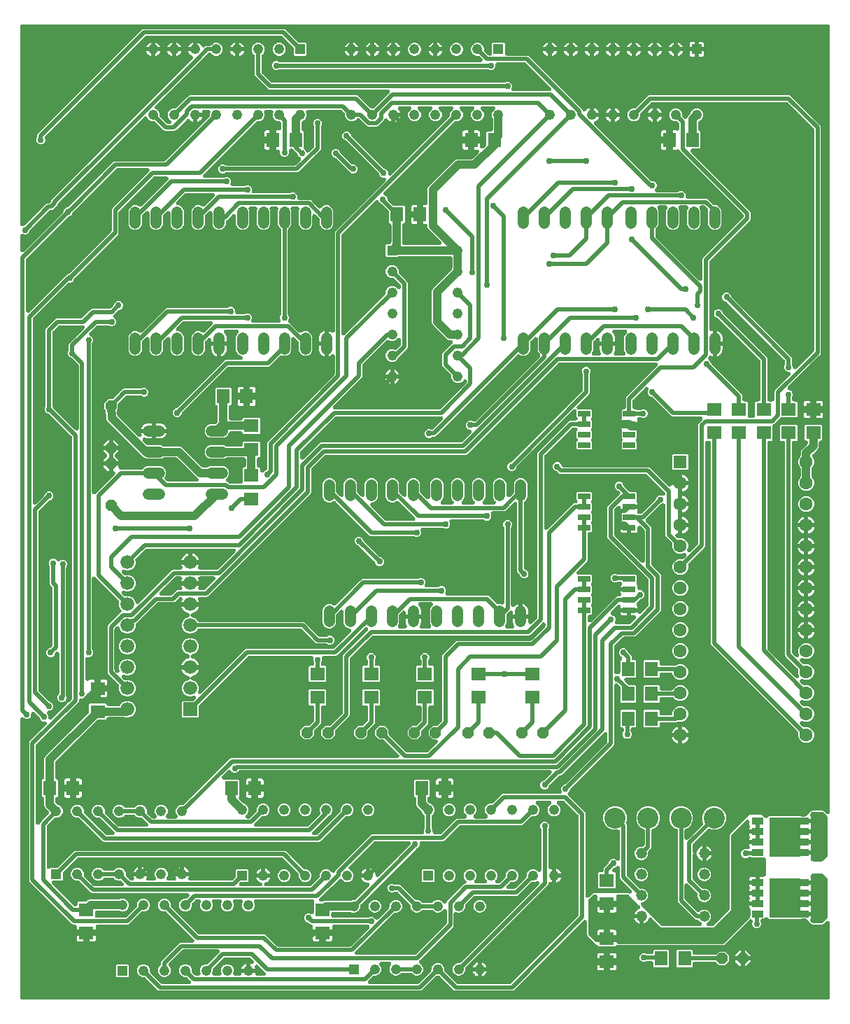
<source format=gbr>
G04 EAGLE Gerber RS-274X export*
G75*
%MOMM*%
%FSLAX34Y34*%
%LPD*%
%INTop Copper*%
%IPPOS*%
%AMOC8*
5,1,8,0,0,1.08239X$1,22.5*%
G01*
%ADD10R,1.238000X1.238000*%
%ADD11C,1.238000*%
%ADD12R,1.800000X1.600000*%
%ADD13R,1.600000X1.800000*%
%ADD14P,1.429621X8X292.500000*%
%ADD15P,1.429621X8X112.500000*%
%ADD16C,1.320800*%
%ADD17P,1.429621X8X22.500000*%
%ADD18R,1.803000X1.600000*%
%ADD19R,1.600000X1.803000*%
%ADD20R,1.450000X0.850000*%
%ADD21R,1.050000X0.850000*%
%ADD22R,3.750000X4.700000*%
%ADD23C,2.540000*%
%ADD24R,1.525000X0.700000*%
%ADD25C,1.320800*%
%ADD26C,1.600200*%
%ADD27R,1.600200X1.600200*%
%ADD28R,1.676400X1.676400*%
%ADD29C,1.676400*%
%ADD30C,1.016000*%
%ADD31C,0.508000*%
%ADD32C,0.756400*%
%ADD33C,0.812800*%

G36*
X987335Y10164D02*
X987335Y10164D01*
X987369Y10162D01*
X987558Y10184D01*
X987749Y10201D01*
X987782Y10210D01*
X987816Y10214D01*
X987999Y10269D01*
X988183Y10319D01*
X988214Y10334D01*
X988247Y10344D01*
X988418Y10431D01*
X988590Y10513D01*
X988618Y10533D01*
X988649Y10548D01*
X988801Y10664D01*
X988956Y10775D01*
X988980Y10800D01*
X989007Y10820D01*
X989136Y10960D01*
X989270Y11097D01*
X989289Y11126D01*
X989313Y11152D01*
X989415Y11313D01*
X989522Y11470D01*
X989536Y11502D01*
X989554Y11531D01*
X989627Y11708D01*
X989704Y11882D01*
X989712Y11916D01*
X989725Y11948D01*
X989765Y12135D01*
X989811Y12320D01*
X989813Y12354D01*
X989820Y12388D01*
X989839Y12700D01*
X989839Y102961D01*
X989828Y103090D01*
X989826Y103220D01*
X989808Y103314D01*
X989799Y103409D01*
X989765Y103535D01*
X989740Y103662D01*
X989706Y103751D01*
X989681Y103843D01*
X989625Y103961D01*
X989578Y104082D01*
X989528Y104164D01*
X989487Y104250D01*
X989412Y104356D01*
X989344Y104467D01*
X989281Y104539D01*
X989225Y104616D01*
X989132Y104707D01*
X989046Y104804D01*
X988971Y104864D01*
X988903Y104930D01*
X988795Y105003D01*
X988693Y105084D01*
X988609Y105129D01*
X988530Y105182D01*
X988411Y105235D01*
X988296Y105296D01*
X988205Y105326D01*
X988118Y105365D01*
X987991Y105395D01*
X987868Y105436D01*
X987773Y105449D01*
X987680Y105471D01*
X987551Y105479D01*
X987422Y105497D01*
X987326Y105493D01*
X987231Y105499D01*
X987102Y105484D01*
X986972Y105479D01*
X986879Y105458D01*
X986784Y105447D01*
X986659Y105409D01*
X986532Y105381D01*
X986444Y105344D01*
X986353Y105317D01*
X986237Y105257D01*
X986117Y105207D01*
X986037Y105156D01*
X985951Y105112D01*
X985848Y105034D01*
X985739Y104963D01*
X985641Y104877D01*
X985593Y104840D01*
X985562Y104807D01*
X985504Y104756D01*
X982303Y101554D01*
X980809Y100935D01*
X969191Y100935D01*
X967698Y101554D01*
X961820Y107432D01*
X961694Y107537D01*
X961573Y107649D01*
X961522Y107681D01*
X961475Y107720D01*
X961332Y107802D01*
X961193Y107890D01*
X961137Y107914D01*
X961084Y107944D01*
X960929Y107999D01*
X960777Y108061D01*
X960717Y108074D01*
X960659Y108095D01*
X960497Y108121D01*
X960336Y108156D01*
X960260Y108161D01*
X960215Y108168D01*
X960154Y108167D01*
X960025Y108175D01*
X956133Y108175D01*
X955970Y108161D01*
X955805Y108154D01*
X955746Y108141D01*
X955685Y108135D01*
X955526Y108092D01*
X955366Y108056D01*
X955309Y108033D01*
X955250Y108017D01*
X955163Y107975D01*
X916118Y107975D01*
X914946Y109148D01*
X914919Y109170D01*
X914896Y109196D01*
X914747Y109315D01*
X914600Y109437D01*
X914570Y109454D01*
X914543Y109476D01*
X914375Y109566D01*
X914209Y109660D01*
X914177Y109672D01*
X914146Y109688D01*
X913965Y109747D01*
X913785Y109811D01*
X913751Y109817D01*
X913718Y109828D01*
X913529Y109854D01*
X913341Y109885D01*
X913306Y109884D01*
X913272Y109889D01*
X913081Y109881D01*
X912890Y109879D01*
X912856Y109872D01*
X912822Y109871D01*
X912636Y109829D01*
X912448Y109793D01*
X912416Y109781D01*
X912382Y109773D01*
X912207Y109700D01*
X912028Y109631D01*
X911999Y109613D01*
X911967Y109599D01*
X911807Y109496D01*
X911644Y109397D01*
X911618Y109374D01*
X911589Y109355D01*
X911354Y109148D01*
X910382Y108175D01*
X908466Y108175D01*
X908383Y108168D01*
X908301Y108170D01*
X908160Y108148D01*
X908017Y108135D01*
X907937Y108114D01*
X907856Y108101D01*
X907721Y108055D01*
X907583Y108017D01*
X907508Y107982D01*
X907430Y107955D01*
X907305Y107885D01*
X907176Y107823D01*
X907109Y107776D01*
X907037Y107735D01*
X906926Y107645D01*
X906810Y107561D01*
X906752Y107502D01*
X906689Y107450D01*
X906596Y107341D01*
X906496Y107239D01*
X906450Y107170D01*
X906396Y107108D01*
X906324Y106984D01*
X906244Y106866D01*
X906211Y106790D01*
X906169Y106719D01*
X906120Y106585D01*
X906062Y106454D01*
X906042Y106374D01*
X906014Y106296D01*
X905989Y106155D01*
X905955Y106016D01*
X905950Y105934D01*
X905936Y105853D01*
X905936Y105710D01*
X905927Y105567D01*
X905937Y105485D01*
X905937Y105403D01*
X905963Y105262D01*
X905979Y105120D01*
X906003Y105041D01*
X906018Y104960D01*
X906098Y104727D01*
X906110Y104689D01*
X906115Y104679D01*
X906120Y104664D01*
X906807Y103006D01*
X906807Y100894D01*
X905999Y98944D01*
X904506Y97451D01*
X902556Y96643D01*
X900444Y96643D01*
X898494Y97451D01*
X897001Y98944D01*
X896193Y100894D01*
X896193Y103006D01*
X896568Y103911D01*
X896622Y104081D01*
X896681Y104248D01*
X896689Y104295D01*
X896703Y104341D01*
X896726Y104517D01*
X896755Y104692D01*
X896754Y104740D01*
X896760Y104788D01*
X896751Y104965D01*
X896748Y105143D01*
X896739Y105190D01*
X896737Y105237D01*
X896697Y105410D01*
X896663Y105585D01*
X896646Y105629D01*
X896635Y105676D01*
X896565Y105839D01*
X896501Y106005D01*
X896476Y106046D01*
X896457Y106089D01*
X896359Y106237D01*
X896267Y106389D01*
X896235Y106425D01*
X896209Y106465D01*
X896086Y106594D01*
X895969Y106727D01*
X895931Y106756D01*
X895898Y106791D01*
X895755Y106896D01*
X895615Y107006D01*
X895573Y107029D01*
X895535Y107057D01*
X895375Y107135D01*
X895219Y107219D01*
X895173Y107234D01*
X895130Y107255D01*
X894959Y107303D01*
X894790Y107358D01*
X894743Y107365D01*
X894697Y107378D01*
X894520Y107395D01*
X894344Y107419D01*
X894296Y107417D01*
X894249Y107422D01*
X894072Y107408D01*
X893894Y107401D01*
X893848Y107391D01*
X893800Y107387D01*
X893628Y107342D01*
X893455Y107303D01*
X893411Y107285D01*
X893364Y107273D01*
X893204Y107198D01*
X893039Y107130D01*
X892999Y107104D01*
X892956Y107084D01*
X892810Y106982D01*
X892661Y106886D01*
X892617Y106846D01*
X892587Y106825D01*
X892543Y106781D01*
X892427Y106679D01*
X862302Y76554D01*
X860809Y75935D01*
X732143Y75935D01*
X731980Y75921D01*
X731815Y75914D01*
X731756Y75901D01*
X731695Y75895D01*
X731536Y75852D01*
X731376Y75816D01*
X731319Y75793D01*
X731260Y75777D01*
X731112Y75706D01*
X730960Y75643D01*
X730909Y75610D01*
X730854Y75583D01*
X730720Y75488D01*
X730582Y75398D01*
X730524Y75347D01*
X730488Y75321D01*
X730445Y75278D01*
X730348Y75192D01*
X729632Y74475D01*
X710368Y74475D01*
X709065Y75778D01*
X708976Y75853D01*
X708893Y75936D01*
X708804Y75997D01*
X708720Y76067D01*
X708619Y76125D01*
X708522Y76192D01*
X708384Y76259D01*
X708329Y76291D01*
X708295Y76303D01*
X708242Y76329D01*
X707698Y76554D01*
X696554Y87698D01*
X695935Y89191D01*
X695935Y104057D01*
X695924Y104186D01*
X695922Y104316D01*
X695904Y104410D01*
X695895Y104505D01*
X695861Y104631D01*
X695836Y104758D01*
X695802Y104847D01*
X695777Y104939D01*
X695721Y105057D01*
X695674Y105178D01*
X695624Y105260D01*
X695583Y105346D01*
X695508Y105452D01*
X695440Y105563D01*
X695377Y105634D01*
X695321Y105712D01*
X695228Y105803D01*
X695142Y105900D01*
X695067Y105959D01*
X694999Y106026D01*
X694891Y106099D01*
X694789Y106180D01*
X694705Y106225D01*
X694626Y106278D01*
X694507Y106331D01*
X694392Y106392D01*
X694301Y106422D01*
X694214Y106461D01*
X694087Y106491D01*
X693964Y106532D01*
X693869Y106545D01*
X693776Y106567D01*
X693647Y106575D01*
X693518Y106593D01*
X693422Y106589D01*
X693327Y106595D01*
X693198Y106580D01*
X693068Y106575D01*
X692975Y106554D01*
X692880Y106543D01*
X692755Y106505D01*
X692628Y106477D01*
X692540Y106440D01*
X692449Y106413D01*
X692333Y106354D01*
X692213Y106303D01*
X692132Y106251D01*
X692047Y106208D01*
X691944Y106130D01*
X691835Y106059D01*
X691737Y105973D01*
X691689Y105936D01*
X691658Y105903D01*
X691600Y105852D01*
X608803Y23055D01*
X607302Y21554D01*
X605809Y20935D01*
X536491Y20935D01*
X534998Y21554D01*
X518110Y38442D01*
X517984Y38547D01*
X517863Y38659D01*
X517812Y38691D01*
X517765Y38730D01*
X517622Y38812D01*
X517483Y38900D01*
X517427Y38924D01*
X517374Y38954D01*
X517219Y39009D01*
X517067Y39071D01*
X517007Y39084D01*
X516949Y39105D01*
X516787Y39131D01*
X516626Y39166D01*
X516550Y39171D01*
X516505Y39178D01*
X516444Y39177D01*
X516315Y39185D01*
X514485Y39185D01*
X514322Y39171D01*
X514157Y39164D01*
X514098Y39151D01*
X514037Y39145D01*
X513878Y39102D01*
X513718Y39066D01*
X513661Y39043D01*
X513603Y39027D01*
X513454Y38956D01*
X513302Y38893D01*
X513251Y38860D01*
X513196Y38833D01*
X513062Y38738D01*
X512924Y38648D01*
X512866Y38597D01*
X512830Y38571D01*
X512787Y38528D01*
X512690Y38442D01*
X497303Y23055D01*
X495802Y21554D01*
X494309Y20935D01*
X178691Y20935D01*
X177198Y21554D01*
X175697Y23054D01*
X175697Y23055D01*
X161910Y36842D01*
X161784Y36947D01*
X161663Y37059D01*
X161612Y37091D01*
X161565Y37130D01*
X161422Y37212D01*
X161283Y37300D01*
X161227Y37324D01*
X161174Y37354D01*
X161019Y37409D01*
X160867Y37471D01*
X160807Y37484D01*
X160750Y37505D01*
X160587Y37531D01*
X160426Y37566D01*
X160350Y37571D01*
X160305Y37578D01*
X160244Y37577D01*
X160115Y37585D01*
X157665Y37585D01*
X154830Y38760D01*
X152660Y40930D01*
X151485Y43765D01*
X151485Y46835D01*
X152660Y49670D01*
X154830Y51840D01*
X157665Y53015D01*
X160735Y53015D01*
X163570Y51840D01*
X165740Y49670D01*
X166915Y46835D01*
X166915Y44385D01*
X166929Y44222D01*
X166936Y44057D01*
X166949Y43998D01*
X166955Y43937D01*
X166998Y43778D01*
X167034Y43618D01*
X167057Y43561D01*
X167073Y43503D01*
X167144Y43354D01*
X167207Y43202D01*
X167240Y43151D01*
X167267Y43096D01*
X167362Y42962D01*
X167452Y42824D01*
X167503Y42766D01*
X167529Y42730D01*
X167572Y42687D01*
X167658Y42590D01*
X180440Y29808D01*
X180566Y29703D01*
X180687Y29591D01*
X180738Y29559D01*
X180785Y29520D01*
X180928Y29438D01*
X181067Y29350D01*
X181123Y29326D01*
X181176Y29296D01*
X181331Y29241D01*
X181483Y29179D01*
X181543Y29166D01*
X181600Y29145D01*
X181763Y29119D01*
X181924Y29084D01*
X182000Y29079D01*
X182045Y29072D01*
X182106Y29073D01*
X182235Y29065D01*
X214357Y29065D01*
X214486Y29076D01*
X214616Y29078D01*
X214710Y29096D01*
X214805Y29105D01*
X214931Y29139D01*
X215058Y29164D01*
X215147Y29198D01*
X215239Y29223D01*
X215357Y29279D01*
X215478Y29326D01*
X215560Y29376D01*
X215646Y29417D01*
X215752Y29492D01*
X215863Y29560D01*
X215935Y29623D01*
X216012Y29679D01*
X216103Y29772D01*
X216200Y29858D01*
X216260Y29933D01*
X216326Y30001D01*
X216399Y30109D01*
X216480Y30211D01*
X216525Y30295D01*
X216578Y30374D01*
X216631Y30493D01*
X216692Y30608D01*
X216722Y30699D01*
X216761Y30786D01*
X216791Y30913D01*
X216832Y31036D01*
X216845Y31131D01*
X216867Y31224D01*
X216875Y31353D01*
X216893Y31482D01*
X216889Y31578D01*
X216895Y31673D01*
X216880Y31802D01*
X216875Y31932D01*
X216854Y32025D01*
X216843Y32120D01*
X216805Y32245D01*
X216777Y32372D01*
X216740Y32460D01*
X216713Y32551D01*
X216653Y32667D01*
X216603Y32787D01*
X216552Y32867D01*
X216508Y32953D01*
X216430Y33056D01*
X216359Y33165D01*
X216273Y33263D01*
X216236Y33311D01*
X216203Y33342D01*
X216152Y33400D01*
X212710Y36842D01*
X212584Y36947D01*
X212463Y37059D01*
X212412Y37091D01*
X212365Y37130D01*
X212222Y37212D01*
X212083Y37300D01*
X212027Y37324D01*
X211974Y37354D01*
X211819Y37409D01*
X211667Y37471D01*
X211607Y37484D01*
X211549Y37505D01*
X211387Y37531D01*
X211226Y37566D01*
X211149Y37571D01*
X211105Y37578D01*
X211044Y37577D01*
X210915Y37585D01*
X208465Y37585D01*
X205630Y38760D01*
X203460Y40930D01*
X202285Y43765D01*
X202285Y46835D01*
X203460Y49670D01*
X205630Y51840D01*
X208465Y53015D01*
X211535Y53015D01*
X214370Y51840D01*
X216540Y49670D01*
X217715Y46835D01*
X217715Y44385D01*
X217729Y44222D01*
X217736Y44057D01*
X217749Y43998D01*
X217755Y43937D01*
X217798Y43778D01*
X217834Y43618D01*
X217857Y43561D01*
X217873Y43503D01*
X217944Y43354D01*
X218007Y43202D01*
X218040Y43151D01*
X218067Y43096D01*
X218162Y42962D01*
X218252Y42824D01*
X218303Y42766D01*
X218329Y42730D01*
X218372Y42687D01*
X218458Y42590D01*
X221240Y39808D01*
X221366Y39703D01*
X221487Y39591D01*
X221538Y39559D01*
X221585Y39520D01*
X221728Y39438D01*
X221867Y39350D01*
X221923Y39326D01*
X221976Y39296D01*
X222131Y39241D01*
X222283Y39179D01*
X222343Y39166D01*
X222401Y39145D01*
X222563Y39119D01*
X222724Y39084D01*
X222800Y39079D01*
X222845Y39072D01*
X222906Y39073D01*
X223035Y39065D01*
X225832Y39065D01*
X225914Y39072D01*
X225997Y39070D01*
X226138Y39092D01*
X226281Y39105D01*
X226360Y39126D01*
X226442Y39139D01*
X226577Y39185D01*
X226715Y39223D01*
X226789Y39259D01*
X226867Y39285D01*
X226993Y39355D01*
X227122Y39417D01*
X227189Y39464D01*
X227261Y39505D01*
X227371Y39595D01*
X227488Y39679D01*
X227545Y39738D01*
X227609Y39790D01*
X227702Y39899D01*
X227802Y40001D01*
X227848Y40070D01*
X227901Y40132D01*
X227974Y40256D01*
X228054Y40374D01*
X228087Y40450D01*
X228129Y40521D01*
X228178Y40655D01*
X228236Y40786D01*
X228256Y40866D01*
X228284Y40944D01*
X228309Y41085D01*
X228343Y41224D01*
X228348Y41306D01*
X228362Y41387D01*
X228362Y41530D01*
X228370Y41673D01*
X228361Y41755D01*
X228361Y41837D01*
X228335Y41978D01*
X228318Y42120D01*
X228294Y42199D01*
X228280Y42280D01*
X228199Y42514D01*
X228188Y42551D01*
X228183Y42561D01*
X228178Y42576D01*
X227685Y43765D01*
X227685Y46835D01*
X228860Y49670D01*
X231030Y51840D01*
X233865Y53015D01*
X236315Y53015D01*
X236478Y53029D01*
X236643Y53036D01*
X236702Y53049D01*
X236763Y53055D01*
X236922Y53098D01*
X237082Y53134D01*
X237139Y53157D01*
X237197Y53173D01*
X237346Y53244D01*
X237498Y53307D01*
X237549Y53340D01*
X237604Y53367D01*
X237738Y53462D01*
X237876Y53552D01*
X237934Y53603D01*
X237970Y53629D01*
X238013Y53672D01*
X238110Y53758D01*
X250952Y66600D01*
X251036Y66700D01*
X251126Y66793D01*
X251180Y66873D01*
X251241Y66946D01*
X251306Y67059D01*
X251378Y67166D01*
X251417Y67254D01*
X251464Y67337D01*
X251508Y67459D01*
X251561Y67578D01*
X251583Y67671D01*
X251615Y67761D01*
X251636Y67890D01*
X251667Y68016D01*
X251673Y68111D01*
X251689Y68205D01*
X251687Y68336D01*
X251695Y68465D01*
X251684Y68560D01*
X251683Y68656D01*
X251658Y68783D01*
X251643Y68912D01*
X251615Y69004D01*
X251597Y69098D01*
X251550Y69219D01*
X251513Y69343D01*
X251469Y69428D01*
X251435Y69518D01*
X251367Y69629D01*
X251308Y69745D01*
X251251Y69821D01*
X251201Y69902D01*
X251115Y70000D01*
X251036Y70103D01*
X250966Y70168D01*
X250903Y70240D01*
X250801Y70320D01*
X250705Y70409D01*
X250624Y70460D01*
X250550Y70519D01*
X250435Y70580D01*
X250325Y70650D01*
X250237Y70687D01*
X250153Y70732D01*
X250029Y70772D01*
X249909Y70821D01*
X249815Y70841D01*
X249724Y70871D01*
X249596Y70889D01*
X249469Y70916D01*
X249339Y70924D01*
X249278Y70932D01*
X249234Y70931D01*
X249157Y70935D01*
X207735Y70935D01*
X207572Y70921D01*
X207407Y70914D01*
X207348Y70901D01*
X207287Y70895D01*
X207128Y70852D01*
X206968Y70816D01*
X206911Y70793D01*
X206853Y70777D01*
X206704Y70706D01*
X206552Y70643D01*
X206501Y70610D01*
X206446Y70583D01*
X206312Y70488D01*
X206174Y70398D01*
X206116Y70347D01*
X206080Y70321D01*
X206037Y70278D01*
X205940Y70192D01*
X190075Y54326D01*
X190053Y54300D01*
X190027Y54277D01*
X189908Y54127D01*
X189786Y53981D01*
X189769Y53951D01*
X189747Y53924D01*
X189657Y53756D01*
X189563Y53590D01*
X189551Y53558D01*
X189535Y53527D01*
X189476Y53346D01*
X189412Y53166D01*
X189406Y53132D01*
X189395Y53099D01*
X189369Y52910D01*
X189338Y52722D01*
X189339Y52687D01*
X189334Y52653D01*
X189342Y52462D01*
X189344Y52271D01*
X189351Y52237D01*
X189352Y52203D01*
X189394Y52017D01*
X189430Y51829D01*
X189442Y51797D01*
X189450Y51763D01*
X189523Y51588D01*
X189592Y51409D01*
X189610Y51380D01*
X189624Y51348D01*
X189727Y51188D01*
X189826Y51025D01*
X189849Y50999D01*
X189868Y50970D01*
X190075Y50735D01*
X191140Y49670D01*
X192315Y46835D01*
X192315Y43765D01*
X191140Y40930D01*
X188970Y38760D01*
X186135Y37585D01*
X183065Y37585D01*
X180230Y38760D01*
X178060Y40930D01*
X176885Y43765D01*
X176885Y46835D01*
X178060Y49670D01*
X179792Y51402D01*
X179897Y51528D01*
X180009Y51649D01*
X180041Y51700D01*
X180080Y51747D01*
X180162Y51890D01*
X180250Y52029D01*
X180274Y52085D01*
X180304Y52138D01*
X180359Y52293D01*
X180421Y52445D01*
X180434Y52505D01*
X180455Y52562D01*
X180481Y52725D01*
X180516Y52885D01*
X180521Y52962D01*
X180528Y53007D01*
X180527Y53068D01*
X180535Y53197D01*
X180535Y55409D01*
X181154Y56902D01*
X202698Y78446D01*
X204191Y79065D01*
X218357Y79065D01*
X218486Y79076D01*
X218616Y79078D01*
X218710Y79096D01*
X218805Y79105D01*
X218931Y79139D01*
X219058Y79164D01*
X219147Y79198D01*
X219239Y79223D01*
X219357Y79279D01*
X219478Y79326D01*
X219560Y79376D01*
X219646Y79417D01*
X219752Y79492D01*
X219863Y79560D01*
X219934Y79623D01*
X220012Y79679D01*
X220103Y79772D01*
X220200Y79858D01*
X220259Y79933D01*
X220326Y80001D01*
X220399Y80109D01*
X220480Y80211D01*
X220525Y80295D01*
X220578Y80374D01*
X220631Y80493D01*
X220692Y80608D01*
X220722Y80699D01*
X220761Y80786D01*
X220791Y80913D01*
X220832Y81036D01*
X220845Y81131D01*
X220867Y81224D01*
X220875Y81353D01*
X220893Y81482D01*
X220889Y81578D01*
X220895Y81673D01*
X220880Y81802D01*
X220875Y81932D01*
X220854Y82025D01*
X220843Y82120D01*
X220805Y82245D01*
X220777Y82372D01*
X220740Y82460D01*
X220713Y82551D01*
X220654Y82667D01*
X220603Y82787D01*
X220551Y82868D01*
X220508Y82953D01*
X220430Y83056D01*
X220359Y83165D01*
X220273Y83263D01*
X220236Y83311D01*
X220203Y83342D01*
X220152Y83400D01*
X187310Y116242D01*
X187184Y116347D01*
X187063Y116459D01*
X187012Y116491D01*
X186965Y116530D01*
X186822Y116612D01*
X186683Y116700D01*
X186627Y116724D01*
X186574Y116754D01*
X186419Y116809D01*
X186267Y116871D01*
X186207Y116884D01*
X186149Y116905D01*
X185987Y116931D01*
X185826Y116966D01*
X185750Y116971D01*
X185705Y116978D01*
X185644Y116977D01*
X185515Y116985D01*
X183065Y116985D01*
X180230Y118160D01*
X178060Y120330D01*
X176885Y123165D01*
X176885Y126235D01*
X178060Y129070D01*
X180230Y131240D01*
X183065Y132415D01*
X186135Y132415D01*
X188970Y131240D01*
X191140Y129070D01*
X192315Y126235D01*
X192315Y123785D01*
X192329Y123622D01*
X192336Y123457D01*
X192349Y123398D01*
X192355Y123337D01*
X192398Y123178D01*
X192434Y123018D01*
X192457Y122961D01*
X192473Y122903D01*
X192544Y122754D01*
X192607Y122602D01*
X192640Y122551D01*
X192667Y122496D01*
X192762Y122362D01*
X192852Y122224D01*
X192903Y122166D01*
X192929Y122130D01*
X192972Y122087D01*
X193058Y121990D01*
X225240Y89808D01*
X225366Y89703D01*
X225487Y89591D01*
X225538Y89559D01*
X225585Y89520D01*
X225728Y89438D01*
X225867Y89350D01*
X225923Y89326D01*
X225976Y89296D01*
X226131Y89241D01*
X226283Y89179D01*
X226343Y89166D01*
X226401Y89145D01*
X226563Y89119D01*
X226724Y89084D01*
X226800Y89079D01*
X226845Y89072D01*
X226906Y89073D01*
X227035Y89065D01*
X305809Y89065D01*
X307302Y88446D01*
X320940Y74808D01*
X321066Y74703D01*
X321187Y74591D01*
X321238Y74559D01*
X321285Y74520D01*
X321428Y74438D01*
X321567Y74350D01*
X321623Y74326D01*
X321676Y74296D01*
X321831Y74241D01*
X321983Y74179D01*
X322043Y74166D01*
X322101Y74145D01*
X322263Y74119D01*
X322424Y74084D01*
X322500Y74079D01*
X322545Y74072D01*
X322606Y74073D01*
X322735Y74065D01*
X408765Y74065D01*
X408928Y74079D01*
X409093Y74086D01*
X409152Y74099D01*
X409213Y74105D01*
X409372Y74148D01*
X409532Y74184D01*
X409589Y74207D01*
X409647Y74223D01*
X409796Y74294D01*
X409948Y74357D01*
X409999Y74390D01*
X410054Y74417D01*
X410188Y74512D01*
X410326Y74602D01*
X410384Y74653D01*
X410420Y74679D01*
X410463Y74722D01*
X410560Y74808D01*
X432328Y96576D01*
X432351Y96604D01*
X432377Y96627D01*
X432495Y96775D01*
X432617Y96922D01*
X432634Y96952D01*
X432656Y96980D01*
X432746Y97148D01*
X432840Y97313D01*
X432852Y97346D01*
X432869Y97377D01*
X432927Y97558D01*
X432991Y97737D01*
X432997Y97772D01*
X433008Y97806D01*
X433033Y97993D01*
X433064Y98181D01*
X433064Y98217D01*
X433069Y98252D01*
X433061Y98441D01*
X433058Y98631D01*
X433052Y98666D01*
X433050Y98702D01*
X433009Y98886D01*
X432973Y99073D01*
X432960Y99107D01*
X432952Y99141D01*
X432879Y99316D01*
X432810Y99493D01*
X432792Y99524D01*
X432778Y99556D01*
X432675Y99716D01*
X432669Y99726D01*
X432660Y99745D01*
X432650Y99757D01*
X432577Y99878D01*
X432553Y99905D01*
X432534Y99934D01*
X432407Y100077D01*
X432388Y100103D01*
X432370Y100120D01*
X432327Y100168D01*
X432302Y100193D01*
X432287Y100205D01*
X432278Y100215D01*
X432219Y100263D01*
X432177Y100298D01*
X432057Y100409D01*
X432004Y100442D01*
X431957Y100481D01*
X431815Y100562D01*
X431677Y100650D01*
X431619Y100674D01*
X431566Y100704D01*
X431412Y100759D01*
X431260Y100821D01*
X431200Y100834D01*
X431141Y100855D01*
X430980Y100882D01*
X430820Y100916D01*
X430742Y100921D01*
X430697Y100928D01*
X430637Y100927D01*
X430508Y100935D01*
X390080Y100935D01*
X390045Y100932D01*
X390011Y100934D01*
X389822Y100912D01*
X389631Y100895D01*
X389598Y100886D01*
X389564Y100882D01*
X389381Y100827D01*
X389197Y100777D01*
X389166Y100762D01*
X389133Y100752D01*
X388962Y100665D01*
X388790Y100583D01*
X388762Y100563D01*
X388731Y100548D01*
X388579Y100432D01*
X388424Y100321D01*
X388400Y100296D01*
X388373Y100276D01*
X388244Y100136D01*
X388110Y99999D01*
X388091Y99970D01*
X388067Y99944D01*
X387965Y99783D01*
X387858Y99626D01*
X387844Y99594D01*
X387826Y99565D01*
X387753Y99388D01*
X387676Y99214D01*
X387668Y99180D01*
X387655Y99148D01*
X387615Y98961D01*
X387569Y98776D01*
X387567Y98742D01*
X387560Y98708D01*
X387541Y98396D01*
X387541Y94999D01*
X377460Y94999D01*
X377426Y94996D01*
X377391Y94998D01*
X377202Y94976D01*
X377012Y94959D01*
X376978Y94950D01*
X376944Y94946D01*
X376761Y94891D01*
X376577Y94841D01*
X376546Y94826D01*
X376513Y94816D01*
X376342Y94729D01*
X376171Y94647D01*
X376143Y94627D01*
X376112Y94612D01*
X376001Y94528D01*
X375927Y94575D01*
X375769Y94682D01*
X375738Y94696D01*
X375708Y94714D01*
X375532Y94787D01*
X375358Y94864D01*
X375324Y94872D01*
X375292Y94885D01*
X375105Y94925D01*
X374920Y94971D01*
X374886Y94973D01*
X374852Y94980D01*
X374540Y94999D01*
X364459Y94999D01*
X364459Y98396D01*
X364456Y98431D01*
X364458Y98465D01*
X364436Y98654D01*
X364419Y98845D01*
X364410Y98878D01*
X364406Y98912D01*
X364351Y99095D01*
X364301Y99279D01*
X364286Y99310D01*
X364276Y99343D01*
X364189Y99514D01*
X364107Y99686D01*
X364087Y99714D01*
X364072Y99745D01*
X363956Y99897D01*
X363845Y100052D01*
X363820Y100076D01*
X363800Y100103D01*
X363660Y100232D01*
X363523Y100366D01*
X363494Y100385D01*
X363468Y100409D01*
X363307Y100511D01*
X363150Y100618D01*
X363118Y100632D01*
X363089Y100650D01*
X362912Y100723D01*
X362738Y100800D01*
X362704Y100808D01*
X362672Y100821D01*
X362485Y100861D01*
X362300Y100907D01*
X362266Y100909D01*
X362244Y100913D01*
X360698Y101554D01*
X359302Y102950D01*
X359176Y103055D01*
X359055Y103167D01*
X359004Y103199D01*
X358957Y103238D01*
X358814Y103320D01*
X358675Y103408D01*
X358619Y103432D01*
X358566Y103462D01*
X358411Y103517D01*
X358259Y103579D01*
X358199Y103592D01*
X358141Y103613D01*
X358138Y103613D01*
X355994Y104501D01*
X354501Y105994D01*
X353693Y107944D01*
X353693Y110056D01*
X354501Y112006D01*
X355994Y113499D01*
X357944Y114307D01*
X360056Y114307D01*
X361964Y113516D01*
X362043Y113491D01*
X362118Y113458D01*
X362257Y113424D01*
X362394Y113381D01*
X362476Y113371D01*
X362556Y113351D01*
X362698Y113343D01*
X362841Y113325D01*
X362923Y113329D01*
X363005Y113324D01*
X363147Y113340D01*
X363290Y113348D01*
X363370Y113366D01*
X363452Y113376D01*
X363590Y113417D01*
X363729Y113450D01*
X363804Y113482D01*
X363883Y113506D01*
X364011Y113571D01*
X364142Y113628D01*
X364211Y113673D01*
X364285Y113711D01*
X364399Y113797D01*
X364518Y113876D01*
X364578Y113933D01*
X364643Y113983D01*
X364740Y114088D01*
X364844Y114187D01*
X364893Y114253D01*
X364949Y114314D01*
X365026Y114435D01*
X365110Y114550D01*
X365146Y114624D01*
X365190Y114693D01*
X365245Y114826D01*
X365308Y114955D01*
X365330Y115034D01*
X365361Y115110D01*
X365391Y115250D01*
X365431Y115388D01*
X365439Y115470D01*
X365456Y115550D01*
X365471Y115796D01*
X365475Y115836D01*
X365474Y115846D01*
X365475Y115862D01*
X365475Y127772D01*
X365513Y127858D01*
X365560Y127941D01*
X365604Y128063D01*
X365657Y128182D01*
X365679Y128275D01*
X365711Y128365D01*
X365733Y128493D01*
X365763Y128620D01*
X365769Y128715D01*
X365785Y128809D01*
X365783Y128939D01*
X365791Y129069D01*
X365780Y129164D01*
X365779Y129259D01*
X365754Y129387D01*
X365739Y129516D01*
X365711Y129608D01*
X365693Y129701D01*
X365646Y129823D01*
X365609Y129947D01*
X365565Y130032D01*
X365531Y130121D01*
X365463Y130233D01*
X365404Y130349D01*
X365347Y130425D01*
X365297Y130506D01*
X365211Y130604D01*
X365132Y130707D01*
X365062Y130772D01*
X364999Y130844D01*
X364897Y130924D01*
X364801Y131013D01*
X364721Y131064D01*
X364646Y131123D01*
X364531Y131184D01*
X364421Y131254D01*
X364333Y131291D01*
X364249Y131336D01*
X364125Y131376D01*
X364005Y131425D01*
X363911Y131445D01*
X363821Y131475D01*
X363692Y131493D01*
X363565Y131520D01*
X363435Y131528D01*
X363375Y131536D01*
X363330Y131535D01*
X363253Y131539D01*
X295518Y131539D01*
X295436Y131532D01*
X295353Y131534D01*
X295212Y131512D01*
X295069Y131499D01*
X294990Y131478D01*
X294908Y131465D01*
X294773Y131419D01*
X294635Y131381D01*
X294561Y131345D01*
X294483Y131319D01*
X294357Y131249D01*
X294228Y131187D01*
X294161Y131140D01*
X294089Y131099D01*
X293979Y131009D01*
X293862Y130925D01*
X293805Y130866D01*
X293741Y130814D01*
X293648Y130705D01*
X293548Y130603D01*
X293502Y130534D01*
X293448Y130472D01*
X293376Y130348D01*
X293296Y130230D01*
X293263Y130154D01*
X293221Y130083D01*
X293172Y129949D01*
X293114Y129818D01*
X293094Y129738D01*
X293066Y129660D01*
X293041Y129519D01*
X293007Y129380D01*
X293002Y129298D01*
X292988Y129217D01*
X292988Y129074D01*
X292979Y128931D01*
X292989Y128849D01*
X292989Y128767D01*
X293015Y128626D01*
X293031Y128484D01*
X293055Y128405D01*
X293070Y128324D01*
X293150Y128090D01*
X293162Y128053D01*
X293167Y128043D01*
X293172Y128028D01*
X293915Y126235D01*
X293915Y123165D01*
X292740Y120330D01*
X290570Y118160D01*
X287735Y116985D01*
X284665Y116985D01*
X281830Y118160D01*
X279660Y120330D01*
X278485Y123165D01*
X278485Y126235D01*
X279228Y128028D01*
X279253Y128107D01*
X279286Y128182D01*
X279320Y128321D01*
X279363Y128458D01*
X279373Y128540D01*
X279393Y128620D01*
X279402Y128762D01*
X279420Y128905D01*
X279416Y128987D01*
X279421Y129069D01*
X279404Y129211D01*
X279397Y129354D01*
X279378Y129434D01*
X279369Y129516D01*
X279327Y129654D01*
X279295Y129793D01*
X279262Y129868D01*
X279238Y129947D01*
X279173Y130075D01*
X279117Y130206D01*
X279071Y130275D01*
X279034Y130349D01*
X278947Y130463D01*
X278868Y130582D01*
X278812Y130642D01*
X278762Y130707D01*
X278657Y130804D01*
X278558Y130908D01*
X278491Y130957D01*
X278431Y131013D01*
X278310Y131090D01*
X278194Y131174D01*
X278121Y131210D01*
X278051Y131254D01*
X277919Y131309D01*
X277790Y131372D01*
X277711Y131394D01*
X277634Y131425D01*
X277494Y131455D01*
X277357Y131495D01*
X277275Y131503D01*
X277194Y131520D01*
X276948Y131535D01*
X276909Y131539D01*
X276898Y131538D01*
X276882Y131539D01*
X270118Y131539D01*
X270036Y131532D01*
X269953Y131534D01*
X269812Y131512D01*
X269669Y131499D01*
X269590Y131478D01*
X269508Y131465D01*
X269373Y131419D01*
X269235Y131381D01*
X269161Y131345D01*
X269083Y131319D01*
X268957Y131249D01*
X268828Y131187D01*
X268761Y131140D01*
X268689Y131099D01*
X268579Y131009D01*
X268462Y130925D01*
X268405Y130866D01*
X268341Y130814D01*
X268248Y130705D01*
X268148Y130603D01*
X268102Y130534D01*
X268048Y130472D01*
X267976Y130348D01*
X267896Y130230D01*
X267863Y130154D01*
X267821Y130083D01*
X267772Y129949D01*
X267714Y129818D01*
X267694Y129738D01*
X267666Y129660D01*
X267641Y129519D01*
X267607Y129380D01*
X267602Y129298D01*
X267588Y129217D01*
X267588Y129074D01*
X267579Y128931D01*
X267589Y128849D01*
X267589Y128767D01*
X267615Y128626D01*
X267631Y128484D01*
X267655Y128405D01*
X267670Y128324D01*
X267750Y128090D01*
X267762Y128053D01*
X267767Y128043D01*
X267772Y128028D01*
X268515Y126235D01*
X268515Y123165D01*
X267340Y120330D01*
X265170Y118160D01*
X262335Y116985D01*
X259265Y116985D01*
X256430Y118160D01*
X254260Y120330D01*
X253085Y123165D01*
X253085Y126235D01*
X253828Y128028D01*
X253853Y128107D01*
X253886Y128182D01*
X253920Y128321D01*
X253963Y128458D01*
X253973Y128540D01*
X253993Y128620D01*
X254002Y128762D01*
X254020Y128905D01*
X254016Y128987D01*
X254021Y129069D01*
X254004Y129211D01*
X253997Y129354D01*
X253978Y129434D01*
X253969Y129516D01*
X253927Y129654D01*
X253895Y129793D01*
X253862Y129868D01*
X253838Y129947D01*
X253773Y130075D01*
X253717Y130206D01*
X253671Y130275D01*
X253634Y130349D01*
X253547Y130463D01*
X253468Y130582D01*
X253412Y130642D01*
X253362Y130707D01*
X253257Y130804D01*
X253158Y130908D01*
X253091Y130957D01*
X253031Y131013D01*
X252910Y131090D01*
X252794Y131174D01*
X252721Y131210D01*
X252651Y131254D01*
X252519Y131309D01*
X252390Y131372D01*
X252311Y131394D01*
X252234Y131425D01*
X252094Y131455D01*
X251957Y131495D01*
X251875Y131503D01*
X251794Y131520D01*
X251548Y131535D01*
X251509Y131539D01*
X251498Y131538D01*
X251482Y131539D01*
X244718Y131539D01*
X244636Y131532D01*
X244553Y131534D01*
X244412Y131512D01*
X244269Y131499D01*
X244190Y131478D01*
X244108Y131465D01*
X243973Y131419D01*
X243835Y131381D01*
X243761Y131345D01*
X243683Y131319D01*
X243557Y131249D01*
X243428Y131187D01*
X243361Y131140D01*
X243289Y131099D01*
X243179Y131009D01*
X243062Y130925D01*
X243005Y130866D01*
X242941Y130814D01*
X242848Y130705D01*
X242748Y130603D01*
X242702Y130534D01*
X242648Y130472D01*
X242576Y130348D01*
X242496Y130230D01*
X242463Y130154D01*
X242421Y130083D01*
X242372Y129949D01*
X242314Y129818D01*
X242294Y129738D01*
X242266Y129660D01*
X242241Y129519D01*
X242207Y129380D01*
X242202Y129298D01*
X242188Y129217D01*
X242188Y129074D01*
X242179Y128931D01*
X242189Y128849D01*
X242189Y128767D01*
X242215Y128626D01*
X242231Y128484D01*
X242255Y128405D01*
X242270Y128324D01*
X242350Y128090D01*
X242362Y128053D01*
X242367Y128043D01*
X242372Y128028D01*
X243115Y126235D01*
X243115Y123165D01*
X241940Y120330D01*
X239770Y118160D01*
X236935Y116985D01*
X233865Y116985D01*
X231030Y118160D01*
X228860Y120330D01*
X227685Y123165D01*
X227685Y126235D01*
X228428Y128028D01*
X228453Y128107D01*
X228486Y128182D01*
X228520Y128321D01*
X228563Y128458D01*
X228573Y128540D01*
X228593Y128620D01*
X228602Y128762D01*
X228620Y128905D01*
X228616Y128987D01*
X228621Y129069D01*
X228604Y129211D01*
X228597Y129354D01*
X228578Y129434D01*
X228569Y129516D01*
X228527Y129654D01*
X228495Y129793D01*
X228462Y129868D01*
X228438Y129947D01*
X228373Y130075D01*
X228317Y130206D01*
X228271Y130275D01*
X228234Y130349D01*
X228147Y130463D01*
X228068Y130582D01*
X228012Y130642D01*
X227962Y130707D01*
X227857Y130804D01*
X227758Y130908D01*
X227691Y130957D01*
X227631Y131013D01*
X227510Y131090D01*
X227394Y131174D01*
X227321Y131210D01*
X227251Y131254D01*
X227119Y131309D01*
X226990Y131372D01*
X226911Y131394D01*
X226834Y131425D01*
X226694Y131455D01*
X226557Y131495D01*
X226475Y131503D01*
X226394Y131520D01*
X226148Y131535D01*
X226109Y131539D01*
X226098Y131538D01*
X226082Y131539D01*
X223639Y131539D01*
X223476Y131525D01*
X223311Y131518D01*
X223252Y131505D01*
X223191Y131499D01*
X223032Y131456D01*
X222872Y131420D01*
X222815Y131397D01*
X222757Y131381D01*
X222608Y131310D01*
X222456Y131247D01*
X222405Y131214D01*
X222350Y131187D01*
X222216Y131092D01*
X222078Y131002D01*
X222020Y130951D01*
X221984Y130925D01*
X221941Y130882D01*
X221844Y130796D01*
X218458Y127410D01*
X218353Y127284D01*
X218241Y127163D01*
X218209Y127112D01*
X218170Y127065D01*
X218088Y126922D01*
X218000Y126783D01*
X217976Y126727D01*
X217946Y126674D01*
X217891Y126519D01*
X217829Y126367D01*
X217816Y126307D01*
X217795Y126249D01*
X217769Y126087D01*
X217734Y125926D01*
X217729Y125850D01*
X217722Y125805D01*
X217723Y125744D01*
X217715Y125615D01*
X217715Y123165D01*
X216540Y120330D01*
X214370Y118160D01*
X211535Y116985D01*
X208465Y116985D01*
X205630Y118160D01*
X203460Y120330D01*
X202285Y123165D01*
X202285Y126235D01*
X203460Y129070D01*
X205630Y131240D01*
X208465Y132415D01*
X210915Y132415D01*
X211079Y132429D01*
X211243Y132436D01*
X211302Y132449D01*
X211363Y132455D01*
X211522Y132498D01*
X211682Y132534D01*
X211739Y132557D01*
X211797Y132573D01*
X211946Y132644D01*
X212098Y132707D01*
X212149Y132740D01*
X212204Y132767D01*
X212338Y132862D01*
X212476Y132951D01*
X212534Y133003D01*
X212570Y133029D01*
X212613Y133072D01*
X212710Y133158D01*
X214152Y134600D01*
X214235Y134700D01*
X214326Y134793D01*
X214380Y134873D01*
X214441Y134946D01*
X214506Y135059D01*
X214578Y135166D01*
X214617Y135254D01*
X214664Y135337D01*
X214708Y135459D01*
X214761Y135578D01*
X214783Y135671D01*
X214815Y135761D01*
X214836Y135889D01*
X214867Y136016D01*
X214873Y136111D01*
X214889Y136205D01*
X214887Y136335D01*
X214895Y136465D01*
X214884Y136560D01*
X214883Y136656D01*
X214858Y136783D01*
X214843Y136912D01*
X214815Y137004D01*
X214797Y137098D01*
X214750Y137219D01*
X214713Y137343D01*
X214669Y137429D01*
X214635Y137518D01*
X214567Y137629D01*
X214508Y137745D01*
X214450Y137821D01*
X214401Y137902D01*
X214315Y138000D01*
X214236Y138103D01*
X214166Y138168D01*
X214103Y138240D01*
X214001Y138320D01*
X213905Y138409D01*
X213824Y138460D01*
X213750Y138519D01*
X213635Y138581D01*
X213525Y138650D01*
X213437Y138687D01*
X213353Y138732D01*
X213229Y138772D01*
X213109Y138821D01*
X213015Y138841D01*
X212924Y138871D01*
X212796Y138889D01*
X212669Y138916D01*
X212538Y138924D01*
X212478Y138932D01*
X212434Y138931D01*
X212357Y138935D01*
X97291Y138935D01*
X95798Y139554D01*
X94297Y141054D01*
X94297Y141055D01*
X81910Y153442D01*
X81784Y153547D01*
X81663Y153659D01*
X81612Y153691D01*
X81565Y153730D01*
X81422Y153812D01*
X81283Y153900D01*
X81227Y153924D01*
X81174Y153954D01*
X81019Y154009D01*
X80867Y154071D01*
X80807Y154084D01*
X80750Y154105D01*
X80587Y154131D01*
X80426Y154166D01*
X80350Y154171D01*
X80305Y154178D01*
X80244Y154177D01*
X80115Y154185D01*
X77665Y154185D01*
X74830Y155360D01*
X72660Y157530D01*
X71485Y160365D01*
X71485Y163435D01*
X72660Y166270D01*
X74830Y168440D01*
X77665Y169615D01*
X80735Y169615D01*
X83570Y168440D01*
X85740Y166270D01*
X86915Y163435D01*
X86915Y160985D01*
X86929Y160822D01*
X86936Y160657D01*
X86949Y160598D01*
X86955Y160537D01*
X86998Y160378D01*
X87034Y160218D01*
X87057Y160161D01*
X87073Y160103D01*
X87144Y159954D01*
X87207Y159802D01*
X87240Y159751D01*
X87267Y159696D01*
X87362Y159562D01*
X87452Y159424D01*
X87503Y159366D01*
X87529Y159330D01*
X87572Y159287D01*
X87658Y159190D01*
X99040Y147808D01*
X99166Y147703D01*
X99287Y147591D01*
X99338Y147559D01*
X99385Y147520D01*
X99528Y147438D01*
X99667Y147350D01*
X99723Y147326D01*
X99776Y147296D01*
X99931Y147241D01*
X100083Y147179D01*
X100143Y147166D01*
X100200Y147145D01*
X100363Y147119D01*
X100524Y147084D01*
X100600Y147079D01*
X100645Y147072D01*
X100706Y147073D01*
X100835Y147065D01*
X132957Y147065D01*
X133086Y147076D01*
X133216Y147078D01*
X133310Y147096D01*
X133405Y147105D01*
X133531Y147139D01*
X133658Y147164D01*
X133747Y147198D01*
X133839Y147223D01*
X133957Y147279D01*
X134078Y147326D01*
X134160Y147376D01*
X134246Y147417D01*
X134352Y147492D01*
X134463Y147560D01*
X134535Y147623D01*
X134612Y147679D01*
X134703Y147772D01*
X134800Y147858D01*
X134860Y147933D01*
X134926Y148001D01*
X134999Y148109D01*
X135080Y148211D01*
X135125Y148295D01*
X135178Y148374D01*
X135231Y148493D01*
X135292Y148608D01*
X135322Y148699D01*
X135361Y148786D01*
X135391Y148913D01*
X135432Y149036D01*
X135445Y149131D01*
X135467Y149224D01*
X135475Y149353D01*
X135493Y149482D01*
X135489Y149578D01*
X135495Y149673D01*
X135480Y149802D01*
X135475Y149932D01*
X135454Y150025D01*
X135443Y150120D01*
X135405Y150245D01*
X135377Y150372D01*
X135340Y150460D01*
X135313Y150551D01*
X135253Y150667D01*
X135203Y150787D01*
X135152Y150867D01*
X135108Y150953D01*
X135030Y151056D01*
X134959Y151165D01*
X134873Y151263D01*
X134836Y151311D01*
X134803Y151342D01*
X134752Y151400D01*
X132710Y153442D01*
X132584Y153547D01*
X132463Y153659D01*
X132412Y153691D01*
X132365Y153730D01*
X132222Y153812D01*
X132083Y153900D01*
X132027Y153924D01*
X131974Y153954D01*
X131819Y154009D01*
X131667Y154071D01*
X131607Y154084D01*
X131549Y154105D01*
X131387Y154131D01*
X131226Y154166D01*
X131149Y154171D01*
X131105Y154178D01*
X131044Y154177D01*
X130915Y154185D01*
X128465Y154185D01*
X125630Y155360D01*
X123898Y157092D01*
X123772Y157197D01*
X123651Y157309D01*
X123600Y157341D01*
X123553Y157380D01*
X123410Y157462D01*
X123271Y157550D01*
X123215Y157574D01*
X123162Y157604D01*
X123007Y157659D01*
X122855Y157721D01*
X122795Y157734D01*
X122738Y157755D01*
X122575Y157781D01*
X122415Y157816D01*
X122338Y157821D01*
X122293Y157828D01*
X122232Y157827D01*
X122103Y157835D01*
X112497Y157835D01*
X112334Y157821D01*
X112169Y157814D01*
X112110Y157801D01*
X112049Y157795D01*
X111890Y157752D01*
X111730Y157716D01*
X111673Y157693D01*
X111614Y157677D01*
X111466Y157606D01*
X111314Y157543D01*
X111263Y157510D01*
X111208Y157483D01*
X111074Y157388D01*
X110936Y157298D01*
X110878Y157247D01*
X110842Y157221D01*
X110799Y157178D01*
X110702Y157092D01*
X108970Y155360D01*
X106135Y154185D01*
X103065Y154185D01*
X100230Y155360D01*
X98060Y157530D01*
X96885Y160365D01*
X96885Y163435D01*
X98060Y166270D01*
X100230Y168440D01*
X103065Y169615D01*
X106135Y169615D01*
X108970Y168440D01*
X110702Y166708D01*
X110828Y166603D01*
X110949Y166491D01*
X111000Y166459D01*
X111047Y166420D01*
X111190Y166338D01*
X111329Y166250D01*
X111385Y166226D01*
X111438Y166196D01*
X111593Y166141D01*
X111745Y166079D01*
X111805Y166066D01*
X111862Y166045D01*
X112025Y166019D01*
X112185Y165984D01*
X112262Y165979D01*
X112307Y165972D01*
X112368Y165973D01*
X112497Y165965D01*
X122103Y165965D01*
X122266Y165979D01*
X122431Y165986D01*
X122490Y165999D01*
X122551Y166005D01*
X122710Y166048D01*
X122870Y166084D01*
X122927Y166107D01*
X122986Y166123D01*
X123134Y166194D01*
X123286Y166257D01*
X123337Y166290D01*
X123392Y166317D01*
X123526Y166412D01*
X123664Y166502D01*
X123722Y166553D01*
X123758Y166579D01*
X123801Y166622D01*
X123898Y166708D01*
X125630Y168440D01*
X128465Y169615D01*
X131535Y169615D01*
X134370Y168440D01*
X136540Y166270D01*
X137715Y163435D01*
X137715Y160985D01*
X137729Y160822D01*
X137736Y160657D01*
X137749Y160598D01*
X137755Y160537D01*
X137798Y160378D01*
X137834Y160218D01*
X137857Y160161D01*
X137873Y160103D01*
X137944Y159954D01*
X138007Y159802D01*
X138040Y159751D01*
X138067Y159696D01*
X138162Y159562D01*
X138252Y159424D01*
X138303Y159366D01*
X138329Y159330D01*
X138372Y159287D01*
X138458Y159190D01*
X142840Y154808D01*
X142966Y154703D01*
X143087Y154591D01*
X143138Y154559D01*
X143185Y154520D01*
X143328Y154438D01*
X143467Y154350D01*
X143523Y154326D01*
X143576Y154296D01*
X143731Y154241D01*
X143883Y154179D01*
X143943Y154166D01*
X144001Y154145D01*
X144163Y154119D01*
X144324Y154084D01*
X144400Y154079D01*
X144445Y154072D01*
X144506Y154073D01*
X144635Y154065D01*
X145450Y154065D01*
X145632Y154081D01*
X145813Y154091D01*
X145855Y154101D01*
X145898Y154105D01*
X146074Y154153D01*
X146251Y154194D01*
X146291Y154212D01*
X146333Y154223D01*
X146497Y154301D01*
X146664Y154374D01*
X146700Y154398D01*
X146739Y154417D01*
X146887Y154522D01*
X147039Y154623D01*
X147070Y154653D01*
X147105Y154679D01*
X147232Y154809D01*
X147364Y154935D01*
X147389Y154970D01*
X147420Y155001D01*
X147521Y155152D01*
X147628Y155299D01*
X147647Y155338D01*
X147672Y155374D01*
X147745Y155541D01*
X147824Y155704D01*
X147836Y155746D01*
X147854Y155786D01*
X147897Y155963D01*
X147946Y156138D01*
X147950Y156181D01*
X147960Y156224D01*
X147972Y156405D01*
X147989Y156586D01*
X147986Y156630D01*
X147988Y156673D01*
X147967Y156854D01*
X147952Y157035D01*
X147941Y157077D01*
X147936Y157120D01*
X147883Y157295D01*
X147837Y157470D01*
X147815Y157519D01*
X147806Y157551D01*
X147777Y157607D01*
X147712Y157757D01*
X147309Y158549D01*
X147045Y159361D01*
X155400Y159361D01*
X163755Y159361D01*
X163491Y158549D01*
X163088Y157757D01*
X163020Y157588D01*
X162946Y157422D01*
X162936Y157379D01*
X162920Y157339D01*
X162883Y157161D01*
X162840Y156984D01*
X162837Y156941D01*
X162828Y156898D01*
X162823Y156716D01*
X162812Y156535D01*
X162817Y156492D01*
X162816Y156448D01*
X162843Y156269D01*
X162864Y156088D01*
X162877Y156046D01*
X162883Y156003D01*
X162941Y155831D01*
X162994Y155657D01*
X163014Y155618D01*
X163028Y155577D01*
X163116Y155418D01*
X163199Y155255D01*
X163225Y155221D01*
X163246Y155183D01*
X163361Y155042D01*
X163471Y154897D01*
X163503Y154867D01*
X163530Y154833D01*
X163668Y154715D01*
X163802Y154591D01*
X163838Y154568D01*
X163871Y154540D01*
X164028Y154447D01*
X164181Y154350D01*
X164222Y154333D01*
X164259Y154311D01*
X164430Y154248D01*
X164598Y154179D01*
X164641Y154170D01*
X164681Y154154D01*
X164861Y154122D01*
X165038Y154084D01*
X165092Y154081D01*
X165125Y154075D01*
X165187Y154075D01*
X165350Y154065D01*
X171895Y154065D01*
X171977Y154072D01*
X172059Y154070D01*
X172200Y154092D01*
X172343Y154105D01*
X172423Y154126D01*
X172504Y154139D01*
X172640Y154185D01*
X172778Y154223D01*
X172852Y154259D01*
X172930Y154285D01*
X173055Y154355D01*
X173184Y154417D01*
X173251Y154464D01*
X173323Y154505D01*
X173434Y154595D01*
X173550Y154679D01*
X173608Y154738D01*
X173672Y154790D01*
X173765Y154899D01*
X173864Y155001D01*
X173911Y155070D01*
X173964Y155132D01*
X174037Y155256D01*
X174117Y155374D01*
X174150Y155450D01*
X174192Y155521D01*
X174241Y155655D01*
X174299Y155786D01*
X174318Y155866D01*
X174347Y155944D01*
X174372Y156085D01*
X174405Y156224D01*
X174411Y156306D01*
X174425Y156387D01*
X174424Y156530D01*
X174433Y156673D01*
X174424Y156755D01*
X174423Y156837D01*
X174398Y156978D01*
X174381Y157120D01*
X174357Y157199D01*
X174342Y157280D01*
X174262Y157514D01*
X174251Y157551D01*
X174246Y157561D01*
X174241Y157576D01*
X173085Y160365D01*
X173085Y163435D01*
X174260Y166270D01*
X176430Y168440D01*
X179265Y169615D01*
X182335Y169615D01*
X185170Y168440D01*
X187340Y166270D01*
X188515Y163435D01*
X188515Y160365D01*
X187359Y157576D01*
X187334Y157497D01*
X187301Y157422D01*
X187267Y157283D01*
X187224Y157146D01*
X187214Y157064D01*
X187195Y156984D01*
X187186Y156842D01*
X187168Y156699D01*
X187172Y156617D01*
X187167Y156535D01*
X187183Y156393D01*
X187191Y156250D01*
X187209Y156170D01*
X187219Y156088D01*
X187260Y155950D01*
X187293Y155811D01*
X187325Y155736D01*
X187349Y155657D01*
X187414Y155529D01*
X187471Y155398D01*
X187516Y155329D01*
X187554Y155255D01*
X187640Y155141D01*
X187719Y155022D01*
X187776Y154962D01*
X187826Y154897D01*
X187931Y154800D01*
X188030Y154696D01*
X188096Y154647D01*
X188157Y154591D01*
X188278Y154514D01*
X188393Y154430D01*
X188467Y154394D01*
X188536Y154350D01*
X188669Y154295D01*
X188798Y154232D01*
X188877Y154210D01*
X188953Y154179D01*
X189093Y154149D01*
X189231Y154109D01*
X189313Y154101D01*
X189393Y154084D01*
X189639Y154069D01*
X189679Y154065D01*
X189689Y154066D01*
X189705Y154065D01*
X196250Y154065D01*
X196431Y154081D01*
X196613Y154091D01*
X196655Y154101D01*
X196698Y154105D01*
X196874Y154153D01*
X197051Y154194D01*
X197091Y154212D01*
X197133Y154223D01*
X197297Y154301D01*
X197464Y154374D01*
X197500Y154398D01*
X197539Y154417D01*
X197687Y154522D01*
X197839Y154623D01*
X197870Y154653D01*
X197905Y154679D01*
X198033Y154809D01*
X198163Y154935D01*
X198189Y154970D01*
X198219Y155001D01*
X198321Y155152D01*
X198428Y155299D01*
X198447Y155338D01*
X198472Y155374D01*
X198545Y155541D01*
X198624Y155704D01*
X198636Y155746D01*
X198654Y155786D01*
X198697Y155963D01*
X198746Y156138D01*
X198750Y156181D01*
X198760Y156224D01*
X198772Y156405D01*
X198789Y156586D01*
X198785Y156630D01*
X198788Y156673D01*
X198767Y156854D01*
X198752Y157035D01*
X198741Y157077D01*
X198736Y157120D01*
X198683Y157295D01*
X198637Y157470D01*
X198615Y157519D01*
X198606Y157551D01*
X198577Y157607D01*
X198512Y157757D01*
X198109Y158549D01*
X197845Y159361D01*
X206200Y159361D01*
X214555Y159361D01*
X214291Y158549D01*
X213888Y157757D01*
X213820Y157588D01*
X213746Y157422D01*
X213736Y157379D01*
X213720Y157339D01*
X213683Y157161D01*
X213640Y156984D01*
X213637Y156941D01*
X213628Y156898D01*
X213623Y156716D01*
X213612Y156535D01*
X213617Y156492D01*
X213616Y156448D01*
X213643Y156268D01*
X213664Y156088D01*
X213677Y156046D01*
X213683Y156003D01*
X213742Y155831D01*
X213794Y155657D01*
X213814Y155618D01*
X213828Y155577D01*
X213916Y155418D01*
X213999Y155255D01*
X214025Y155221D01*
X214046Y155183D01*
X214161Y155041D01*
X214271Y154897D01*
X214303Y154867D01*
X214330Y154833D01*
X214468Y154715D01*
X214602Y154591D01*
X214638Y154568D01*
X214671Y154540D01*
X214828Y154447D01*
X214981Y154350D01*
X215022Y154333D01*
X215059Y154311D01*
X215229Y154248D01*
X215398Y154179D01*
X215441Y154169D01*
X215481Y154154D01*
X215660Y154122D01*
X215838Y154084D01*
X215892Y154081D01*
X215925Y154075D01*
X215987Y154075D01*
X216150Y154065D01*
X265765Y154065D01*
X265928Y154079D01*
X266093Y154086D01*
X266152Y154099D01*
X266213Y154105D01*
X266372Y154148D01*
X266532Y154184D01*
X266589Y154207D01*
X266647Y154223D01*
X266796Y154294D01*
X266948Y154357D01*
X266999Y154390D01*
X267054Y154417D01*
X267188Y154512D01*
X267326Y154602D01*
X267384Y154653D01*
X267420Y154679D01*
X267463Y154722D01*
X267560Y154808D01*
X270342Y157590D01*
X270447Y157716D01*
X270559Y157837D01*
X270591Y157888D01*
X270630Y157935D01*
X270712Y158078D01*
X270800Y158217D01*
X270824Y158273D01*
X270854Y158326D01*
X270909Y158481D01*
X270971Y158633D01*
X270984Y158693D01*
X271005Y158751D01*
X271031Y158913D01*
X271066Y159074D01*
X271071Y159150D01*
X271078Y159195D01*
X271077Y159256D01*
X271085Y159385D01*
X271085Y167122D01*
X271978Y168015D01*
X285622Y168015D01*
X286515Y167122D01*
X286515Y153478D01*
X285622Y152585D01*
X277885Y152585D01*
X277721Y152571D01*
X277557Y152564D01*
X277498Y152551D01*
X277437Y152545D01*
X277278Y152502D01*
X277118Y152466D01*
X277061Y152443D01*
X277003Y152427D01*
X276854Y152356D01*
X276702Y152293D01*
X276651Y152260D01*
X276596Y152233D01*
X276463Y152138D01*
X276324Y152049D01*
X276266Y151997D01*
X276230Y151971D01*
X276187Y151928D01*
X276090Y151842D01*
X275648Y151400D01*
X275564Y151300D01*
X275474Y151207D01*
X275420Y151127D01*
X275359Y151054D01*
X275295Y150941D01*
X275222Y150834D01*
X275183Y150746D01*
X275136Y150663D01*
X275092Y150541D01*
X275039Y150422D01*
X275017Y150329D01*
X274985Y150239D01*
X274964Y150111D01*
X274933Y149984D01*
X274927Y149889D01*
X274911Y149795D01*
X274913Y149665D01*
X274905Y149535D01*
X274916Y149440D01*
X274917Y149345D01*
X274942Y149217D01*
X274957Y149088D01*
X274985Y148996D01*
X275003Y148902D01*
X275050Y148781D01*
X275087Y148657D01*
X275131Y148571D01*
X275165Y148482D01*
X275233Y148371D01*
X275292Y148255D01*
X275350Y148179D01*
X275399Y148098D01*
X275485Y148000D01*
X275564Y147897D01*
X275634Y147832D01*
X275697Y147760D01*
X275799Y147680D01*
X275895Y147591D01*
X275975Y147540D01*
X276050Y147481D01*
X276165Y147419D01*
X276275Y147350D01*
X276363Y147313D01*
X276447Y147268D01*
X276571Y147228D01*
X276691Y147179D01*
X276785Y147159D01*
X276875Y147129D01*
X277004Y147111D01*
X277131Y147084D01*
X277261Y147076D01*
X277322Y147068D01*
X277366Y147069D01*
X277443Y147065D01*
X300649Y147065D01*
X300701Y147069D01*
X300753Y147067D01*
X300924Y147089D01*
X301097Y147105D01*
X301148Y147118D01*
X301199Y147125D01*
X301364Y147178D01*
X301531Y147223D01*
X301578Y147246D01*
X301628Y147261D01*
X301782Y147342D01*
X301938Y147417D01*
X301980Y147447D01*
X302027Y147471D01*
X302163Y147578D01*
X302304Y147679D01*
X302341Y147716D01*
X302382Y147748D01*
X302497Y147877D01*
X302618Y148001D01*
X302647Y148045D01*
X302682Y148083D01*
X302773Y148231D01*
X302870Y148374D01*
X302891Y148422D01*
X302919Y148467D01*
X302982Y148627D01*
X303053Y148786D01*
X303065Y148837D01*
X303084Y148885D01*
X303118Y149055D01*
X303159Y149224D01*
X303162Y149276D01*
X303173Y149327D01*
X303176Y149500D01*
X303187Y149673D01*
X303181Y149725D01*
X303182Y149777D01*
X303155Y149948D01*
X303135Y150120D01*
X303120Y150170D01*
X303112Y150222D01*
X303055Y150385D01*
X303005Y150551D01*
X302981Y150598D01*
X302964Y150647D01*
X302879Y150798D01*
X302800Y150953D01*
X302769Y150994D01*
X302743Y151040D01*
X302633Y151173D01*
X302528Y151311D01*
X302490Y151347D01*
X302457Y151387D01*
X302324Y151499D01*
X302197Y151616D01*
X302153Y151644D01*
X302113Y151678D01*
X301964Y151765D01*
X301817Y151858D01*
X301769Y151878D01*
X301724Y151904D01*
X301433Y152019D01*
X300849Y152209D01*
X299624Y152833D01*
X298512Y153641D01*
X297541Y154612D01*
X296733Y155724D01*
X296109Y156949D01*
X295845Y157761D01*
X304200Y157761D01*
X312555Y157761D01*
X312291Y156949D01*
X311667Y155724D01*
X310859Y154612D01*
X309888Y153641D01*
X308776Y152833D01*
X307551Y152209D01*
X306967Y152019D01*
X306919Y151999D01*
X306869Y151985D01*
X306712Y151910D01*
X306553Y151842D01*
X306509Y151814D01*
X306462Y151791D01*
X306321Y151691D01*
X306176Y151595D01*
X306138Y151560D01*
X306096Y151529D01*
X305975Y151405D01*
X305849Y151286D01*
X305818Y151244D01*
X305782Y151207D01*
X305685Y151063D01*
X305582Y150924D01*
X305559Y150877D01*
X305530Y150834D01*
X305460Y150675D01*
X305383Y150520D01*
X305369Y150469D01*
X305347Y150422D01*
X305306Y150253D01*
X305258Y150087D01*
X305253Y150035D01*
X305241Y149984D01*
X305230Y149811D01*
X305212Y149639D01*
X305216Y149587D01*
X305213Y149535D01*
X305233Y149363D01*
X305246Y149190D01*
X305259Y149139D01*
X305265Y149088D01*
X305315Y148921D01*
X305359Y148754D01*
X305380Y148707D01*
X305395Y148657D01*
X305474Y148502D01*
X305546Y148345D01*
X305576Y148302D01*
X305600Y148255D01*
X305705Y148117D01*
X305803Y147975D01*
X305840Y147938D01*
X305872Y147897D01*
X305999Y147779D01*
X306122Y147657D01*
X306165Y147627D01*
X306203Y147591D01*
X306349Y147498D01*
X306491Y147399D01*
X306539Y147378D01*
X306583Y147350D01*
X306743Y147284D01*
X306901Y147212D01*
X306951Y147198D01*
X306999Y147179D01*
X307169Y147142D01*
X307337Y147099D01*
X307388Y147095D01*
X307439Y147084D01*
X307751Y147065D01*
X360365Y147065D01*
X360528Y147079D01*
X360693Y147086D01*
X360752Y147099D01*
X360813Y147105D01*
X360972Y147148D01*
X361132Y147184D01*
X361189Y147207D01*
X361247Y147223D01*
X361396Y147294D01*
X361548Y147357D01*
X361599Y147390D01*
X361654Y147417D01*
X361788Y147512D01*
X361926Y147602D01*
X361984Y147653D01*
X362020Y147679D01*
X362063Y147722D01*
X362160Y147808D01*
X371942Y157590D01*
X372047Y157716D01*
X372159Y157837D01*
X372191Y157888D01*
X372230Y157935D01*
X372312Y158078D01*
X372400Y158217D01*
X372424Y158273D01*
X372454Y158326D01*
X372509Y158481D01*
X372571Y158633D01*
X372584Y158693D01*
X372605Y158750D01*
X372631Y158913D01*
X372666Y159074D01*
X372671Y159151D01*
X372678Y159195D01*
X372677Y159255D01*
X372685Y159385D01*
X372685Y161835D01*
X373860Y164670D01*
X376030Y166840D01*
X378865Y168015D01*
X381935Y168015D01*
X384770Y166840D01*
X387263Y164347D01*
X387326Y164294D01*
X387383Y164235D01*
X387499Y164150D01*
X387609Y164058D01*
X387680Y164017D01*
X387747Y163969D01*
X387875Y163906D01*
X387999Y163835D01*
X388077Y163807D01*
X388151Y163771D01*
X388289Y163732D01*
X388424Y163684D01*
X388505Y163671D01*
X388584Y163648D01*
X388727Y163634D01*
X388868Y163611D01*
X388950Y163612D01*
X389032Y163604D01*
X389175Y163615D01*
X389318Y163617D01*
X389399Y163632D01*
X389481Y163639D01*
X389620Y163675D01*
X389760Y163702D01*
X389837Y163732D01*
X389917Y163753D01*
X390047Y163813D01*
X390180Y163865D01*
X390251Y163907D01*
X390325Y163942D01*
X390443Y164024D01*
X390565Y164098D01*
X390627Y164153D01*
X390694Y164200D01*
X390795Y164302D01*
X390902Y164397D01*
X390953Y164461D01*
X391012Y164520D01*
X391093Y164637D01*
X391182Y164750D01*
X391221Y164822D01*
X391267Y164890D01*
X391376Y165112D01*
X391394Y165147D01*
X391398Y165157D01*
X391405Y165171D01*
X392100Y166850D01*
X434696Y209446D01*
X436190Y210065D01*
X496154Y210065D01*
X496189Y210068D01*
X496223Y210066D01*
X496412Y210088D01*
X496603Y210105D01*
X496636Y210114D01*
X496670Y210118D01*
X496853Y210173D01*
X497037Y210223D01*
X497068Y210238D01*
X497101Y210248D01*
X497272Y210335D01*
X497444Y210417D01*
X497472Y210437D01*
X497503Y210452D01*
X497655Y210568D01*
X497810Y210679D01*
X497834Y210704D01*
X497861Y210724D01*
X497990Y210864D01*
X498124Y211001D01*
X498143Y211030D01*
X498167Y211056D01*
X498269Y211217D01*
X498376Y211374D01*
X498390Y211406D01*
X498408Y211435D01*
X498481Y211612D01*
X498558Y211786D01*
X498566Y211820D01*
X498579Y211852D01*
X498619Y212039D01*
X498665Y212224D01*
X498667Y212258D01*
X498674Y212292D01*
X498693Y212604D01*
X498693Y215056D01*
X499542Y217105D01*
X499577Y217216D01*
X499621Y217324D01*
X499644Y217430D01*
X499677Y217534D01*
X499691Y217650D01*
X499716Y217764D01*
X499726Y217918D01*
X499733Y217981D01*
X499732Y218017D01*
X499735Y218076D01*
X499735Y231803D01*
X499721Y231966D01*
X499714Y232131D01*
X499701Y232190D01*
X499695Y232251D01*
X499652Y232410D01*
X499616Y232570D01*
X499593Y232627D01*
X499577Y232686D01*
X499506Y232834D01*
X499443Y232986D01*
X499410Y233037D01*
X499383Y233092D01*
X499288Y233226D01*
X499198Y233364D01*
X499147Y233422D01*
X499121Y233458D01*
X499078Y233501D01*
X498992Y233598D01*
X497260Y235330D01*
X496343Y237543D01*
X496289Y237647D01*
X496244Y237755D01*
X496185Y237846D01*
X496135Y237942D01*
X496063Y238035D01*
X496000Y238133D01*
X495897Y238248D01*
X495859Y238298D01*
X495832Y238322D01*
X495793Y238367D01*
X490401Y243759D01*
X489395Y246186D01*
X489395Y252936D01*
X489392Y252971D01*
X489394Y253005D01*
X489372Y253194D01*
X489355Y253385D01*
X489346Y253418D01*
X489342Y253452D01*
X489287Y253635D01*
X489237Y253819D01*
X489222Y253850D01*
X489212Y253883D01*
X489125Y254054D01*
X489043Y254226D01*
X489023Y254254D01*
X489008Y254285D01*
X488892Y254437D01*
X488781Y254592D01*
X488756Y254616D01*
X488736Y254643D01*
X488596Y254772D01*
X488459Y254906D01*
X488430Y254925D01*
X488404Y254949D01*
X488243Y255051D01*
X488086Y255158D01*
X488054Y255172D01*
X488025Y255190D01*
X487848Y255263D01*
X487674Y255340D01*
X487640Y255348D01*
X487608Y255361D01*
X487448Y255396D01*
X486475Y256368D01*
X486475Y275632D01*
X487368Y276525D01*
X504632Y276525D01*
X505525Y275632D01*
X505525Y256368D01*
X504557Y255401D01*
X504445Y255367D01*
X504261Y255317D01*
X504230Y255302D01*
X504197Y255292D01*
X504026Y255205D01*
X503854Y255123D01*
X503826Y255103D01*
X503795Y255088D01*
X503643Y254972D01*
X503488Y254861D01*
X503464Y254836D01*
X503437Y254816D01*
X503308Y254676D01*
X503174Y254539D01*
X503155Y254510D01*
X503131Y254484D01*
X503029Y254323D01*
X502922Y254166D01*
X502908Y254134D01*
X502890Y254105D01*
X502817Y253928D01*
X502740Y253754D01*
X502732Y253720D01*
X502719Y253688D01*
X502679Y253501D01*
X502633Y253316D01*
X502631Y253282D01*
X502624Y253248D01*
X502605Y252936D01*
X502605Y251288D01*
X502619Y251124D01*
X502626Y250959D01*
X502639Y250900D01*
X502645Y250839D01*
X502688Y250681D01*
X502724Y250520D01*
X502747Y250463D01*
X502763Y250405D01*
X502834Y250257D01*
X502897Y250104D01*
X502930Y250053D01*
X502957Y249998D01*
X503052Y249865D01*
X503141Y249726D01*
X503193Y249668D01*
X503219Y249632D01*
X503262Y249589D01*
X503348Y249492D01*
X505133Y247707D01*
X505223Y247632D01*
X505306Y247550D01*
X505395Y247488D01*
X505478Y247419D01*
X505580Y247361D01*
X505676Y247294D01*
X505815Y247226D01*
X505869Y247195D01*
X505904Y247183D01*
X505957Y247157D01*
X508170Y246240D01*
X510340Y244070D01*
X511515Y241235D01*
X511515Y238165D01*
X510340Y235330D01*
X508608Y233598D01*
X508503Y233472D01*
X508391Y233351D01*
X508359Y233300D01*
X508320Y233253D01*
X508238Y233110D01*
X508150Y232971D01*
X508126Y232915D01*
X508096Y232862D01*
X508041Y232707D01*
X507979Y232555D01*
X507966Y232495D01*
X507945Y232438D01*
X507919Y232275D01*
X507884Y232115D01*
X507879Y232038D01*
X507872Y231993D01*
X507873Y231932D01*
X507865Y231803D01*
X507865Y218692D01*
X507879Y218528D01*
X507886Y218364D01*
X507899Y218304D01*
X507905Y218243D01*
X507948Y218085D01*
X507984Y217924D01*
X508007Y217868D01*
X508023Y217809D01*
X508094Y217661D01*
X508157Y217509D01*
X508190Y217457D01*
X508217Y217402D01*
X508312Y217269D01*
X508402Y217131D01*
X508453Y217073D01*
X508479Y217036D01*
X508491Y217024D01*
X509307Y215056D01*
X509307Y212604D01*
X509310Y212569D01*
X509308Y212535D01*
X509330Y212346D01*
X509347Y212155D01*
X509356Y212122D01*
X509360Y212088D01*
X509415Y211905D01*
X509465Y211721D01*
X509480Y211690D01*
X509490Y211657D01*
X509577Y211486D01*
X509659Y211314D01*
X509679Y211286D01*
X509694Y211255D01*
X509810Y211103D01*
X509921Y210948D01*
X509946Y210924D01*
X509966Y210897D01*
X510106Y210768D01*
X510243Y210634D01*
X510272Y210615D01*
X510298Y210591D01*
X510459Y210489D01*
X510616Y210382D01*
X510648Y210368D01*
X510677Y210350D01*
X510854Y210277D01*
X511028Y210200D01*
X511062Y210192D01*
X511094Y210179D01*
X511281Y210139D01*
X511466Y210093D01*
X511500Y210091D01*
X511534Y210084D01*
X511846Y210065D01*
X518265Y210065D01*
X518428Y210079D01*
X518593Y210086D01*
X518652Y210099D01*
X518713Y210105D01*
X518872Y210148D01*
X519032Y210184D01*
X519089Y210207D01*
X519147Y210223D01*
X519296Y210294D01*
X519448Y210357D01*
X519499Y210390D01*
X519554Y210417D01*
X519688Y210512D01*
X519826Y210602D01*
X519884Y210653D01*
X519920Y210679D01*
X519963Y210722D01*
X520060Y210808D01*
X537698Y228446D01*
X539191Y229065D01*
X548195Y229065D01*
X548324Y229076D01*
X548454Y229078D01*
X548548Y229096D01*
X548643Y229105D01*
X548769Y229139D01*
X548896Y229164D01*
X548986Y229198D01*
X549078Y229223D01*
X549195Y229279D01*
X549316Y229326D01*
X549398Y229376D01*
X549484Y229417D01*
X549590Y229492D01*
X549701Y229560D01*
X549773Y229623D01*
X549850Y229679D01*
X549941Y229772D01*
X550038Y229858D01*
X550098Y229933D01*
X550164Y230001D01*
X550237Y230109D01*
X550318Y230211D01*
X550363Y230295D01*
X550416Y230374D01*
X550469Y230493D01*
X550530Y230608D01*
X550560Y230699D01*
X550599Y230786D01*
X550630Y230913D01*
X550670Y231036D01*
X550683Y231131D01*
X550705Y231224D01*
X550713Y231353D01*
X550731Y231482D01*
X550727Y231578D01*
X550733Y231673D01*
X550718Y231802D01*
X550713Y231932D01*
X550692Y232025D01*
X550681Y232120D01*
X550643Y232245D01*
X550615Y232372D01*
X550578Y232460D01*
X550551Y232551D01*
X550492Y232667D01*
X550441Y232787D01*
X550390Y232867D01*
X550346Y232953D01*
X550268Y233056D01*
X550197Y233165D01*
X550111Y233263D01*
X550074Y233311D01*
X550041Y233342D01*
X549990Y233400D01*
X548060Y235330D01*
X546885Y238165D01*
X546885Y241235D01*
X548060Y244070D01*
X550230Y246240D01*
X553065Y247415D01*
X556135Y247415D01*
X558970Y246240D01*
X561140Y244070D01*
X562315Y241235D01*
X562315Y238165D01*
X561140Y235330D01*
X559210Y233400D01*
X559126Y233300D01*
X559036Y233207D01*
X558982Y233127D01*
X558921Y233054D01*
X558856Y232941D01*
X558784Y232834D01*
X558745Y232746D01*
X558698Y232663D01*
X558654Y232541D01*
X558601Y232422D01*
X558579Y232329D01*
X558547Y232239D01*
X558525Y232111D01*
X558495Y231984D01*
X558489Y231889D01*
X558473Y231795D01*
X558475Y231665D01*
X558467Y231535D01*
X558478Y231440D01*
X558479Y231344D01*
X558504Y231217D01*
X558519Y231088D01*
X558547Y230996D01*
X558565Y230902D01*
X558612Y230781D01*
X558649Y230657D01*
X558693Y230571D01*
X558727Y230482D01*
X558795Y230371D01*
X558854Y230255D01*
X558911Y230179D01*
X558961Y230098D01*
X559047Y230000D01*
X559126Y229897D01*
X559196Y229832D01*
X559259Y229760D01*
X559361Y229680D01*
X559457Y229591D01*
X559537Y229540D01*
X559612Y229481D01*
X559727Y229420D01*
X559837Y229350D01*
X559925Y229313D01*
X560009Y229268D01*
X560133Y229228D01*
X560253Y229179D01*
X560347Y229159D01*
X560437Y229129D01*
X560566Y229111D01*
X560693Y229084D01*
X560823Y229076D01*
X560884Y229068D01*
X560928Y229069D01*
X561005Y229065D01*
X573595Y229065D01*
X573724Y229076D01*
X573854Y229078D01*
X573948Y229096D01*
X574043Y229105D01*
X574169Y229139D01*
X574296Y229164D01*
X574386Y229198D01*
X574478Y229223D01*
X574595Y229279D01*
X574716Y229326D01*
X574798Y229376D01*
X574884Y229417D01*
X574990Y229492D01*
X575101Y229560D01*
X575173Y229623D01*
X575250Y229679D01*
X575341Y229772D01*
X575438Y229858D01*
X575498Y229933D01*
X575564Y230001D01*
X575637Y230109D01*
X575718Y230211D01*
X575763Y230295D01*
X575816Y230374D01*
X575869Y230493D01*
X575930Y230608D01*
X575960Y230699D01*
X575999Y230786D01*
X576030Y230913D01*
X576070Y231036D01*
X576083Y231131D01*
X576105Y231224D01*
X576113Y231353D01*
X576131Y231482D01*
X576127Y231578D01*
X576133Y231673D01*
X576118Y231802D01*
X576113Y231932D01*
X576092Y232025D01*
X576081Y232120D01*
X576043Y232245D01*
X576015Y232372D01*
X575978Y232460D01*
X575951Y232551D01*
X575892Y232667D01*
X575841Y232787D01*
X575790Y232867D01*
X575746Y232953D01*
X575668Y233056D01*
X575597Y233165D01*
X575511Y233263D01*
X575474Y233311D01*
X575441Y233342D01*
X575390Y233400D01*
X573460Y235330D01*
X572285Y238165D01*
X572285Y241235D01*
X573460Y244070D01*
X575630Y246240D01*
X578465Y247415D01*
X580915Y247415D01*
X581078Y247429D01*
X581243Y247436D01*
X581302Y247449D01*
X581363Y247455D01*
X581522Y247498D01*
X581682Y247534D01*
X581739Y247557D01*
X581797Y247573D01*
X581946Y247644D01*
X582098Y247707D01*
X582149Y247740D01*
X582204Y247767D01*
X582338Y247862D01*
X582476Y247952D01*
X582534Y248003D01*
X582570Y248029D01*
X582613Y248072D01*
X582710Y248158D01*
X592998Y258446D01*
X594491Y259065D01*
X662914Y259065D01*
X662996Y259072D01*
X663079Y259070D01*
X663220Y259092D01*
X663363Y259105D01*
X663442Y259126D01*
X663524Y259139D01*
X663659Y259185D01*
X663797Y259223D01*
X663871Y259258D01*
X663949Y259285D01*
X664075Y259355D01*
X664204Y259417D01*
X664271Y259464D01*
X664343Y259505D01*
X664453Y259595D01*
X664570Y259679D01*
X664627Y259738D01*
X664691Y259790D01*
X664784Y259899D01*
X664884Y260001D01*
X664930Y260070D01*
X664984Y260132D01*
X665056Y260256D01*
X665136Y260374D01*
X665169Y260450D01*
X665211Y260521D01*
X665260Y260655D01*
X665318Y260786D01*
X665338Y260866D01*
X665366Y260944D01*
X665391Y261085D01*
X665425Y261224D01*
X665430Y261306D01*
X665444Y261387D01*
X665444Y261530D01*
X665453Y261673D01*
X665443Y261755D01*
X665443Y261837D01*
X665417Y261978D01*
X665400Y262120D01*
X665377Y262199D01*
X665362Y262280D01*
X665282Y262513D01*
X665270Y262551D01*
X665265Y262561D01*
X665260Y262576D01*
X664693Y263944D01*
X664693Y266056D01*
X665501Y268006D01*
X666994Y269499D01*
X669182Y270405D01*
X669274Y270426D01*
X669331Y270449D01*
X669389Y270465D01*
X669538Y270536D01*
X669690Y270599D01*
X669741Y270632D01*
X669796Y270659D01*
X669930Y270754D01*
X670068Y270844D01*
X670126Y270895D01*
X670162Y270921D01*
X670205Y270964D01*
X670302Y271050D01*
X720192Y320940D01*
X720297Y321066D01*
X720409Y321187D01*
X720441Y321238D01*
X720480Y321285D01*
X720562Y321428D01*
X720650Y321567D01*
X720674Y321623D01*
X720704Y321676D01*
X720759Y321831D01*
X720821Y321983D01*
X720834Y322043D01*
X720855Y322101D01*
X720881Y322263D01*
X720916Y322424D01*
X720921Y322500D01*
X720928Y322545D01*
X720927Y322606D01*
X720935Y322735D01*
X720935Y331038D01*
X720924Y331167D01*
X720922Y331298D01*
X720904Y331391D01*
X720895Y331487D01*
X720861Y331612D01*
X720836Y331740D01*
X720802Y331829D01*
X720777Y331921D01*
X720721Y332038D01*
X720674Y332160D01*
X720624Y332242D01*
X720583Y332328D01*
X720508Y332433D01*
X720440Y332544D01*
X720377Y332616D01*
X720321Y332694D01*
X720228Y332785D01*
X720142Y332882D01*
X720067Y332941D01*
X719999Y333008D01*
X719891Y333081D01*
X719789Y333161D01*
X719705Y333206D01*
X719626Y333260D01*
X719507Y333312D01*
X719392Y333374D01*
X719301Y333403D01*
X719214Y333442D01*
X719087Y333473D01*
X718964Y333513D01*
X718869Y333526D01*
X718776Y333549D01*
X718647Y333557D01*
X718518Y333574D01*
X718422Y333571D01*
X718327Y333576D01*
X718198Y333561D01*
X718068Y333556D01*
X717975Y333535D01*
X717880Y333524D01*
X717755Y333487D01*
X717628Y333459D01*
X717540Y333422D01*
X717449Y333394D01*
X717333Y333335D01*
X717213Y333285D01*
X717132Y333233D01*
X717047Y333190D01*
X716944Y333111D01*
X716835Y333041D01*
X716737Y332954D01*
X716689Y332918D01*
X716658Y332885D01*
X716600Y332834D01*
X665509Y281742D01*
X664015Y281123D01*
X662923Y281123D01*
X662760Y281109D01*
X662595Y281102D01*
X662536Y281089D01*
X662475Y281083D01*
X662316Y281040D01*
X662156Y281004D01*
X662099Y280981D01*
X662041Y280965D01*
X661892Y280894D01*
X661740Y280831D01*
X661689Y280798D01*
X661634Y280771D01*
X661500Y280676D01*
X661362Y280586D01*
X661304Y280535D01*
X661268Y280509D01*
X661225Y280466D01*
X661128Y280380D01*
X651050Y270302D01*
X650945Y270176D01*
X650833Y270055D01*
X650801Y270004D01*
X650762Y269957D01*
X650680Y269814D01*
X650592Y269675D01*
X650568Y269619D01*
X650538Y269566D01*
X650483Y269411D01*
X650421Y269259D01*
X650408Y269199D01*
X650387Y269141D01*
X650387Y269138D01*
X649499Y266994D01*
X648006Y265501D01*
X646056Y264693D01*
X643944Y264693D01*
X641994Y265501D01*
X640501Y266994D01*
X639693Y268944D01*
X639693Y271056D01*
X640501Y273006D01*
X641994Y274499D01*
X644182Y275405D01*
X644274Y275426D01*
X644331Y275449D01*
X644389Y275465D01*
X644538Y275536D01*
X644690Y275599D01*
X644741Y275632D01*
X644796Y275659D01*
X644930Y275754D01*
X645068Y275844D01*
X645126Y275895D01*
X645162Y275921D01*
X645205Y275964D01*
X645302Y276050D01*
X652644Y283392D01*
X652728Y283492D01*
X652818Y283585D01*
X652872Y283665D01*
X652933Y283738D01*
X652998Y283851D01*
X653070Y283958D01*
X653109Y284046D01*
X653156Y284129D01*
X653200Y284251D01*
X653253Y284370D01*
X653275Y284463D01*
X653307Y284553D01*
X653328Y284681D01*
X653359Y284808D01*
X653365Y284903D01*
X653381Y284997D01*
X653379Y285127D01*
X653387Y285257D01*
X653376Y285352D01*
X653375Y285448D01*
X653350Y285575D01*
X653335Y285704D01*
X653307Y285796D01*
X653289Y285890D01*
X653242Y286011D01*
X653205Y286135D01*
X653161Y286220D01*
X653127Y286310D01*
X653059Y286421D01*
X653000Y286537D01*
X652943Y286613D01*
X652893Y286694D01*
X652807Y286792D01*
X652728Y286895D01*
X652658Y286960D01*
X652595Y287032D01*
X652493Y287112D01*
X652397Y287201D01*
X652316Y287252D01*
X652242Y287311D01*
X652127Y287372D01*
X652017Y287442D01*
X651929Y287479D01*
X651845Y287524D01*
X651721Y287564D01*
X651601Y287613D01*
X651507Y287633D01*
X651416Y287663D01*
X651288Y287681D01*
X651161Y287708D01*
X651031Y287716D01*
X650970Y287724D01*
X650926Y287723D01*
X650849Y287727D01*
X276284Y287727D01*
X276120Y287713D01*
X275956Y287706D01*
X275896Y287693D01*
X275835Y287687D01*
X275677Y287644D01*
X275516Y287608D01*
X275460Y287585D01*
X275401Y287569D01*
X275253Y287498D01*
X275101Y287435D01*
X275049Y287402D01*
X274994Y287375D01*
X274861Y287280D01*
X274723Y287190D01*
X274665Y287139D01*
X274628Y287113D01*
X274586Y287070D01*
X274488Y286984D01*
X273006Y285501D01*
X271056Y284693D01*
X268944Y284693D01*
X266994Y285501D01*
X265453Y287042D01*
X265449Y287050D01*
X265382Y287176D01*
X265332Y287242D01*
X265289Y287312D01*
X265195Y287419D01*
X265107Y287532D01*
X265045Y287588D01*
X264991Y287649D01*
X264879Y287738D01*
X264772Y287834D01*
X264702Y287878D01*
X264638Y287929D01*
X264512Y287996D01*
X264390Y288072D01*
X264314Y288102D01*
X264241Y288141D01*
X264105Y288186D01*
X263972Y288239D01*
X263891Y288255D01*
X263813Y288280D01*
X263671Y288300D01*
X263531Y288329D01*
X263448Y288331D01*
X263367Y288342D01*
X263223Y288336D01*
X263081Y288339D01*
X262999Y288327D01*
X262917Y288324D01*
X262777Y288292D01*
X262636Y288271D01*
X262558Y288244D01*
X262477Y288226D01*
X262345Y288171D01*
X262210Y288124D01*
X262138Y288084D01*
X262062Y288052D01*
X261941Y287975D01*
X261816Y287905D01*
X261753Y287853D01*
X261684Y287808D01*
X261498Y287644D01*
X261468Y287620D01*
X261461Y287612D01*
X261449Y287601D01*
X254708Y280860D01*
X254624Y280760D01*
X254534Y280667D01*
X254480Y280587D01*
X254419Y280514D01*
X254354Y280401D01*
X254282Y280294D01*
X254243Y280206D01*
X254196Y280123D01*
X254152Y280001D01*
X254099Y279882D01*
X254077Y279789D01*
X254045Y279699D01*
X254024Y279570D01*
X253993Y279444D01*
X253987Y279349D01*
X253971Y279255D01*
X253973Y279124D01*
X253965Y278995D01*
X253976Y278900D01*
X253977Y278804D01*
X254002Y278677D01*
X254017Y278548D01*
X254045Y278456D01*
X254063Y278362D01*
X254110Y278241D01*
X254147Y278117D01*
X254191Y278032D01*
X254225Y277942D01*
X254293Y277831D01*
X254352Y277715D01*
X254409Y277639D01*
X254459Y277558D01*
X254545Y277460D01*
X254624Y277357D01*
X254694Y277292D01*
X254757Y277220D01*
X254859Y277140D01*
X254955Y277051D01*
X255036Y277000D01*
X255110Y276941D01*
X255225Y276880D01*
X255335Y276810D01*
X255423Y276773D01*
X255507Y276728D01*
X255631Y276688D01*
X255751Y276639D01*
X255845Y276619D01*
X255936Y276589D01*
X256064Y276571D01*
X256191Y276544D01*
X256321Y276536D01*
X256382Y276528D01*
X256426Y276529D01*
X256503Y276525D01*
X274632Y276525D01*
X275525Y275632D01*
X275525Y256368D01*
X275294Y256138D01*
X275272Y256111D01*
X275246Y256088D01*
X275128Y255939D01*
X275005Y255792D01*
X274988Y255762D01*
X274966Y255735D01*
X274877Y255567D01*
X274782Y255401D01*
X274770Y255369D01*
X274754Y255338D01*
X274695Y255157D01*
X274631Y254977D01*
X274625Y254943D01*
X274614Y254910D01*
X274588Y254721D01*
X274557Y254533D01*
X274558Y254498D01*
X274553Y254464D01*
X274561Y254273D01*
X274563Y254083D01*
X274570Y254049D01*
X274571Y254014D01*
X274613Y253828D01*
X274649Y253641D01*
X274661Y253608D01*
X274669Y253574D01*
X274743Y253398D01*
X274811Y253221D01*
X274829Y253191D01*
X274843Y253159D01*
X274947Y252998D01*
X275045Y252836D01*
X275068Y252810D01*
X275087Y252781D01*
X275294Y252547D01*
X280133Y247707D01*
X280223Y247632D01*
X280306Y247550D01*
X280395Y247488D01*
X280478Y247418D01*
X280580Y247361D01*
X280676Y247294D01*
X280815Y247226D01*
X280869Y247195D01*
X280903Y247183D01*
X280957Y247157D01*
X283170Y246240D01*
X285340Y244070D01*
X286515Y241235D01*
X286515Y238165D01*
X285340Y235330D01*
X283410Y233400D01*
X283326Y233300D01*
X283236Y233207D01*
X283182Y233127D01*
X283121Y233054D01*
X283056Y232941D01*
X282984Y232834D01*
X282945Y232746D01*
X282898Y232663D01*
X282854Y232541D01*
X282801Y232422D01*
X282779Y232329D01*
X282747Y232239D01*
X282725Y232111D01*
X282695Y231984D01*
X282689Y231889D01*
X282673Y231795D01*
X282675Y231665D01*
X282667Y231535D01*
X282678Y231440D01*
X282679Y231344D01*
X282704Y231217D01*
X282719Y231088D01*
X282747Y230996D01*
X282765Y230902D01*
X282812Y230781D01*
X282849Y230657D01*
X282893Y230571D01*
X282927Y230482D01*
X282995Y230371D01*
X283054Y230255D01*
X283111Y230179D01*
X283161Y230098D01*
X283247Y230000D01*
X283326Y229897D01*
X283396Y229832D01*
X283459Y229760D01*
X283561Y229680D01*
X283657Y229591D01*
X283737Y229540D01*
X283812Y229481D01*
X283927Y229420D01*
X284037Y229350D01*
X284125Y229313D01*
X284209Y229268D01*
X284333Y229228D01*
X284453Y229179D01*
X284547Y229159D01*
X284637Y229129D01*
X284766Y229111D01*
X284893Y229084D01*
X285023Y229076D01*
X285084Y229068D01*
X285128Y229069D01*
X285205Y229065D01*
X286765Y229065D01*
X286928Y229079D01*
X287093Y229086D01*
X287152Y229099D01*
X287213Y229105D01*
X287372Y229148D01*
X287532Y229184D01*
X287589Y229207D01*
X287647Y229223D01*
X287796Y229294D01*
X287948Y229357D01*
X287999Y229390D01*
X288054Y229417D01*
X288188Y229512D01*
X288326Y229602D01*
X288384Y229653D01*
X288420Y229679D01*
X288463Y229722D01*
X288560Y229808D01*
X295742Y236990D01*
X295847Y237116D01*
X295959Y237237D01*
X295991Y237288D01*
X296030Y237335D01*
X296112Y237478D01*
X296200Y237617D01*
X296224Y237673D01*
X296254Y237726D01*
X296309Y237881D01*
X296371Y238033D01*
X296384Y238093D01*
X296405Y238151D01*
X296431Y238313D01*
X296466Y238474D01*
X296471Y238550D01*
X296478Y238595D01*
X296477Y238656D01*
X296485Y238785D01*
X296485Y241235D01*
X297660Y244070D01*
X299830Y246240D01*
X302665Y247415D01*
X305735Y247415D01*
X308570Y246240D01*
X310740Y244070D01*
X311915Y241235D01*
X311915Y238165D01*
X310740Y235330D01*
X308570Y233160D01*
X305735Y231985D01*
X303285Y231985D01*
X303122Y231971D01*
X302957Y231964D01*
X302898Y231951D01*
X302837Y231945D01*
X302678Y231902D01*
X302518Y231866D01*
X302461Y231843D01*
X302403Y231827D01*
X302254Y231756D01*
X302102Y231693D01*
X302051Y231660D01*
X301996Y231633D01*
X301862Y231538D01*
X301724Y231448D01*
X301666Y231397D01*
X301630Y231371D01*
X301587Y231328D01*
X301490Y231242D01*
X293648Y223400D01*
X293564Y223300D01*
X293474Y223207D01*
X293420Y223127D01*
X293359Y223054D01*
X293294Y222941D01*
X293222Y222834D01*
X293183Y222746D01*
X293136Y222663D01*
X293092Y222541D01*
X293039Y222422D01*
X293017Y222329D01*
X292985Y222239D01*
X292964Y222111D01*
X292933Y221984D01*
X292927Y221889D01*
X292911Y221795D01*
X292913Y221665D01*
X292905Y221535D01*
X292916Y221440D01*
X292917Y221344D01*
X292942Y221217D01*
X292957Y221088D01*
X292985Y220996D01*
X293003Y220902D01*
X293050Y220781D01*
X293087Y220657D01*
X293131Y220572D01*
X293165Y220482D01*
X293233Y220371D01*
X293292Y220255D01*
X293349Y220179D01*
X293399Y220098D01*
X293485Y220000D01*
X293564Y219897D01*
X293634Y219832D01*
X293697Y219760D01*
X293799Y219680D01*
X293895Y219591D01*
X293976Y219540D01*
X294050Y219481D01*
X294165Y219420D01*
X294275Y219350D01*
X294363Y219313D01*
X294447Y219268D01*
X294571Y219228D01*
X294691Y219179D01*
X294785Y219159D01*
X294876Y219129D01*
X295004Y219111D01*
X295131Y219084D01*
X295261Y219076D01*
X295322Y219068D01*
X295366Y219069D01*
X295443Y219065D01*
X357265Y219065D01*
X357428Y219079D01*
X357593Y219086D01*
X357652Y219099D01*
X357713Y219105D01*
X357872Y219148D01*
X358032Y219184D01*
X358089Y219207D01*
X358147Y219223D01*
X358296Y219294D01*
X358448Y219357D01*
X358499Y219390D01*
X358554Y219417D01*
X358688Y219512D01*
X358826Y219602D01*
X358884Y219653D01*
X358920Y219679D01*
X358963Y219722D01*
X359060Y219808D01*
X372871Y233620D01*
X373008Y233783D01*
X373145Y233944D01*
X373152Y233955D01*
X373160Y233965D01*
X373265Y234148D01*
X373373Y234332D01*
X373377Y234345D01*
X373384Y234356D01*
X373455Y234556D01*
X373528Y234755D01*
X373530Y234768D01*
X373535Y234780D01*
X373569Y234989D01*
X373606Y235198D01*
X373606Y235212D01*
X373608Y235225D01*
X373605Y235438D01*
X373604Y235649D01*
X373602Y235661D01*
X373602Y235675D01*
X373561Y235884D01*
X373523Y236092D01*
X373518Y236107D01*
X373516Y236117D01*
X373502Y236154D01*
X373422Y236387D01*
X372685Y238165D01*
X372685Y241235D01*
X373860Y244070D01*
X376030Y246240D01*
X378865Y247415D01*
X381935Y247415D01*
X384770Y246240D01*
X386940Y244070D01*
X388115Y241235D01*
X388115Y238165D01*
X386940Y235330D01*
X384770Y233160D01*
X383765Y232744D01*
X383662Y232690D01*
X383554Y232644D01*
X383463Y232585D01*
X383366Y232535D01*
X383274Y232464D01*
X383176Y232400D01*
X383060Y232298D01*
X383010Y232259D01*
X382986Y232232D01*
X382941Y232193D01*
X382346Y231597D01*
X382345Y231597D01*
X364148Y213400D01*
X364064Y213300D01*
X363974Y213207D01*
X363920Y213127D01*
X363859Y213054D01*
X363794Y212941D01*
X363722Y212834D01*
X363683Y212746D01*
X363636Y212663D01*
X363592Y212541D01*
X363539Y212422D01*
X363517Y212329D01*
X363485Y212239D01*
X363464Y212110D01*
X363433Y211984D01*
X363427Y211889D01*
X363411Y211795D01*
X363413Y211664D01*
X363405Y211535D01*
X363416Y211440D01*
X363417Y211344D01*
X363442Y211217D01*
X363457Y211088D01*
X363485Y210996D01*
X363503Y210902D01*
X363550Y210781D01*
X363587Y210657D01*
X363631Y210572D01*
X363665Y210482D01*
X363733Y210371D01*
X363792Y210255D01*
X363849Y210179D01*
X363899Y210098D01*
X363985Y210000D01*
X364064Y209897D01*
X364134Y209832D01*
X364197Y209760D01*
X364299Y209680D01*
X364395Y209591D01*
X364476Y209540D01*
X364550Y209481D01*
X364665Y209420D01*
X364775Y209350D01*
X364863Y209313D01*
X364947Y209268D01*
X365071Y209228D01*
X365191Y209179D01*
X365285Y209159D01*
X365376Y209129D01*
X365504Y209111D01*
X365631Y209084D01*
X365761Y209076D01*
X365822Y209068D01*
X365866Y209069D01*
X365943Y209065D01*
X368365Y209065D01*
X368528Y209079D01*
X368693Y209086D01*
X368752Y209099D01*
X368813Y209105D01*
X368972Y209148D01*
X369132Y209184D01*
X369189Y209207D01*
X369247Y209223D01*
X369396Y209294D01*
X369548Y209357D01*
X369599Y209390D01*
X369654Y209417D01*
X369788Y209512D01*
X369926Y209602D01*
X369984Y209653D01*
X370020Y209679D01*
X370063Y209722D01*
X370160Y209808D01*
X397342Y236990D01*
X397447Y237116D01*
X397559Y237237D01*
X397591Y237288D01*
X397630Y237335D01*
X397712Y237478D01*
X397800Y237617D01*
X397824Y237673D01*
X397854Y237726D01*
X397909Y237881D01*
X397971Y238033D01*
X397984Y238093D01*
X398005Y238150D01*
X398031Y238313D01*
X398066Y238474D01*
X398071Y238550D01*
X398078Y238595D01*
X398077Y238656D01*
X398085Y238785D01*
X398085Y241235D01*
X399260Y244070D01*
X401430Y246240D01*
X404265Y247415D01*
X407335Y247415D01*
X410170Y246240D01*
X412340Y244070D01*
X413515Y241235D01*
X413515Y238165D01*
X412340Y235330D01*
X410170Y233160D01*
X407335Y231985D01*
X404885Y231985D01*
X404722Y231971D01*
X404557Y231964D01*
X404498Y231951D01*
X404437Y231945D01*
X404278Y231902D01*
X404118Y231866D01*
X404061Y231843D01*
X404003Y231827D01*
X403854Y231756D01*
X403702Y231693D01*
X403651Y231660D01*
X403596Y231633D01*
X403462Y231538D01*
X403324Y231448D01*
X403266Y231397D01*
X403230Y231371D01*
X403187Y231328D01*
X403090Y231242D01*
X374903Y203055D01*
X373402Y201554D01*
X371909Y200935D01*
X111491Y200935D01*
X109998Y201554D01*
X108497Y203055D01*
X81910Y229642D01*
X81784Y229747D01*
X81663Y229859D01*
X81612Y229891D01*
X81565Y229930D01*
X81422Y230012D01*
X81283Y230100D01*
X81227Y230124D01*
X81174Y230154D01*
X81019Y230209D01*
X80867Y230271D01*
X80807Y230284D01*
X80750Y230305D01*
X80587Y230331D01*
X80426Y230366D01*
X80350Y230371D01*
X80305Y230378D01*
X80244Y230377D01*
X80115Y230385D01*
X77665Y230385D01*
X74830Y231560D01*
X72660Y233730D01*
X71485Y236565D01*
X71485Y239635D01*
X72660Y242470D01*
X74830Y244640D01*
X77665Y245815D01*
X80735Y245815D01*
X83570Y244640D01*
X85740Y242470D01*
X86915Y239635D01*
X86915Y237185D01*
X86929Y237022D01*
X86936Y236857D01*
X86949Y236798D01*
X86955Y236737D01*
X86998Y236578D01*
X87034Y236418D01*
X87057Y236361D01*
X87073Y236303D01*
X87144Y236154D01*
X87207Y236002D01*
X87240Y235951D01*
X87267Y235896D01*
X87362Y235762D01*
X87452Y235624D01*
X87503Y235566D01*
X87529Y235530D01*
X87572Y235487D01*
X87658Y235390D01*
X113240Y209808D01*
X113366Y209703D01*
X113487Y209591D01*
X113538Y209559D01*
X113585Y209520D01*
X113728Y209438D01*
X113867Y209350D01*
X113923Y209326D01*
X113976Y209296D01*
X114131Y209241D01*
X114283Y209179D01*
X114343Y209166D01*
X114401Y209145D01*
X114563Y209119D01*
X114724Y209084D01*
X114800Y209079D01*
X114845Y209072D01*
X114906Y209073D01*
X115035Y209065D01*
X121757Y209065D01*
X121886Y209076D01*
X122016Y209078D01*
X122110Y209096D01*
X122205Y209105D01*
X122331Y209139D01*
X122458Y209164D01*
X122547Y209198D01*
X122639Y209223D01*
X122757Y209279D01*
X122878Y209326D01*
X122960Y209376D01*
X123046Y209417D01*
X123152Y209492D01*
X123263Y209560D01*
X123334Y209623D01*
X123412Y209679D01*
X123503Y209772D01*
X123600Y209858D01*
X123659Y209933D01*
X123726Y210001D01*
X123799Y210109D01*
X123880Y210211D01*
X123925Y210295D01*
X123978Y210374D01*
X124031Y210493D01*
X124092Y210608D01*
X124122Y210699D01*
X124161Y210786D01*
X124191Y210913D01*
X124232Y211036D01*
X124245Y211131D01*
X124267Y211224D01*
X124275Y211353D01*
X124293Y211482D01*
X124289Y211578D01*
X124295Y211673D01*
X124280Y211802D01*
X124275Y211932D01*
X124254Y212025D01*
X124243Y212120D01*
X124205Y212245D01*
X124177Y212372D01*
X124140Y212460D01*
X124113Y212551D01*
X124054Y212667D01*
X124003Y212787D01*
X123951Y212868D01*
X123908Y212953D01*
X123830Y213056D01*
X123759Y213165D01*
X123673Y213263D01*
X123636Y213311D01*
X123603Y213342D01*
X123552Y213400D01*
X107310Y229642D01*
X107184Y229747D01*
X107063Y229859D01*
X107012Y229891D01*
X106965Y229930D01*
X106822Y230012D01*
X106683Y230100D01*
X106627Y230124D01*
X106574Y230154D01*
X106419Y230209D01*
X106267Y230271D01*
X106207Y230284D01*
X106149Y230305D01*
X105987Y230331D01*
X105826Y230366D01*
X105750Y230371D01*
X105705Y230378D01*
X105644Y230377D01*
X105515Y230385D01*
X103065Y230385D01*
X100230Y231560D01*
X98060Y233730D01*
X96885Y236565D01*
X96885Y239635D01*
X98060Y242470D01*
X100230Y244640D01*
X103065Y245815D01*
X106135Y245815D01*
X108970Y244640D01*
X111140Y242470D01*
X112315Y239635D01*
X112315Y237185D01*
X112329Y237022D01*
X112336Y236857D01*
X112349Y236798D01*
X112355Y236737D01*
X112398Y236578D01*
X112434Y236418D01*
X112457Y236361D01*
X112473Y236303D01*
X112544Y236154D01*
X112607Y236002D01*
X112640Y235951D01*
X112667Y235896D01*
X112762Y235762D01*
X112852Y235624D01*
X112903Y235566D01*
X112929Y235530D01*
X112972Y235487D01*
X113058Y235390D01*
X128640Y219808D01*
X128766Y219703D01*
X128887Y219591D01*
X128938Y219559D01*
X128985Y219520D01*
X129128Y219438D01*
X129267Y219350D01*
X129323Y219326D01*
X129376Y219296D01*
X129531Y219241D01*
X129683Y219179D01*
X129743Y219166D01*
X129801Y219145D01*
X129963Y219119D01*
X130124Y219084D01*
X130200Y219079D01*
X130245Y219072D01*
X130306Y219073D01*
X130435Y219065D01*
X162557Y219065D01*
X162686Y219076D01*
X162816Y219078D01*
X162910Y219096D01*
X163005Y219105D01*
X163131Y219139D01*
X163258Y219164D01*
X163347Y219198D01*
X163439Y219223D01*
X163557Y219279D01*
X163678Y219326D01*
X163760Y219376D01*
X163846Y219417D01*
X163952Y219492D01*
X164063Y219560D01*
X164135Y219623D01*
X164212Y219679D01*
X164303Y219772D01*
X164400Y219858D01*
X164460Y219933D01*
X164526Y220001D01*
X164599Y220109D01*
X164680Y220211D01*
X164725Y220295D01*
X164778Y220374D01*
X164831Y220493D01*
X164892Y220608D01*
X164922Y220699D01*
X164961Y220786D01*
X164991Y220913D01*
X165032Y221036D01*
X165045Y221131D01*
X165067Y221224D01*
X165075Y221353D01*
X165093Y221482D01*
X165089Y221578D01*
X165095Y221673D01*
X165080Y221802D01*
X165075Y221932D01*
X165054Y222025D01*
X165043Y222120D01*
X165005Y222245D01*
X164977Y222372D01*
X164940Y222460D01*
X164913Y222551D01*
X164853Y222667D01*
X164803Y222787D01*
X164752Y222867D01*
X164708Y222953D01*
X164630Y223056D01*
X164559Y223165D01*
X164473Y223263D01*
X164436Y223311D01*
X164403Y223342D01*
X164352Y223400D01*
X158110Y229642D01*
X157984Y229747D01*
X157863Y229859D01*
X157812Y229891D01*
X157765Y229930D01*
X157622Y230012D01*
X157483Y230100D01*
X157427Y230124D01*
X157374Y230154D01*
X157219Y230209D01*
X157067Y230271D01*
X157007Y230284D01*
X156949Y230305D01*
X156787Y230331D01*
X156626Y230366D01*
X156549Y230371D01*
X156505Y230378D01*
X156444Y230377D01*
X156315Y230385D01*
X153865Y230385D01*
X151030Y231560D01*
X149298Y233292D01*
X149172Y233397D01*
X149051Y233509D01*
X149000Y233541D01*
X148953Y233580D01*
X148810Y233662D01*
X148671Y233750D01*
X148615Y233774D01*
X148562Y233804D01*
X148407Y233859D01*
X148255Y233921D01*
X148195Y233934D01*
X148138Y233955D01*
X147975Y233981D01*
X147815Y234016D01*
X147738Y234021D01*
X147693Y234028D01*
X147632Y234027D01*
X147503Y234035D01*
X137897Y234035D01*
X137734Y234021D01*
X137569Y234014D01*
X137510Y234001D01*
X137449Y233995D01*
X137290Y233952D01*
X137130Y233916D01*
X137073Y233893D01*
X137014Y233877D01*
X136866Y233806D01*
X136714Y233743D01*
X136663Y233710D01*
X136608Y233683D01*
X136474Y233588D01*
X136336Y233498D01*
X136278Y233447D01*
X136242Y233421D01*
X136199Y233378D01*
X136102Y233292D01*
X134370Y231560D01*
X131535Y230385D01*
X128465Y230385D01*
X125630Y231560D01*
X123460Y233730D01*
X122285Y236565D01*
X122285Y239635D01*
X123460Y242470D01*
X125630Y244640D01*
X128465Y245815D01*
X131535Y245815D01*
X134370Y244640D01*
X136102Y242908D01*
X136228Y242803D01*
X136349Y242691D01*
X136400Y242659D01*
X136447Y242620D01*
X136590Y242538D01*
X136729Y242450D01*
X136785Y242426D01*
X136838Y242396D01*
X136993Y242341D01*
X137145Y242279D01*
X137205Y242266D01*
X137262Y242245D01*
X137425Y242219D01*
X137585Y242184D01*
X137662Y242179D01*
X137707Y242172D01*
X137768Y242173D01*
X137897Y242165D01*
X147503Y242165D01*
X147666Y242179D01*
X147831Y242186D01*
X147890Y242199D01*
X147951Y242205D01*
X148110Y242248D01*
X148270Y242284D01*
X148327Y242307D01*
X148386Y242323D01*
X148534Y242394D01*
X148686Y242457D01*
X148737Y242490D01*
X148792Y242517D01*
X148926Y242612D01*
X149064Y242702D01*
X149122Y242753D01*
X149158Y242779D01*
X149201Y242822D01*
X149298Y242908D01*
X151030Y244640D01*
X153865Y245815D01*
X156935Y245815D01*
X159770Y244640D01*
X161940Y242470D01*
X163115Y239635D01*
X163115Y237185D01*
X163129Y237022D01*
X163136Y236857D01*
X163149Y236798D01*
X163155Y236737D01*
X163198Y236578D01*
X163234Y236418D01*
X163257Y236361D01*
X163273Y236303D01*
X163344Y236154D01*
X163407Y236002D01*
X163440Y235951D01*
X163467Y235896D01*
X163562Y235762D01*
X163652Y235624D01*
X163703Y235566D01*
X163729Y235530D01*
X163772Y235487D01*
X163858Y235390D01*
X169440Y229808D01*
X169566Y229703D01*
X169687Y229591D01*
X169738Y229559D01*
X169785Y229520D01*
X169928Y229438D01*
X170067Y229350D01*
X170123Y229326D01*
X170176Y229296D01*
X170331Y229241D01*
X170483Y229179D01*
X170543Y229166D01*
X170601Y229145D01*
X170763Y229119D01*
X170924Y229084D01*
X171000Y229079D01*
X171045Y229072D01*
X171106Y229073D01*
X171235Y229065D01*
X172795Y229065D01*
X172924Y229076D01*
X173054Y229078D01*
X173148Y229096D01*
X173243Y229105D01*
X173369Y229139D01*
X173496Y229164D01*
X173585Y229198D01*
X173678Y229223D01*
X173795Y229279D01*
X173916Y229326D01*
X173998Y229376D01*
X174084Y229417D01*
X174190Y229492D01*
X174301Y229560D01*
X174373Y229623D01*
X174450Y229679D01*
X174541Y229772D01*
X174638Y229858D01*
X174698Y229933D01*
X174764Y230001D01*
X174837Y230109D01*
X174918Y230211D01*
X174963Y230295D01*
X175016Y230374D01*
X175069Y230493D01*
X175130Y230608D01*
X175160Y230699D01*
X175199Y230786D01*
X175229Y230913D01*
X175270Y231036D01*
X175283Y231131D01*
X175305Y231224D01*
X175313Y231353D01*
X175331Y231482D01*
X175327Y231578D01*
X175333Y231673D01*
X175318Y231802D01*
X175313Y231932D01*
X175292Y232025D01*
X175281Y232120D01*
X175243Y232245D01*
X175215Y232372D01*
X175178Y232460D01*
X175151Y232551D01*
X175092Y232667D01*
X175041Y232787D01*
X174990Y232867D01*
X174946Y232953D01*
X174868Y233056D01*
X174797Y233165D01*
X174711Y233263D01*
X174674Y233311D01*
X174641Y233342D01*
X174590Y233400D01*
X174260Y233730D01*
X173085Y236565D01*
X173085Y239635D01*
X174260Y242470D01*
X176430Y244640D01*
X179265Y245815D01*
X182335Y245815D01*
X185170Y244640D01*
X187340Y242470D01*
X188515Y239635D01*
X188515Y236565D01*
X187340Y233730D01*
X187010Y233400D01*
X186926Y233300D01*
X186836Y233207D01*
X186782Y233128D01*
X186721Y233054D01*
X186656Y232941D01*
X186584Y232834D01*
X186545Y232746D01*
X186498Y232663D01*
X186454Y232541D01*
X186401Y232422D01*
X186379Y232329D01*
X186347Y232239D01*
X186326Y232111D01*
X186295Y231984D01*
X186289Y231889D01*
X186273Y231795D01*
X186275Y231665D01*
X186267Y231535D01*
X186278Y231440D01*
X186279Y231345D01*
X186304Y231217D01*
X186319Y231088D01*
X186347Y230996D01*
X186365Y230902D01*
X186412Y230781D01*
X186449Y230657D01*
X186493Y230572D01*
X186527Y230482D01*
X186595Y230371D01*
X186654Y230255D01*
X186711Y230179D01*
X186761Y230098D01*
X186847Y230000D01*
X186926Y229897D01*
X186996Y229832D01*
X187059Y229760D01*
X187161Y229680D01*
X187257Y229591D01*
X187338Y229540D01*
X187412Y229481D01*
X187527Y229420D01*
X187637Y229350D01*
X187725Y229313D01*
X187809Y229268D01*
X187933Y229228D01*
X188053Y229179D01*
X188147Y229159D01*
X188237Y229129D01*
X188366Y229111D01*
X188493Y229084D01*
X188623Y229076D01*
X188683Y229068D01*
X188728Y229069D01*
X188805Y229065D01*
X198195Y229065D01*
X198324Y229076D01*
X198454Y229078D01*
X198548Y229096D01*
X198643Y229105D01*
X198769Y229139D01*
X198896Y229164D01*
X198985Y229198D01*
X199078Y229223D01*
X199195Y229279D01*
X199316Y229326D01*
X199398Y229376D01*
X199484Y229417D01*
X199590Y229492D01*
X199701Y229560D01*
X199773Y229623D01*
X199850Y229679D01*
X199941Y229772D01*
X200038Y229858D01*
X200098Y229933D01*
X200164Y230001D01*
X200237Y230109D01*
X200318Y230211D01*
X200363Y230295D01*
X200416Y230374D01*
X200469Y230493D01*
X200530Y230608D01*
X200560Y230699D01*
X200599Y230786D01*
X200629Y230913D01*
X200670Y231036D01*
X200683Y231131D01*
X200705Y231224D01*
X200713Y231353D01*
X200731Y231482D01*
X200727Y231578D01*
X200733Y231673D01*
X200718Y231802D01*
X200713Y231932D01*
X200692Y232025D01*
X200681Y232120D01*
X200643Y232245D01*
X200615Y232372D01*
X200578Y232460D01*
X200551Y232551D01*
X200492Y232667D01*
X200441Y232787D01*
X200390Y232867D01*
X200346Y232953D01*
X200268Y233056D01*
X200197Y233165D01*
X200111Y233263D01*
X200074Y233311D01*
X200041Y233342D01*
X199990Y233400D01*
X199660Y233730D01*
X198485Y236565D01*
X198485Y239635D01*
X199660Y242470D01*
X201830Y244640D01*
X204665Y245815D01*
X207115Y245815D01*
X207278Y245829D01*
X207443Y245836D01*
X207502Y245849D01*
X207563Y245855D01*
X207722Y245898D01*
X207882Y245934D01*
X207939Y245957D01*
X207997Y245973D01*
X208146Y246044D01*
X208298Y246107D01*
X208349Y246140D01*
X208404Y246167D01*
X208538Y246262D01*
X208676Y246352D01*
X208734Y246403D01*
X208770Y246429D01*
X208813Y246472D01*
X208910Y246558D01*
X262693Y300341D01*
X264194Y301842D01*
X265687Y302461D01*
X466361Y302461D01*
X466490Y302472D01*
X466620Y302474D01*
X466714Y302492D01*
X466809Y302501D01*
X466935Y302535D01*
X467062Y302560D01*
X467151Y302594D01*
X467243Y302619D01*
X467361Y302675D01*
X467482Y302722D01*
X467564Y302772D01*
X467650Y302813D01*
X467756Y302888D01*
X467867Y302956D01*
X467938Y303019D01*
X468016Y303075D01*
X468107Y303168D01*
X468204Y303254D01*
X468263Y303329D01*
X468330Y303397D01*
X468403Y303505D01*
X468484Y303607D01*
X468529Y303691D01*
X468582Y303770D01*
X468635Y303889D01*
X468696Y304004D01*
X468726Y304095D01*
X468765Y304182D01*
X468795Y304309D01*
X468836Y304432D01*
X468849Y304527D01*
X468871Y304620D01*
X468879Y304749D01*
X468897Y304878D01*
X468893Y304974D01*
X468899Y305069D01*
X468884Y305198D01*
X468879Y305328D01*
X468858Y305421D01*
X468847Y305516D01*
X468809Y305641D01*
X468781Y305768D01*
X468744Y305856D01*
X468717Y305947D01*
X468658Y306063D01*
X468607Y306183D01*
X468555Y306264D01*
X468512Y306349D01*
X468434Y306452D01*
X468363Y306561D01*
X468277Y306659D01*
X468240Y306707D01*
X468207Y306738D01*
X468156Y306796D01*
X450824Y324128D01*
X450698Y324233D01*
X450577Y324345D01*
X450526Y324377D01*
X450479Y324416D01*
X450336Y324498D01*
X450197Y324586D01*
X450141Y324610D01*
X450088Y324640D01*
X449933Y324695D01*
X449781Y324757D01*
X449721Y324770D01*
X449663Y324791D01*
X449501Y324817D01*
X449340Y324852D01*
X449264Y324857D01*
X449219Y324864D01*
X449158Y324863D01*
X449029Y324871D01*
X444333Y324871D01*
X439571Y329633D01*
X439571Y336367D01*
X444333Y341129D01*
X451067Y341129D01*
X455829Y336367D01*
X455829Y331671D01*
X455843Y331508D01*
X455850Y331343D01*
X455863Y331284D01*
X455869Y331223D01*
X455912Y331064D01*
X455948Y330904D01*
X455971Y330847D01*
X455987Y330789D01*
X456058Y330640D01*
X456121Y330488D01*
X456154Y330437D01*
X456181Y330382D01*
X456276Y330248D01*
X456366Y330110D01*
X456417Y330052D01*
X456443Y330016D01*
X456486Y329973D01*
X456572Y329876D01*
X476640Y309808D01*
X476766Y309703D01*
X476887Y309591D01*
X476938Y309559D01*
X476985Y309520D01*
X477128Y309438D01*
X477267Y309350D01*
X477323Y309326D01*
X477376Y309296D01*
X477531Y309241D01*
X477683Y309179D01*
X477743Y309166D01*
X477801Y309145D01*
X477963Y309119D01*
X478124Y309084D01*
X478200Y309079D01*
X478245Y309072D01*
X478306Y309073D01*
X478435Y309065D01*
X502265Y309065D01*
X502428Y309079D01*
X502593Y309086D01*
X502652Y309099D01*
X502713Y309105D01*
X502872Y309148D01*
X503032Y309184D01*
X503089Y309207D01*
X503147Y309223D01*
X503296Y309294D01*
X503448Y309357D01*
X503499Y309390D01*
X503554Y309417D01*
X503688Y309512D01*
X503826Y309602D01*
X503884Y309653D01*
X503920Y309679D01*
X503963Y309722D01*
X504060Y309808D01*
X514788Y320536D01*
X514872Y320636D01*
X514962Y320729D01*
X515016Y320809D01*
X515077Y320882D01*
X515142Y320995D01*
X515214Y321102D01*
X515253Y321190D01*
X515300Y321273D01*
X515344Y321395D01*
X515397Y321514D01*
X515419Y321607D01*
X515451Y321697D01*
X515472Y321825D01*
X515503Y321952D01*
X515509Y322047D01*
X515525Y322141D01*
X515523Y322271D01*
X515531Y322401D01*
X515520Y322496D01*
X515519Y322592D01*
X515494Y322719D01*
X515479Y322848D01*
X515451Y322940D01*
X515433Y323034D01*
X515386Y323155D01*
X515349Y323279D01*
X515305Y323364D01*
X515271Y323454D01*
X515203Y323565D01*
X515144Y323681D01*
X515087Y323757D01*
X515037Y323838D01*
X514951Y323936D01*
X514872Y324039D01*
X514802Y324104D01*
X514739Y324176D01*
X514637Y324256D01*
X514541Y324345D01*
X514460Y324396D01*
X514386Y324455D01*
X514271Y324516D01*
X514161Y324586D01*
X514073Y324623D01*
X513989Y324668D01*
X513865Y324708D01*
X513745Y324757D01*
X513651Y324777D01*
X513560Y324807D01*
X513432Y324825D01*
X513305Y324852D01*
X513175Y324860D01*
X513114Y324868D01*
X513070Y324867D01*
X512993Y324871D01*
X509333Y324871D01*
X504571Y329633D01*
X504571Y336367D01*
X509333Y341129D01*
X514029Y341129D01*
X514192Y341143D01*
X514357Y341150D01*
X514416Y341163D01*
X514477Y341169D01*
X514636Y341212D01*
X514796Y341248D01*
X514853Y341271D01*
X514911Y341287D01*
X515060Y341358D01*
X515212Y341421D01*
X515263Y341454D01*
X515318Y341481D01*
X515452Y341576D01*
X515590Y341666D01*
X515648Y341717D01*
X515684Y341743D01*
X515727Y341786D01*
X515824Y341872D01*
X520192Y346240D01*
X520297Y346366D01*
X520409Y346487D01*
X520441Y346539D01*
X520480Y346585D01*
X520562Y346728D01*
X520650Y346867D01*
X520674Y346923D01*
X520704Y346976D01*
X520759Y347131D01*
X520821Y347283D01*
X520834Y347343D01*
X520855Y347400D01*
X520881Y347563D01*
X520916Y347724D01*
X520921Y347801D01*
X520928Y347845D01*
X520927Y347905D01*
X520935Y348035D01*
X520935Y425809D01*
X521554Y427302D01*
X523055Y428803D01*
X536197Y441945D01*
X537698Y443446D01*
X539191Y444065D01*
X627265Y444065D01*
X627428Y444079D01*
X627593Y444086D01*
X627652Y444099D01*
X627713Y444105D01*
X627872Y444148D01*
X628032Y444184D01*
X628089Y444207D01*
X628147Y444223D01*
X628296Y444294D01*
X628448Y444357D01*
X628499Y444390D01*
X628554Y444417D01*
X628688Y444512D01*
X628826Y444602D01*
X628884Y444653D01*
X628920Y444679D01*
X628963Y444722D01*
X629060Y444808D01*
X645192Y460940D01*
X645297Y461066D01*
X645409Y461187D01*
X645441Y461238D01*
X645480Y461285D01*
X645562Y461428D01*
X645650Y461567D01*
X645674Y461623D01*
X645704Y461676D01*
X645759Y461831D01*
X645821Y461983D01*
X645834Y462043D01*
X645855Y462101D01*
X645881Y462263D01*
X645916Y462424D01*
X645921Y462500D01*
X645928Y462545D01*
X645927Y462606D01*
X645935Y462735D01*
X645935Y464057D01*
X645924Y464186D01*
X645922Y464316D01*
X645904Y464410D01*
X645895Y464505D01*
X645861Y464631D01*
X645836Y464758D01*
X645802Y464847D01*
X645777Y464939D01*
X645721Y465057D01*
X645674Y465178D01*
X645624Y465260D01*
X645583Y465346D01*
X645508Y465452D01*
X645440Y465563D01*
X645377Y465634D01*
X645321Y465712D01*
X645228Y465803D01*
X645142Y465900D01*
X645067Y465959D01*
X644999Y466026D01*
X644891Y466099D01*
X644789Y466180D01*
X644705Y466225D01*
X644626Y466278D01*
X644507Y466331D01*
X644392Y466392D01*
X644301Y466422D01*
X644214Y466461D01*
X644087Y466491D01*
X643964Y466532D01*
X643869Y466545D01*
X643776Y466567D01*
X643647Y466575D01*
X643518Y466593D01*
X643422Y466589D01*
X643327Y466595D01*
X643198Y466580D01*
X643068Y466575D01*
X642975Y466554D01*
X642880Y466543D01*
X642755Y466505D01*
X642628Y466477D01*
X642540Y466440D01*
X642449Y466413D01*
X642333Y466354D01*
X642213Y466303D01*
X642132Y466251D01*
X642047Y466208D01*
X641944Y466130D01*
X641835Y466059D01*
X641737Y465973D01*
X641689Y465936D01*
X641658Y465903D01*
X641600Y465852D01*
X627302Y451554D01*
X625809Y450935D01*
X437735Y450935D01*
X437572Y450921D01*
X437407Y450914D01*
X437348Y450901D01*
X437287Y450895D01*
X437128Y450852D01*
X436968Y450816D01*
X436911Y450793D01*
X436853Y450777D01*
X436704Y450706D01*
X436552Y450643D01*
X436501Y450610D01*
X436446Y450583D01*
X436312Y450488D01*
X436174Y450398D01*
X436116Y450347D01*
X436080Y450321D01*
X436037Y450278D01*
X435940Y450192D01*
X409808Y424060D01*
X409703Y423934D01*
X409591Y423813D01*
X409559Y423762D01*
X409520Y423715D01*
X409438Y423572D01*
X409350Y423433D01*
X409326Y423377D01*
X409296Y423324D01*
X409241Y423169D01*
X409179Y423017D01*
X409166Y422957D01*
X409145Y422899D01*
X409119Y422737D01*
X409084Y422576D01*
X409079Y422500D01*
X409072Y422455D01*
X409073Y422394D01*
X409065Y422265D01*
X409065Y354491D01*
X408446Y352998D01*
X391572Y336124D01*
X391467Y335998D01*
X391355Y335877D01*
X391323Y335826D01*
X391284Y335779D01*
X391202Y335636D01*
X391114Y335497D01*
X391090Y335441D01*
X391060Y335388D01*
X391005Y335233D01*
X390943Y335081D01*
X390930Y335021D01*
X390909Y334963D01*
X390883Y334801D01*
X390848Y334640D01*
X390843Y334564D01*
X390836Y334519D01*
X390837Y334458D01*
X390829Y334329D01*
X390829Y329633D01*
X386067Y324871D01*
X379333Y324871D01*
X374571Y329633D01*
X374571Y336367D01*
X379333Y341129D01*
X384029Y341129D01*
X384192Y341143D01*
X384357Y341150D01*
X384416Y341163D01*
X384477Y341169D01*
X384636Y341212D01*
X384796Y341248D01*
X384853Y341271D01*
X384911Y341287D01*
X385060Y341358D01*
X385212Y341421D01*
X385263Y341454D01*
X385318Y341481D01*
X385452Y341576D01*
X385590Y341666D01*
X385648Y341717D01*
X385684Y341743D01*
X385727Y341786D01*
X385824Y341872D01*
X400192Y356240D01*
X400290Y356358D01*
X400366Y356435D01*
X400379Y356455D01*
X400409Y356487D01*
X400441Y356538D01*
X400480Y356585D01*
X400554Y356715D01*
X400618Y356808D01*
X400628Y356832D01*
X400650Y356867D01*
X400674Y356923D01*
X400704Y356976D01*
X400752Y357112D01*
X400800Y357220D01*
X400807Y357248D01*
X400821Y357283D01*
X400834Y357343D01*
X400855Y357401D01*
X400877Y357537D01*
X400907Y357658D01*
X400909Y357689D01*
X400916Y357724D01*
X400921Y357800D01*
X400928Y357845D01*
X400927Y357906D01*
X400935Y358035D01*
X400935Y425809D01*
X401554Y427302D01*
X430680Y456429D01*
X430703Y456456D01*
X430729Y456479D01*
X430847Y456628D01*
X430969Y456774D01*
X430987Y456805D01*
X431008Y456832D01*
X431098Y457000D01*
X431193Y457165D01*
X431204Y457198D01*
X431221Y457229D01*
X431280Y457410D01*
X431343Y457589D01*
X431349Y457624D01*
X431360Y457657D01*
X431386Y457845D01*
X431417Y458034D01*
X431417Y458069D01*
X431421Y458103D01*
X431413Y458293D01*
X431411Y458484D01*
X431404Y458518D01*
X431403Y458553D01*
X431362Y458739D01*
X431325Y458926D01*
X431313Y458959D01*
X431305Y458993D01*
X431232Y459168D01*
X431163Y459346D01*
X431145Y459376D01*
X431131Y459408D01*
X431028Y459568D01*
X430929Y459731D01*
X430906Y459757D01*
X430887Y459786D01*
X430680Y460020D01*
X430619Y460081D01*
X430593Y460103D01*
X430570Y460129D01*
X430421Y460247D01*
X430274Y460370D01*
X430244Y460387D01*
X430217Y460408D01*
X430049Y460498D01*
X429883Y460593D01*
X429851Y460604D01*
X429820Y460621D01*
X429639Y460680D01*
X429459Y460744D01*
X429425Y460749D01*
X429392Y460760D01*
X429203Y460786D01*
X429014Y460817D01*
X428980Y460817D01*
X428946Y460821D01*
X428754Y460813D01*
X428564Y460811D01*
X428531Y460804D01*
X428496Y460803D01*
X428309Y460761D01*
X428122Y460725D01*
X428090Y460713D01*
X428057Y460705D01*
X427880Y460632D01*
X427702Y460563D01*
X427673Y460545D01*
X427641Y460532D01*
X427480Y460428D01*
X427317Y460329D01*
X427292Y460306D01*
X427263Y460287D01*
X427029Y460080D01*
X395003Y428055D01*
X393502Y426554D01*
X392009Y425935D01*
X377591Y425935D01*
X377509Y425928D01*
X377427Y425930D01*
X377285Y425908D01*
X377143Y425895D01*
X377063Y425874D01*
X376982Y425861D01*
X376846Y425814D01*
X376708Y425777D01*
X376634Y425741D01*
X376556Y425715D01*
X376431Y425645D01*
X376302Y425583D01*
X376235Y425535D01*
X376163Y425495D01*
X376052Y425405D01*
X375935Y425321D01*
X375878Y425262D01*
X375814Y425210D01*
X375721Y425101D01*
X375621Y424999D01*
X375575Y424930D01*
X375522Y424868D01*
X375449Y424744D01*
X375369Y424626D01*
X375336Y424550D01*
X375294Y424479D01*
X375245Y424345D01*
X375187Y424214D01*
X375168Y424134D01*
X375139Y424056D01*
X375114Y423915D01*
X375080Y423776D01*
X375075Y423694D01*
X375061Y423613D01*
X375062Y423470D01*
X375053Y423327D01*
X375062Y423245D01*
X375063Y423163D01*
X375088Y423022D01*
X375105Y422880D01*
X375129Y422801D01*
X375144Y422720D01*
X375224Y422487D01*
X375235Y422449D01*
X375240Y422439D01*
X375245Y422424D01*
X375307Y422276D01*
X375307Y420164D01*
X374401Y417977D01*
X374350Y417897D01*
X374326Y417840D01*
X374296Y417787D01*
X374241Y417632D01*
X374179Y417480D01*
X374166Y417421D01*
X374145Y417363D01*
X374119Y417201D01*
X374084Y417040D01*
X374079Y416963D01*
X374072Y416919D01*
X374073Y416858D01*
X374065Y416728D01*
X374065Y416284D01*
X374068Y416249D01*
X374066Y416215D01*
X374088Y416026D01*
X374105Y415835D01*
X374114Y415802D01*
X374118Y415768D01*
X374173Y415585D01*
X374223Y415401D01*
X374238Y415370D01*
X374248Y415337D01*
X374335Y415166D01*
X374417Y414994D01*
X374437Y414966D01*
X374452Y414935D01*
X374568Y414783D01*
X374679Y414628D01*
X374704Y414604D01*
X374724Y414577D01*
X374864Y414448D01*
X375001Y414314D01*
X375030Y414295D01*
X375056Y414271D01*
X375217Y414169D01*
X375374Y414062D01*
X375406Y414048D01*
X375435Y414030D01*
X375612Y413957D01*
X375786Y413880D01*
X375820Y413872D01*
X375852Y413859D01*
X376039Y413819D01*
X376224Y413773D01*
X376258Y413771D01*
X376292Y413764D01*
X376604Y413745D01*
X379647Y413745D01*
X380540Y412852D01*
X380540Y395588D01*
X379647Y394695D01*
X360353Y394695D01*
X359460Y395588D01*
X359460Y412852D01*
X360353Y413745D01*
X363396Y413745D01*
X363431Y413748D01*
X363465Y413746D01*
X363654Y413768D01*
X363845Y413785D01*
X363878Y413794D01*
X363912Y413798D01*
X364095Y413853D01*
X364279Y413903D01*
X364310Y413918D01*
X364343Y413928D01*
X364514Y414015D01*
X364686Y414097D01*
X364714Y414117D01*
X364745Y414132D01*
X364896Y414247D01*
X365052Y414359D01*
X365076Y414384D01*
X365103Y414404D01*
X365232Y414544D01*
X365366Y414681D01*
X365385Y414710D01*
X365409Y414736D01*
X365511Y414897D01*
X365618Y415054D01*
X365632Y415086D01*
X365650Y415115D01*
X365723Y415292D01*
X365800Y415466D01*
X365808Y415500D01*
X365821Y415532D01*
X365861Y415719D01*
X365907Y415904D01*
X365909Y415938D01*
X365916Y415972D01*
X365935Y416284D01*
X365935Y416728D01*
X365921Y416892D01*
X365914Y417056D01*
X365901Y417116D01*
X365895Y417177D01*
X365852Y417335D01*
X365816Y417496D01*
X365793Y417552D01*
X365777Y417611D01*
X365706Y417759D01*
X365643Y417911D01*
X365610Y417963D01*
X365583Y418018D01*
X365581Y418021D01*
X364693Y420164D01*
X364693Y422276D01*
X364755Y422424D01*
X364780Y422503D01*
X364813Y422578D01*
X364847Y422717D01*
X364890Y422854D01*
X364900Y422936D01*
X364920Y423016D01*
X364928Y423158D01*
X364946Y423301D01*
X364942Y423383D01*
X364947Y423465D01*
X364931Y423607D01*
X364923Y423750D01*
X364905Y423830D01*
X364895Y423912D01*
X364854Y424049D01*
X364821Y424189D01*
X364789Y424264D01*
X364765Y424343D01*
X364700Y424471D01*
X364643Y424602D01*
X364598Y424671D01*
X364560Y424745D01*
X364474Y424858D01*
X364395Y424978D01*
X364338Y425038D01*
X364288Y425103D01*
X364183Y425200D01*
X364084Y425304D01*
X364018Y425353D01*
X363957Y425409D01*
X363837Y425485D01*
X363721Y425570D01*
X363647Y425606D01*
X363578Y425650D01*
X363445Y425705D01*
X363317Y425768D01*
X363237Y425790D01*
X363161Y425821D01*
X363021Y425851D01*
X362883Y425891D01*
X362801Y425899D01*
X362721Y425916D01*
X362475Y425931D01*
X362435Y425935D01*
X362425Y425934D01*
X362409Y425935D01*
X287235Y425935D01*
X287072Y425921D01*
X286907Y425914D01*
X286848Y425901D01*
X286787Y425895D01*
X286628Y425852D01*
X286468Y425816D01*
X286411Y425793D01*
X286353Y425777D01*
X286204Y425706D01*
X286052Y425643D01*
X286001Y425610D01*
X285946Y425583D01*
X285812Y425488D01*
X285674Y425398D01*
X285616Y425347D01*
X285580Y425321D01*
X285537Y425278D01*
X285440Y425192D01*
X226550Y366302D01*
X226445Y366176D01*
X226333Y366055D01*
X226301Y366004D01*
X226262Y365957D01*
X226180Y365814D01*
X226092Y365675D01*
X226068Y365619D01*
X226038Y365566D01*
X225983Y365411D01*
X225921Y365259D01*
X225908Y365199D01*
X225887Y365142D01*
X225861Y364979D01*
X225826Y364818D01*
X225821Y364742D01*
X225814Y364697D01*
X225815Y364636D01*
X225807Y364507D01*
X225807Y352386D01*
X224914Y351493D01*
X206886Y351493D01*
X205993Y352386D01*
X205993Y370414D01*
X206886Y371307D01*
X219007Y371307D01*
X219170Y371321D01*
X219335Y371328D01*
X219394Y371341D01*
X219455Y371347D01*
X219614Y371390D01*
X219774Y371426D01*
X219831Y371449D01*
X219889Y371465D01*
X220038Y371536D01*
X220190Y371599D01*
X220241Y371632D01*
X220296Y371659D01*
X220430Y371754D01*
X220568Y371844D01*
X220626Y371895D01*
X220662Y371921D01*
X220705Y371964D01*
X220802Y372050D01*
X222115Y373364D01*
X222229Y373500D01*
X222348Y373632D01*
X222374Y373673D01*
X222404Y373709D01*
X222492Y373863D01*
X222586Y374014D01*
X222604Y374059D01*
X222628Y374100D01*
X222687Y374268D01*
X222753Y374433D01*
X222763Y374479D01*
X222779Y374524D01*
X222808Y374700D01*
X222843Y374874D01*
X222844Y374921D01*
X222852Y374969D01*
X222850Y375147D01*
X222854Y375324D01*
X222847Y375371D01*
X222846Y375419D01*
X222812Y375593D01*
X222785Y375769D01*
X222769Y375814D01*
X222760Y375861D01*
X222696Y376027D01*
X222639Y376195D01*
X222615Y376236D01*
X222598Y376281D01*
X222506Y376433D01*
X222419Y376588D01*
X222389Y376625D01*
X222364Y376666D01*
X222246Y376799D01*
X222134Y376936D01*
X222098Y376967D01*
X222066Y377003D01*
X221926Y377113D01*
X221792Y377229D01*
X221750Y377253D01*
X221713Y377283D01*
X221556Y377366D01*
X221403Y377456D01*
X221358Y377473D01*
X221316Y377495D01*
X221147Y377550D01*
X220980Y377611D01*
X220933Y377620D01*
X220888Y377634D01*
X220712Y377659D01*
X220537Y377689D01*
X220489Y377689D01*
X220442Y377696D01*
X220264Y377688D01*
X220087Y377688D01*
X220040Y377679D01*
X219992Y377677D01*
X219818Y377639D01*
X219644Y377607D01*
X219588Y377588D01*
X219552Y377580D01*
X219494Y377555D01*
X219348Y377505D01*
X217871Y376893D01*
X213929Y376893D01*
X210288Y378401D01*
X207501Y381188D01*
X205993Y384829D01*
X205993Y388771D01*
X207501Y392412D01*
X210288Y395199D01*
X213901Y396695D01*
X214082Y396789D01*
X214263Y396880D01*
X214280Y396893D01*
X214300Y396903D01*
X214462Y397029D01*
X214624Y397150D01*
X214638Y397166D01*
X214656Y397179D01*
X214793Y397331D01*
X214931Y397479D01*
X214943Y397497D01*
X214957Y397513D01*
X215065Y397686D01*
X215175Y397857D01*
X215184Y397877D01*
X215195Y397896D01*
X215270Y398084D01*
X215349Y398272D01*
X215354Y398294D01*
X215362Y398314D01*
X215403Y398514D01*
X215447Y398712D01*
X215448Y398734D01*
X215452Y398755D01*
X215457Y398958D01*
X215465Y399162D01*
X215462Y399183D01*
X215463Y399205D01*
X215432Y399406D01*
X215404Y399608D01*
X215397Y399629D01*
X215394Y399650D01*
X215328Y399843D01*
X215265Y400036D01*
X215255Y400055D01*
X215248Y400076D01*
X215148Y400254D01*
X215052Y400433D01*
X215039Y400450D01*
X215028Y400469D01*
X214899Y400627D01*
X214773Y400786D01*
X214757Y400801D01*
X214743Y400818D01*
X214589Y400950D01*
X214436Y401085D01*
X214417Y401096D01*
X214401Y401110D01*
X214225Y401213D01*
X214051Y401319D01*
X214031Y401326D01*
X214012Y401337D01*
X213821Y401408D01*
X213631Y401481D01*
X213606Y401487D01*
X213589Y401493D01*
X213538Y401502D01*
X213352Y401543D01*
X211707Y402078D01*
X210175Y402858D01*
X208784Y403869D01*
X207569Y405084D01*
X206558Y406475D01*
X205778Y408007D01*
X205323Y409407D01*
X215646Y409407D01*
X215680Y409410D01*
X215715Y409408D01*
X215862Y409425D01*
X216154Y409407D01*
X226477Y409407D01*
X226022Y408007D01*
X225242Y406475D01*
X224231Y405084D01*
X223016Y403869D01*
X221625Y402858D01*
X220093Y402078D01*
X218437Y401540D01*
X218277Y401499D01*
X218078Y401453D01*
X218058Y401444D01*
X218037Y401439D01*
X217852Y401356D01*
X217665Y401275D01*
X217646Y401263D01*
X217627Y401254D01*
X217459Y401139D01*
X217289Y401027D01*
X217273Y401012D01*
X217255Y401000D01*
X217111Y400857D01*
X216963Y400716D01*
X216950Y400699D01*
X216935Y400683D01*
X216818Y400518D01*
X216697Y400353D01*
X216687Y400333D01*
X216675Y400316D01*
X216589Y400131D01*
X216500Y399948D01*
X216494Y399927D01*
X216484Y399908D01*
X216432Y399711D01*
X216377Y399515D01*
X216374Y399493D01*
X216369Y399472D01*
X216352Y399270D01*
X216332Y399067D01*
X216334Y399045D01*
X216332Y399024D01*
X216351Y398821D01*
X216367Y398618D01*
X216373Y398597D01*
X216375Y398575D01*
X216430Y398379D01*
X216481Y398183D01*
X216490Y398163D01*
X216496Y398142D01*
X216585Y397959D01*
X216670Y397774D01*
X216683Y397756D01*
X216692Y397737D01*
X216812Y397572D01*
X216929Y397405D01*
X216944Y397390D01*
X216957Y397372D01*
X217103Y397232D01*
X217248Y397088D01*
X217266Y397075D01*
X217282Y397060D01*
X217451Y396948D01*
X217619Y396832D01*
X217642Y396820D01*
X217657Y396811D01*
X217704Y396790D01*
X217899Y396695D01*
X221512Y395199D01*
X224299Y392412D01*
X225807Y388771D01*
X225807Y384829D01*
X225195Y383352D01*
X225142Y383182D01*
X225082Y383015D01*
X225074Y382968D01*
X225060Y382922D01*
X225038Y382746D01*
X225009Y382571D01*
X225009Y382523D01*
X225003Y382475D01*
X225012Y382298D01*
X225015Y382121D01*
X225024Y382073D01*
X225026Y382026D01*
X225066Y381854D01*
X225100Y381678D01*
X225117Y381634D01*
X225128Y381587D01*
X225198Y381425D01*
X225262Y381258D01*
X225287Y381218D01*
X225306Y381174D01*
X225404Y381026D01*
X225496Y380874D01*
X225528Y380838D01*
X225554Y380798D01*
X225677Y380669D01*
X225795Y380536D01*
X225832Y380507D01*
X225865Y380472D01*
X226009Y380367D01*
X226148Y380257D01*
X226190Y380234D01*
X226228Y380206D01*
X226388Y380128D01*
X226545Y380044D01*
X226590Y380030D01*
X226633Y380009D01*
X226804Y379960D01*
X226973Y379905D01*
X227020Y379899D01*
X227066Y379886D01*
X227243Y379868D01*
X227419Y379844D01*
X227467Y379846D01*
X227514Y379841D01*
X227691Y379855D01*
X227869Y379862D01*
X227916Y379872D01*
X227963Y379876D01*
X228135Y379921D01*
X228308Y379960D01*
X228352Y379978D01*
X228399Y379990D01*
X228560Y380065D01*
X228724Y380133D01*
X228764Y380159D01*
X228807Y380179D01*
X228953Y380281D01*
X229102Y380378D01*
X229146Y380417D01*
X229176Y380438D01*
X229221Y380482D01*
X229336Y380585D01*
X282198Y433446D01*
X283691Y434065D01*
X388465Y434065D01*
X388628Y434079D01*
X388793Y434086D01*
X388852Y434099D01*
X388913Y434105D01*
X389072Y434148D01*
X389232Y434184D01*
X389289Y434207D01*
X389347Y434223D01*
X389496Y434294D01*
X389648Y434357D01*
X389699Y434390D01*
X389754Y434417D01*
X389888Y434512D01*
X390026Y434602D01*
X390084Y434653D01*
X390120Y434679D01*
X390163Y434722D01*
X390260Y434808D01*
X410184Y454732D01*
X410268Y454832D01*
X410358Y454925D01*
X410412Y455005D01*
X410473Y455078D01*
X410538Y455191D01*
X410610Y455298D01*
X410649Y455386D01*
X410696Y455469D01*
X410740Y455591D01*
X410793Y455710D01*
X410815Y455803D01*
X410847Y455893D01*
X410868Y456022D01*
X410899Y456148D01*
X410905Y456243D01*
X410921Y456337D01*
X410919Y456468D01*
X410927Y456597D01*
X410916Y456692D01*
X410915Y456788D01*
X410890Y456915D01*
X410875Y457044D01*
X410847Y457136D01*
X410829Y457230D01*
X410782Y457351D01*
X410745Y457475D01*
X410701Y457560D01*
X410667Y457650D01*
X410599Y457761D01*
X410540Y457877D01*
X410483Y457953D01*
X410433Y458034D01*
X410347Y458132D01*
X410268Y458235D01*
X410198Y458300D01*
X410135Y458372D01*
X410033Y458452D01*
X409937Y458541D01*
X409856Y458592D01*
X409782Y458651D01*
X409667Y458712D01*
X409557Y458782D01*
X409469Y458819D01*
X409385Y458864D01*
X409261Y458904D01*
X409141Y458953D01*
X409047Y458973D01*
X408956Y459003D01*
X408828Y459021D01*
X408701Y459048D01*
X408571Y459056D01*
X408510Y459064D01*
X408466Y459063D01*
X408389Y459067D01*
X407983Y459067D01*
X404995Y460305D01*
X402709Y462591D01*
X401471Y465579D01*
X401471Y479193D01*
X401460Y479322D01*
X401458Y479452D01*
X401440Y479546D01*
X401431Y479641D01*
X401397Y479767D01*
X401372Y479894D01*
X401338Y479983D01*
X401313Y480075D01*
X401257Y480193D01*
X401210Y480314D01*
X401160Y480396D01*
X401119Y480482D01*
X401044Y480588D01*
X400976Y480699D01*
X400913Y480770D01*
X400857Y480848D01*
X400764Y480939D01*
X400678Y481036D01*
X400603Y481095D01*
X400535Y481162D01*
X400427Y481235D01*
X400325Y481316D01*
X400241Y481361D01*
X400162Y481414D01*
X400043Y481467D01*
X399928Y481528D01*
X399837Y481558D01*
X399750Y481597D01*
X399623Y481627D01*
X399500Y481668D01*
X399405Y481681D01*
X399312Y481703D01*
X399183Y481711D01*
X399054Y481729D01*
X398958Y481725D01*
X398863Y481731D01*
X398734Y481716D01*
X398604Y481711D01*
X398511Y481690D01*
X398416Y481679D01*
X398291Y481641D01*
X398164Y481613D01*
X398076Y481576D01*
X397985Y481549D01*
X397869Y481490D01*
X397749Y481439D01*
X397668Y481387D01*
X397583Y481344D01*
X397480Y481266D01*
X397371Y481195D01*
X397273Y481109D01*
X397225Y481072D01*
X397194Y481039D01*
X397136Y480988D01*
X393072Y476924D01*
X392967Y476798D01*
X392855Y476677D01*
X392823Y476625D01*
X392784Y476579D01*
X392702Y476436D01*
X392614Y476297D01*
X392590Y476241D01*
X392560Y476188D01*
X392505Y476033D01*
X392443Y475881D01*
X392430Y475821D01*
X392409Y475764D01*
X392383Y475601D01*
X392348Y475440D01*
X392343Y475363D01*
X392336Y475319D01*
X392337Y475258D01*
X392329Y475129D01*
X392329Y465579D01*
X391091Y462591D01*
X388805Y460305D01*
X385817Y459067D01*
X382583Y459067D01*
X379595Y460305D01*
X377309Y462591D01*
X376071Y465579D01*
X376071Y482021D01*
X377309Y485009D01*
X379595Y487295D01*
X382583Y488533D01*
X385817Y488533D01*
X388891Y487259D01*
X388926Y487231D01*
X388956Y487213D01*
X388983Y487192D01*
X389151Y487102D01*
X389317Y487007D01*
X389349Y486996D01*
X389380Y486979D01*
X389561Y486920D01*
X389741Y486857D01*
X389775Y486851D01*
X389808Y486840D01*
X389996Y486814D01*
X390185Y486783D01*
X390220Y486783D01*
X390254Y486779D01*
X390444Y486787D01*
X390635Y486789D01*
X390669Y486796D01*
X390704Y486797D01*
X390890Y486838D01*
X391077Y486875D01*
X391110Y486887D01*
X391143Y486895D01*
X391319Y486968D01*
X391497Y487037D01*
X391527Y487055D01*
X391559Y487068D01*
X391719Y487172D01*
X391882Y487271D01*
X391908Y487294D01*
X391937Y487313D01*
X392171Y487520D01*
X421597Y516945D01*
X423098Y518446D01*
X424591Y519065D01*
X490508Y519065D01*
X490672Y519079D01*
X490836Y519086D01*
X490896Y519099D01*
X490957Y519105D01*
X491115Y519148D01*
X491276Y519184D01*
X491332Y519207D01*
X491391Y519223D01*
X491539Y519294D01*
X491691Y519357D01*
X491743Y519390D01*
X491798Y519417D01*
X491801Y519419D01*
X493944Y520307D01*
X496056Y520307D01*
X498006Y519499D01*
X499499Y518006D01*
X500307Y516056D01*
X500307Y513944D01*
X499740Y512576D01*
X499715Y512497D01*
X499682Y512422D01*
X499648Y512283D01*
X499605Y512146D01*
X499595Y512064D01*
X499575Y511984D01*
X499566Y511842D01*
X499548Y511699D01*
X499552Y511617D01*
X499547Y511535D01*
X499564Y511393D01*
X499571Y511250D01*
X499590Y511170D01*
X499600Y511088D01*
X499641Y510950D01*
X499673Y510811D01*
X499706Y510736D01*
X499730Y510657D01*
X499795Y510529D01*
X499851Y510398D01*
X499897Y510329D01*
X499934Y510255D01*
X500021Y510142D01*
X500100Y510022D01*
X500156Y509962D01*
X500206Y509897D01*
X500311Y509800D01*
X500410Y509696D01*
X500477Y509647D01*
X500537Y509591D01*
X500658Y509515D01*
X500774Y509430D01*
X500848Y509394D01*
X500917Y509350D01*
X501049Y509295D01*
X501178Y509232D01*
X501258Y509210D01*
X501334Y509179D01*
X501474Y509149D01*
X501611Y509109D01*
X501693Y509101D01*
X501774Y509084D01*
X502020Y509069D01*
X502059Y509065D01*
X502070Y509066D01*
X502086Y509065D01*
X515508Y509065D01*
X515672Y509079D01*
X515836Y509086D01*
X515896Y509099D01*
X515957Y509105D01*
X516115Y509148D01*
X516276Y509184D01*
X516332Y509207D01*
X516391Y509223D01*
X516539Y509294D01*
X516691Y509357D01*
X516743Y509390D01*
X516798Y509417D01*
X516801Y509419D01*
X518944Y510307D01*
X521056Y510307D01*
X523006Y509499D01*
X524499Y508006D01*
X525307Y506056D01*
X525307Y503944D01*
X524740Y502576D01*
X524715Y502497D01*
X524682Y502422D01*
X524648Y502283D01*
X524605Y502146D01*
X524595Y502064D01*
X524575Y501984D01*
X524566Y501842D01*
X524548Y501699D01*
X524552Y501617D01*
X524547Y501535D01*
X524564Y501393D01*
X524571Y501250D01*
X524590Y501170D01*
X524600Y501088D01*
X524641Y500950D01*
X524673Y500811D01*
X524706Y500736D01*
X524730Y500657D01*
X524795Y500529D01*
X524851Y500398D01*
X524897Y500329D01*
X524934Y500255D01*
X525021Y500142D01*
X525100Y500022D01*
X525156Y499962D01*
X525206Y499897D01*
X525311Y499800D01*
X525410Y499696D01*
X525477Y499647D01*
X525537Y499591D01*
X525658Y499515D01*
X525774Y499430D01*
X525848Y499394D01*
X525917Y499350D01*
X526049Y499295D01*
X526178Y499232D01*
X526258Y499210D01*
X526334Y499179D01*
X526474Y499149D01*
X526611Y499109D01*
X526693Y499101D01*
X526774Y499084D01*
X527020Y499069D01*
X527059Y499065D01*
X527070Y499066D01*
X527086Y499065D01*
X575809Y499065D01*
X577302Y498446D01*
X586475Y489273D01*
X586639Y489137D01*
X586799Y489000D01*
X586810Y488993D01*
X586820Y488984D01*
X587005Y488879D01*
X587104Y488821D01*
X587109Y488818D01*
X587111Y488817D01*
X587187Y488772D01*
X587200Y488768D01*
X587211Y488761D01*
X587411Y488690D01*
X587497Y488659D01*
X587526Y488647D01*
X587534Y488645D01*
X587610Y488617D01*
X587623Y488615D01*
X587636Y488610D01*
X587844Y488576D01*
X587905Y488565D01*
X587966Y488552D01*
X587987Y488551D01*
X588054Y488539D01*
X588067Y488539D01*
X588080Y488537D01*
X588188Y488538D01*
X588278Y488533D01*
X592017Y488533D01*
X592424Y488364D01*
X592503Y488339D01*
X592578Y488306D01*
X592717Y488272D01*
X592854Y488229D01*
X592936Y488219D01*
X593016Y488199D01*
X593158Y488191D01*
X593301Y488172D01*
X593383Y488177D01*
X593465Y488172D01*
X593607Y488188D01*
X593750Y488196D01*
X593830Y488214D01*
X593912Y488224D01*
X594050Y488265D01*
X594189Y488298D01*
X594264Y488330D01*
X594343Y488354D01*
X594471Y488419D01*
X594602Y488476D01*
X594671Y488521D01*
X594745Y488558D01*
X594859Y488645D01*
X594978Y488724D01*
X595038Y488781D01*
X595103Y488830D01*
X595200Y488936D01*
X595304Y489034D01*
X595353Y489101D01*
X595409Y489162D01*
X595485Y489282D01*
X595570Y489398D01*
X595606Y489472D01*
X595650Y489541D01*
X595705Y489674D01*
X595768Y489802D01*
X595790Y489882D01*
X595821Y489958D01*
X595851Y490098D01*
X595891Y490236D01*
X595899Y490317D01*
X595916Y490398D01*
X595931Y490644D01*
X595935Y490684D01*
X595934Y490694D01*
X595935Y490710D01*
X595935Y580508D01*
X595921Y580672D01*
X595914Y580836D01*
X595901Y580896D01*
X595895Y580957D01*
X595852Y581115D01*
X595816Y581276D01*
X595793Y581332D01*
X595777Y581391D01*
X595706Y581539D01*
X595643Y581691D01*
X595610Y581743D01*
X595583Y581798D01*
X595581Y581801D01*
X594693Y583944D01*
X594693Y586056D01*
X595501Y588006D01*
X596994Y589499D01*
X598944Y590307D01*
X601056Y590307D01*
X603006Y589499D01*
X604499Y588006D01*
X605307Y586056D01*
X605307Y583944D01*
X604401Y581757D01*
X604350Y581677D01*
X604326Y581620D01*
X604296Y581567D01*
X604241Y581412D01*
X604179Y581260D01*
X604166Y581201D01*
X604145Y581143D01*
X604119Y580981D01*
X604084Y580820D01*
X604079Y580743D01*
X604072Y580699D01*
X604073Y580638D01*
X604065Y580508D01*
X604065Y487625D01*
X604074Y487521D01*
X604073Y487417D01*
X604094Y487297D01*
X604105Y487176D01*
X604132Y487076D01*
X604150Y486973D01*
X604191Y486859D01*
X604223Y486742D01*
X604268Y486648D01*
X604303Y486550D01*
X604365Y486445D01*
X604417Y486335D01*
X604477Y486251D01*
X604529Y486160D01*
X604608Y486068D01*
X604679Y485969D01*
X604753Y485896D01*
X604821Y485817D01*
X604914Y485740D01*
X605001Y485655D01*
X605088Y485597D01*
X605168Y485530D01*
X605274Y485471D01*
X605374Y485403D01*
X605470Y485361D01*
X605560Y485310D01*
X605675Y485270D01*
X605786Y485221D01*
X605887Y485196D01*
X605986Y485162D01*
X606106Y485143D01*
X606224Y485114D01*
X606328Y485108D01*
X606430Y485091D01*
X606552Y485094D01*
X606673Y485086D01*
X606777Y485098D01*
X606881Y485101D01*
X606999Y485124D01*
X607120Y485138D01*
X607220Y485169D01*
X607322Y485189D01*
X607435Y485234D01*
X607551Y485269D01*
X607644Y485316D01*
X607741Y485354D01*
X607844Y485418D01*
X607953Y485473D01*
X608036Y485536D01*
X608124Y485591D01*
X608215Y485672D01*
X608311Y485745D01*
X608382Y485822D01*
X608460Y485891D01*
X608575Y486031D01*
X608616Y486076D01*
X608631Y486099D01*
X608658Y486132D01*
X608825Y486361D01*
X609843Y487379D01*
X611007Y488225D01*
X612290Y488879D01*
X613261Y489194D01*
X613261Y476339D01*
X606655Y476339D01*
X606655Y478177D01*
X606644Y478306D01*
X606642Y478436D01*
X606624Y478530D01*
X606615Y478625D01*
X606581Y478751D01*
X606556Y478878D01*
X606522Y478967D01*
X606497Y479059D01*
X606441Y479177D01*
X606394Y479298D01*
X606344Y479380D01*
X606303Y479466D01*
X606228Y479572D01*
X606160Y479683D01*
X606097Y479755D01*
X606041Y479832D01*
X605948Y479923D01*
X605862Y480020D01*
X605787Y480080D01*
X605719Y480146D01*
X605611Y480219D01*
X605509Y480300D01*
X605425Y480345D01*
X605346Y480398D01*
X605227Y480451D01*
X605112Y480512D01*
X605021Y480542D01*
X604934Y480581D01*
X604807Y480611D01*
X604684Y480652D01*
X604589Y480665D01*
X604496Y480687D01*
X604367Y480695D01*
X604238Y480713D01*
X604142Y480709D01*
X604047Y480715D01*
X603918Y480700D01*
X603788Y480695D01*
X603695Y480674D01*
X603600Y480663D01*
X603475Y480625D01*
X603348Y480597D01*
X603260Y480560D01*
X603169Y480533D01*
X603053Y480473D01*
X602933Y480423D01*
X602853Y480372D01*
X602767Y480328D01*
X602664Y480250D01*
X602555Y480179D01*
X602457Y480093D01*
X602409Y480056D01*
X602378Y480023D01*
X602320Y479972D01*
X599272Y476924D01*
X599167Y476798D01*
X599055Y476677D01*
X599023Y476625D01*
X598984Y476579D01*
X598902Y476436D01*
X598814Y476297D01*
X598790Y476241D01*
X598760Y476188D01*
X598705Y476033D01*
X598643Y475881D01*
X598630Y475821D01*
X598609Y475763D01*
X598583Y475601D01*
X598548Y475440D01*
X598543Y475363D01*
X598536Y475319D01*
X598537Y475258D01*
X598529Y475129D01*
X598529Y465579D01*
X597285Y462576D01*
X597260Y462497D01*
X597227Y462422D01*
X597193Y462283D01*
X597150Y462146D01*
X597140Y462064D01*
X597120Y461984D01*
X597111Y461842D01*
X597093Y461699D01*
X597097Y461617D01*
X597092Y461535D01*
X597109Y461393D01*
X597116Y461250D01*
X597135Y461170D01*
X597144Y461088D01*
X597186Y460950D01*
X597218Y460811D01*
X597251Y460736D01*
X597275Y460657D01*
X597340Y460529D01*
X597396Y460398D01*
X597442Y460329D01*
X597479Y460255D01*
X597566Y460141D01*
X597644Y460022D01*
X597701Y459962D01*
X597751Y459897D01*
X597856Y459800D01*
X597955Y459696D01*
X598022Y459647D01*
X598082Y459591D01*
X598203Y459514D01*
X598318Y459430D01*
X598392Y459394D01*
X598462Y459350D01*
X598594Y459295D01*
X598723Y459232D01*
X598802Y459210D01*
X598879Y459179D01*
X599019Y459149D01*
X599156Y459109D01*
X599238Y459101D01*
X599319Y459084D01*
X599565Y459069D01*
X599604Y459065D01*
X599615Y459066D01*
X599631Y459065D01*
X605536Y459065D01*
X605718Y459081D01*
X605899Y459091D01*
X605941Y459101D01*
X605985Y459105D01*
X606160Y459153D01*
X606337Y459194D01*
X606377Y459212D01*
X606419Y459223D01*
X606583Y459301D01*
X606750Y459374D01*
X606786Y459398D01*
X606826Y459417D01*
X606973Y459522D01*
X607125Y459623D01*
X607156Y459653D01*
X607192Y459679D01*
X607318Y459809D01*
X607450Y459935D01*
X607475Y459970D01*
X607506Y460001D01*
X607607Y460152D01*
X607714Y460299D01*
X607733Y460338D01*
X607758Y460374D01*
X607831Y460541D01*
X607911Y460704D01*
X607922Y460746D01*
X607940Y460786D01*
X607983Y460963D01*
X608032Y461138D01*
X608036Y461181D01*
X608047Y461224D01*
X608058Y461405D01*
X608075Y461586D01*
X608072Y461630D01*
X608074Y461673D01*
X608053Y461854D01*
X608038Y462035D01*
X608027Y462077D01*
X608022Y462120D01*
X607970Y462295D01*
X607923Y462470D01*
X607902Y462519D01*
X607892Y462551D01*
X607863Y462607D01*
X607799Y462757D01*
X607325Y463686D01*
X606880Y465054D01*
X606655Y466476D01*
X606655Y471261D01*
X615800Y471261D01*
X624945Y471261D01*
X624945Y466823D01*
X624956Y466694D01*
X624958Y466564D01*
X624976Y466470D01*
X624985Y466375D01*
X625019Y466249D01*
X625044Y466122D01*
X625078Y466033D01*
X625103Y465941D01*
X625159Y465823D01*
X625206Y465702D01*
X625256Y465620D01*
X625297Y465534D01*
X625372Y465428D01*
X625440Y465317D01*
X625503Y465245D01*
X625559Y465168D01*
X625652Y465077D01*
X625738Y464980D01*
X625813Y464920D01*
X625881Y464854D01*
X625989Y464781D01*
X626091Y464700D01*
X626175Y464655D01*
X626254Y464602D01*
X626373Y464549D01*
X626488Y464488D01*
X626579Y464458D01*
X626666Y464419D01*
X626793Y464389D01*
X626916Y464348D01*
X627011Y464335D01*
X627104Y464313D01*
X627233Y464305D01*
X627362Y464287D01*
X627458Y464291D01*
X627553Y464285D01*
X627682Y464300D01*
X627812Y464305D01*
X627905Y464326D01*
X628000Y464337D01*
X628125Y464375D01*
X628252Y464403D01*
X628340Y464440D01*
X628431Y464467D01*
X628547Y464527D01*
X628667Y464577D01*
X628747Y464628D01*
X628833Y464672D01*
X628936Y464750D01*
X629045Y464821D01*
X629143Y464907D01*
X629191Y464944D01*
X629222Y464977D01*
X629280Y465028D01*
X635192Y470940D01*
X635297Y471066D01*
X635409Y471187D01*
X635441Y471238D01*
X635480Y471285D01*
X635562Y471428D01*
X635650Y471567D01*
X635674Y471623D01*
X635704Y471676D01*
X635759Y471831D01*
X635821Y471983D01*
X635834Y472043D01*
X635855Y472101D01*
X635881Y472263D01*
X635916Y472424D01*
X635921Y472501D01*
X635928Y472545D01*
X635927Y472606D01*
X635935Y472735D01*
X635935Y670809D01*
X636554Y672302D01*
X674048Y709796D01*
X675541Y710415D01*
X682104Y710415D01*
X682233Y710426D01*
X682363Y710428D01*
X682457Y710446D01*
X682552Y710455D01*
X682678Y710489D01*
X682805Y710514D01*
X682895Y710548D01*
X682987Y710573D01*
X683104Y710629D01*
X683225Y710676D01*
X683307Y710726D01*
X683393Y710767D01*
X683499Y710842D01*
X683610Y710910D01*
X683682Y710973D01*
X683759Y711029D01*
X683850Y711122D01*
X683947Y711208D01*
X684007Y711283D01*
X684073Y711351D01*
X684146Y711459D01*
X684227Y711561D01*
X684272Y711645D01*
X684325Y711724D01*
X684378Y711843D01*
X684439Y711958D01*
X684469Y712049D01*
X684508Y712136D01*
X684538Y712263D01*
X684579Y712386D01*
X684592Y712481D01*
X684614Y712574D01*
X684622Y712703D01*
X684640Y712832D01*
X684636Y712928D01*
X684642Y713023D01*
X684627Y713152D01*
X684622Y713282D01*
X684601Y713375D01*
X684590Y713470D01*
X684552Y713595D01*
X684524Y713722D01*
X684487Y713810D01*
X684460Y713901D01*
X684401Y714017D01*
X684350Y714137D01*
X684299Y714217D01*
X684255Y714303D01*
X684177Y714406D01*
X684106Y714515D01*
X684020Y714613D01*
X683983Y714661D01*
X683950Y714692D01*
X683899Y714750D01*
X683730Y714918D01*
X683730Y721852D01*
X683719Y721981D01*
X683717Y722111D01*
X683699Y722205D01*
X683690Y722300D01*
X683656Y722426D01*
X683631Y722553D01*
X683597Y722642D01*
X683572Y722734D01*
X683516Y722852D01*
X683469Y722973D01*
X683419Y723055D01*
X683378Y723141D01*
X683303Y723247D01*
X683235Y723358D01*
X683172Y723429D01*
X683116Y723507D01*
X683023Y723598D01*
X682937Y723695D01*
X682862Y723754D01*
X682794Y723821D01*
X682686Y723894D01*
X682584Y723975D01*
X682500Y724020D01*
X682421Y724073D01*
X682302Y724126D01*
X682187Y724187D01*
X682096Y724217D01*
X682009Y724256D01*
X681882Y724286D01*
X681759Y724327D01*
X681664Y724340D01*
X681571Y724362D01*
X681442Y724370D01*
X681313Y724388D01*
X681217Y724384D01*
X681122Y724390D01*
X680993Y724375D01*
X680863Y724370D01*
X680770Y724349D01*
X680675Y724338D01*
X680550Y724300D01*
X680423Y724272D01*
X680335Y724235D01*
X680244Y724208D01*
X680128Y724149D01*
X680008Y724098D01*
X679927Y724046D01*
X679842Y724003D01*
X679739Y723925D01*
X679630Y723854D01*
X679532Y723768D01*
X679484Y723731D01*
X679453Y723698D01*
X679395Y723647D01*
X611050Y655302D01*
X610945Y655176D01*
X610833Y655055D01*
X610801Y655004D01*
X610762Y654957D01*
X610680Y654814D01*
X610592Y654675D01*
X610568Y654619D01*
X610538Y654566D01*
X610483Y654411D01*
X610421Y654259D01*
X610408Y654199D01*
X610387Y654141D01*
X610387Y654138D01*
X609499Y651994D01*
X608006Y650501D01*
X606056Y649693D01*
X603944Y649693D01*
X601994Y650501D01*
X600501Y651994D01*
X599693Y653944D01*
X599693Y656056D01*
X600501Y658006D01*
X601994Y659499D01*
X604182Y660405D01*
X604274Y660426D01*
X604331Y660449D01*
X604389Y660465D01*
X604538Y660536D01*
X604690Y660599D01*
X604741Y660632D01*
X604796Y660659D01*
X604930Y660754D01*
X605068Y660844D01*
X605126Y660895D01*
X605162Y660921D01*
X605205Y660964D01*
X605302Y661050D01*
X690192Y745940D01*
X690297Y746066D01*
X690409Y746187D01*
X690441Y746238D01*
X690480Y746285D01*
X690562Y746428D01*
X690650Y746567D01*
X690674Y746623D01*
X690704Y746676D01*
X690759Y746831D01*
X690821Y746983D01*
X690834Y747043D01*
X690855Y747101D01*
X690881Y747263D01*
X690916Y747424D01*
X690921Y747500D01*
X690928Y747545D01*
X690927Y747606D01*
X690935Y747735D01*
X690935Y765508D01*
X690921Y765672D01*
X690914Y765836D01*
X690901Y765896D01*
X690895Y765957D01*
X690852Y766115D01*
X690816Y766276D01*
X690793Y766332D01*
X690777Y766391D01*
X690706Y766539D01*
X690643Y766691D01*
X690610Y766743D01*
X690583Y766798D01*
X690581Y766801D01*
X689693Y768944D01*
X689693Y771056D01*
X690501Y773006D01*
X691994Y774499D01*
X693944Y775307D01*
X696056Y775307D01*
X698006Y774499D01*
X699499Y773006D01*
X700307Y771056D01*
X700307Y768944D01*
X699401Y766757D01*
X699350Y766677D01*
X699326Y766620D01*
X699296Y766567D01*
X699241Y766412D01*
X699179Y766260D01*
X699166Y766201D01*
X699145Y766143D01*
X699119Y765981D01*
X699084Y765820D01*
X699079Y765743D01*
X699072Y765699D01*
X699073Y765638D01*
X699065Y765508D01*
X699065Y744191D01*
X698446Y742698D01*
X684158Y728410D01*
X684074Y728310D01*
X683984Y728217D01*
X683930Y728137D01*
X683869Y728064D01*
X683804Y727951D01*
X683732Y727844D01*
X683693Y727756D01*
X683646Y727673D01*
X683602Y727551D01*
X683549Y727432D01*
X683527Y727339D01*
X683495Y727249D01*
X683474Y727120D01*
X683443Y726994D01*
X683437Y726899D01*
X683421Y726805D01*
X683423Y726674D01*
X683415Y726545D01*
X683426Y726450D01*
X683427Y726354D01*
X683452Y726227D01*
X683467Y726098D01*
X683495Y726006D01*
X683513Y725912D01*
X683560Y725791D01*
X683597Y725667D01*
X683641Y725582D01*
X683675Y725492D01*
X683743Y725381D01*
X683802Y725265D01*
X683859Y725189D01*
X683909Y725108D01*
X683995Y725010D01*
X684074Y724907D01*
X684144Y724842D01*
X684207Y724770D01*
X684309Y724690D01*
X684405Y724601D01*
X684486Y724550D01*
X684560Y724491D01*
X684675Y724430D01*
X684785Y724360D01*
X684873Y724323D01*
X684957Y724278D01*
X685081Y724238D01*
X685201Y724189D01*
X685295Y724169D01*
X685386Y724139D01*
X685514Y724121D01*
X685641Y724094D01*
X685771Y724086D01*
X685832Y724078D01*
X685876Y724079D01*
X685953Y724075D01*
X701137Y724075D01*
X702030Y723182D01*
X702030Y714918D01*
X701607Y714496D01*
X701585Y714469D01*
X701559Y714446D01*
X701441Y714297D01*
X701318Y714150D01*
X701301Y714120D01*
X701279Y714093D01*
X701189Y713925D01*
X701095Y713759D01*
X701083Y713727D01*
X701067Y713696D01*
X701008Y713515D01*
X700944Y713335D01*
X700938Y713301D01*
X700927Y713268D01*
X700901Y713078D01*
X700870Y712891D01*
X700871Y712856D01*
X700866Y712822D01*
X700874Y712631D01*
X700876Y712441D01*
X700883Y712407D01*
X700884Y712372D01*
X700926Y712186D01*
X700962Y711998D01*
X700974Y711966D01*
X700982Y711932D01*
X701056Y711756D01*
X701124Y711578D01*
X701142Y711549D01*
X701156Y711517D01*
X701259Y711356D01*
X701358Y711194D01*
X701381Y711168D01*
X701400Y711139D01*
X701607Y710904D01*
X702030Y710482D01*
X702030Y702218D01*
X701607Y701796D01*
X701585Y701769D01*
X701559Y701746D01*
X701441Y701597D01*
X701318Y701450D01*
X701301Y701420D01*
X701279Y701393D01*
X701189Y701225D01*
X701095Y701059D01*
X701083Y701027D01*
X701067Y700996D01*
X701007Y700814D01*
X700944Y700635D01*
X700938Y700601D01*
X700927Y700568D01*
X700901Y700378D01*
X700870Y700191D01*
X700871Y700156D01*
X700866Y700122D01*
X700874Y699931D01*
X700876Y699741D01*
X700883Y699707D01*
X700884Y699672D01*
X700926Y699486D01*
X700962Y699298D01*
X700974Y699266D01*
X700982Y699232D01*
X701056Y699056D01*
X701124Y698878D01*
X701142Y698849D01*
X701156Y698817D01*
X701259Y698656D01*
X701358Y698494D01*
X701381Y698468D01*
X701400Y698439D01*
X701607Y698204D01*
X702030Y697782D01*
X702030Y689518D01*
X701607Y689096D01*
X701585Y689069D01*
X701559Y689046D01*
X701441Y688897D01*
X701318Y688750D01*
X701301Y688720D01*
X701279Y688693D01*
X701189Y688525D01*
X701095Y688359D01*
X701083Y688327D01*
X701067Y688296D01*
X701008Y688115D01*
X700944Y687935D01*
X700938Y687901D01*
X700927Y687868D01*
X700901Y687678D01*
X700870Y687491D01*
X700871Y687456D01*
X700866Y687422D01*
X700874Y687231D01*
X700876Y687041D01*
X700883Y687007D01*
X700884Y686972D01*
X700926Y686786D01*
X700962Y686598D01*
X700974Y686566D01*
X700982Y686532D01*
X701056Y686356D01*
X701124Y686178D01*
X701142Y686149D01*
X701156Y686117D01*
X701259Y685956D01*
X701358Y685794D01*
X701381Y685768D01*
X701400Y685739D01*
X701607Y685504D01*
X702030Y685082D01*
X702030Y676818D01*
X701137Y675925D01*
X684623Y675925D01*
X683730Y676818D01*
X683730Y685082D01*
X684153Y685504D01*
X684175Y685531D01*
X684201Y685554D01*
X684320Y685703D01*
X684442Y685850D01*
X684459Y685880D01*
X684481Y685907D01*
X684571Y686075D01*
X684665Y686241D01*
X684677Y686273D01*
X684693Y686304D01*
X684752Y686485D01*
X684816Y686665D01*
X684822Y686699D01*
X684833Y686732D01*
X684859Y686921D01*
X684890Y687109D01*
X684889Y687144D01*
X684894Y687178D01*
X684886Y687369D01*
X684884Y687560D01*
X684877Y687594D01*
X684876Y687628D01*
X684834Y687814D01*
X684798Y688002D01*
X684786Y688034D01*
X684778Y688068D01*
X684705Y688244D01*
X684636Y688422D01*
X684618Y688451D01*
X684604Y688483D01*
X684501Y688643D01*
X684402Y688806D01*
X684379Y688832D01*
X684360Y688861D01*
X684153Y689096D01*
X683730Y689518D01*
X683730Y697782D01*
X683899Y697950D01*
X683983Y698050D01*
X684073Y698143D01*
X684127Y698223D01*
X684188Y698296D01*
X684253Y698409D01*
X684325Y698516D01*
X684364Y698604D01*
X684411Y698687D01*
X684455Y698809D01*
X684508Y698928D01*
X684530Y699021D01*
X684562Y699111D01*
X684583Y699239D01*
X684614Y699366D01*
X684620Y699461D01*
X684636Y699555D01*
X684634Y699685D01*
X684642Y699815D01*
X684631Y699910D01*
X684630Y700005D01*
X684605Y700133D01*
X684590Y700262D01*
X684562Y700354D01*
X684544Y700448D01*
X684497Y700569D01*
X684460Y700693D01*
X684416Y700779D01*
X684382Y700868D01*
X684314Y700979D01*
X684255Y701095D01*
X684198Y701171D01*
X684148Y701252D01*
X684062Y701350D01*
X683983Y701453D01*
X683913Y701518D01*
X683850Y701590D01*
X683748Y701670D01*
X683652Y701759D01*
X683571Y701810D01*
X683497Y701869D01*
X683382Y701930D01*
X683272Y702000D01*
X683184Y702037D01*
X683100Y702082D01*
X682976Y702122D01*
X682856Y702171D01*
X682762Y702191D01*
X682672Y702221D01*
X682543Y702239D01*
X682416Y702266D01*
X682286Y702274D01*
X682226Y702282D01*
X682181Y702281D01*
X682104Y702285D01*
X679085Y702285D01*
X678922Y702271D01*
X678757Y702264D01*
X678698Y702251D01*
X678637Y702245D01*
X678478Y702202D01*
X678318Y702166D01*
X678261Y702143D01*
X678203Y702127D01*
X678054Y702056D01*
X677902Y701993D01*
X677851Y701960D01*
X677796Y701933D01*
X677662Y701838D01*
X677524Y701748D01*
X677466Y701697D01*
X677430Y701671D01*
X677387Y701628D01*
X677290Y701542D01*
X644808Y669060D01*
X644703Y668934D01*
X644591Y668813D01*
X644559Y668762D01*
X644520Y668715D01*
X644438Y668572D01*
X644350Y668433D01*
X644326Y668377D01*
X644296Y668324D01*
X644241Y668169D01*
X644179Y668017D01*
X644166Y667957D01*
X644145Y667899D01*
X644119Y667737D01*
X644084Y667576D01*
X644079Y667500D01*
X644072Y667455D01*
X644073Y667394D01*
X644065Y667265D01*
X644065Y580943D01*
X644076Y580814D01*
X644078Y580684D01*
X644096Y580590D01*
X644105Y580495D01*
X644139Y580369D01*
X644164Y580242D01*
X644198Y580153D01*
X644223Y580061D01*
X644279Y579943D01*
X644326Y579822D01*
X644376Y579740D01*
X644417Y579654D01*
X644492Y579548D01*
X644560Y579437D01*
X644623Y579366D01*
X644679Y579288D01*
X644772Y579197D01*
X644858Y579100D01*
X644933Y579041D01*
X645001Y578974D01*
X645109Y578901D01*
X645211Y578820D01*
X645295Y578775D01*
X645374Y578722D01*
X645493Y578669D01*
X645608Y578608D01*
X645699Y578578D01*
X645786Y578539D01*
X645913Y578509D01*
X646036Y578468D01*
X646131Y578455D01*
X646224Y578433D01*
X646353Y578425D01*
X646482Y578407D01*
X646578Y578411D01*
X646673Y578405D01*
X646802Y578420D01*
X646932Y578425D01*
X647025Y578446D01*
X647120Y578457D01*
X647245Y578495D01*
X647372Y578523D01*
X647460Y578560D01*
X647551Y578587D01*
X647667Y578646D01*
X647787Y578697D01*
X647868Y578749D01*
X647953Y578792D01*
X648056Y578870D01*
X648165Y578941D01*
X648263Y579027D01*
X648311Y579064D01*
X648342Y579097D01*
X648400Y579148D01*
X679048Y609796D01*
X680541Y610415D01*
X682104Y610415D01*
X682233Y610426D01*
X682363Y610428D01*
X682457Y610446D01*
X682552Y610455D01*
X682678Y610489D01*
X682805Y610514D01*
X682895Y610548D01*
X682987Y610573D01*
X683104Y610629D01*
X683225Y610676D01*
X683307Y610726D01*
X683393Y610767D01*
X683499Y610842D01*
X683610Y610910D01*
X683682Y610973D01*
X683759Y611029D01*
X683850Y611122D01*
X683947Y611208D01*
X684007Y611283D01*
X684073Y611351D01*
X684146Y611459D01*
X684227Y611561D01*
X684272Y611645D01*
X684325Y611724D01*
X684378Y611843D01*
X684439Y611958D01*
X684469Y612049D01*
X684508Y612136D01*
X684538Y612263D01*
X684579Y612386D01*
X684592Y612481D01*
X684614Y612574D01*
X684622Y612703D01*
X684640Y612832D01*
X684636Y612928D01*
X684642Y613023D01*
X684627Y613152D01*
X684622Y613282D01*
X684601Y613375D01*
X684590Y613470D01*
X684552Y613595D01*
X684524Y613722D01*
X684487Y613810D01*
X684460Y613901D01*
X684401Y614017D01*
X684350Y614137D01*
X684299Y614217D01*
X684255Y614303D01*
X684177Y614406D01*
X684106Y614515D01*
X684020Y614613D01*
X683983Y614661D01*
X683950Y614692D01*
X683899Y614750D01*
X683730Y614918D01*
X683730Y623182D01*
X684623Y624075D01*
X701137Y624075D01*
X702030Y623182D01*
X702030Y614918D01*
X701607Y614496D01*
X701585Y614469D01*
X701559Y614446D01*
X701441Y614297D01*
X701318Y614150D01*
X701301Y614120D01*
X701279Y614093D01*
X701189Y613925D01*
X701095Y613759D01*
X701083Y613727D01*
X701067Y613696D01*
X701008Y613515D01*
X700944Y613335D01*
X700938Y613301D01*
X700927Y613268D01*
X700901Y613078D01*
X700870Y612891D01*
X700871Y612856D01*
X700866Y612822D01*
X700874Y612631D01*
X700876Y612441D01*
X700883Y612407D01*
X700884Y612372D01*
X700926Y612186D01*
X700962Y611998D01*
X700974Y611966D01*
X700982Y611932D01*
X701056Y611756D01*
X701124Y611578D01*
X701142Y611549D01*
X701156Y611517D01*
X701259Y611356D01*
X701358Y611194D01*
X701381Y611168D01*
X701400Y611139D01*
X701607Y610904D01*
X702030Y610482D01*
X702030Y602218D01*
X701607Y601796D01*
X701585Y601769D01*
X701559Y601746D01*
X701441Y601597D01*
X701318Y601450D01*
X701301Y601420D01*
X701279Y601393D01*
X701189Y601225D01*
X701095Y601059D01*
X701083Y601027D01*
X701067Y600996D01*
X701008Y600815D01*
X700944Y600635D01*
X700938Y600601D01*
X700927Y600568D01*
X700901Y600378D01*
X700870Y600191D01*
X700871Y600156D01*
X700866Y600122D01*
X700874Y599931D01*
X700876Y599741D01*
X700883Y599707D01*
X700884Y599672D01*
X700926Y599486D01*
X700962Y599298D01*
X700974Y599266D01*
X700982Y599232D01*
X701056Y599056D01*
X701124Y598878D01*
X701142Y598849D01*
X701156Y598817D01*
X701259Y598656D01*
X701358Y598494D01*
X701381Y598468D01*
X701400Y598439D01*
X701607Y598204D01*
X702030Y597782D01*
X702030Y589518D01*
X701607Y589096D01*
X701585Y589069D01*
X701559Y589046D01*
X701441Y588897D01*
X701318Y588750D01*
X701301Y588720D01*
X701279Y588693D01*
X701189Y588525D01*
X701095Y588359D01*
X701083Y588327D01*
X701067Y588296D01*
X701008Y588115D01*
X700944Y587935D01*
X700938Y587901D01*
X700927Y587868D01*
X700901Y587678D01*
X700870Y587491D01*
X700871Y587456D01*
X700866Y587422D01*
X700874Y587231D01*
X700876Y587041D01*
X700883Y587007D01*
X700884Y586972D01*
X700926Y586786D01*
X700962Y586598D01*
X700974Y586566D01*
X700982Y586532D01*
X701056Y586356D01*
X701124Y586178D01*
X701142Y586149D01*
X701156Y586117D01*
X701259Y585956D01*
X701358Y585794D01*
X701381Y585768D01*
X701400Y585739D01*
X701607Y585504D01*
X702030Y585082D01*
X702030Y576818D01*
X701137Y575925D01*
X699484Y575925D01*
X699449Y575922D01*
X699415Y575924D01*
X699226Y575902D01*
X699035Y575885D01*
X699002Y575876D01*
X698968Y575872D01*
X698785Y575817D01*
X698601Y575767D01*
X698570Y575752D01*
X698537Y575742D01*
X698366Y575655D01*
X698194Y575573D01*
X698166Y575553D01*
X698135Y575538D01*
X697983Y575422D01*
X697828Y575311D01*
X697804Y575286D01*
X697777Y575266D01*
X697648Y575126D01*
X697514Y574989D01*
X697495Y574960D01*
X697471Y574934D01*
X697369Y574773D01*
X697262Y574616D01*
X697248Y574584D01*
X697230Y574555D01*
X697157Y574378D01*
X697080Y574204D01*
X697072Y574170D01*
X697059Y574138D01*
X697018Y573951D01*
X696973Y573766D01*
X696971Y573732D01*
X696964Y573698D01*
X696945Y573386D01*
X696945Y542071D01*
X696326Y540578D01*
X684158Y528410D01*
X684074Y528310D01*
X683984Y528217D01*
X683930Y528137D01*
X683869Y528064D01*
X683804Y527951D01*
X683732Y527844D01*
X683693Y527756D01*
X683646Y527673D01*
X683602Y527551D01*
X683549Y527432D01*
X683527Y527339D01*
X683495Y527249D01*
X683474Y527120D01*
X683443Y526994D01*
X683437Y526899D01*
X683421Y526805D01*
X683423Y526674D01*
X683415Y526545D01*
X683426Y526450D01*
X683427Y526354D01*
X683452Y526227D01*
X683467Y526098D01*
X683495Y526006D01*
X683513Y525912D01*
X683560Y525791D01*
X683597Y525667D01*
X683641Y525582D01*
X683675Y525492D01*
X683743Y525381D01*
X683802Y525265D01*
X683859Y525189D01*
X683909Y525108D01*
X683995Y525010D01*
X684074Y524907D01*
X684144Y524842D01*
X684207Y524770D01*
X684309Y524690D01*
X684405Y524601D01*
X684486Y524550D01*
X684560Y524491D01*
X684675Y524430D01*
X684785Y524360D01*
X684873Y524323D01*
X684957Y524278D01*
X685081Y524238D01*
X685201Y524189D01*
X685295Y524169D01*
X685386Y524139D01*
X685514Y524121D01*
X685641Y524094D01*
X685771Y524086D01*
X685832Y524078D01*
X685876Y524079D01*
X685953Y524075D01*
X701137Y524075D01*
X702030Y523182D01*
X702030Y514918D01*
X701607Y514496D01*
X701585Y514469D01*
X701559Y514446D01*
X701441Y514297D01*
X701318Y514150D01*
X701301Y514120D01*
X701279Y514093D01*
X701189Y513925D01*
X701095Y513759D01*
X701083Y513727D01*
X701067Y513696D01*
X701008Y513515D01*
X700944Y513335D01*
X700938Y513301D01*
X700927Y513268D01*
X700901Y513078D01*
X700870Y512891D01*
X700871Y512856D01*
X700866Y512822D01*
X700874Y512631D01*
X700876Y512441D01*
X700883Y512407D01*
X700884Y512372D01*
X700926Y512186D01*
X700962Y511998D01*
X700974Y511966D01*
X700982Y511932D01*
X701056Y511756D01*
X701124Y511578D01*
X701142Y511549D01*
X701156Y511517D01*
X701259Y511356D01*
X701358Y511194D01*
X701381Y511168D01*
X701400Y511139D01*
X701607Y510904D01*
X702030Y510482D01*
X702030Y502218D01*
X701607Y501796D01*
X701585Y501769D01*
X701559Y501746D01*
X701441Y501597D01*
X701318Y501450D01*
X701301Y501420D01*
X701279Y501393D01*
X701189Y501225D01*
X701095Y501059D01*
X701083Y501027D01*
X701067Y500996D01*
X701008Y500815D01*
X700944Y500635D01*
X700938Y500601D01*
X700927Y500568D01*
X700901Y500378D01*
X700870Y500191D01*
X700871Y500156D01*
X700866Y500122D01*
X700874Y499931D01*
X700876Y499741D01*
X700883Y499707D01*
X700884Y499672D01*
X700926Y499486D01*
X700962Y499298D01*
X700974Y499266D01*
X700982Y499232D01*
X701056Y499056D01*
X701124Y498878D01*
X701142Y498849D01*
X701156Y498817D01*
X701259Y498656D01*
X701358Y498494D01*
X701381Y498468D01*
X701400Y498439D01*
X701607Y498204D01*
X702030Y497782D01*
X702030Y489518D01*
X701607Y489096D01*
X701585Y489069D01*
X701559Y489046D01*
X701440Y488897D01*
X701318Y488750D01*
X701301Y488720D01*
X701279Y488693D01*
X701189Y488525D01*
X701095Y488359D01*
X701083Y488327D01*
X701067Y488296D01*
X701008Y488115D01*
X700944Y487935D01*
X700938Y487901D01*
X700927Y487868D01*
X700901Y487679D01*
X700870Y487491D01*
X700871Y487456D01*
X700866Y487422D01*
X700874Y487231D01*
X700876Y487040D01*
X700883Y487006D01*
X700884Y486972D01*
X700926Y486786D01*
X700962Y486598D01*
X700974Y486566D01*
X700982Y486532D01*
X701055Y486356D01*
X701124Y486178D01*
X701142Y486149D01*
X701156Y486117D01*
X701259Y485957D01*
X701358Y485794D01*
X701381Y485768D01*
X701400Y485739D01*
X701607Y485504D01*
X702030Y485082D01*
X702030Y476818D01*
X701137Y475925D01*
X699484Y475925D01*
X699449Y475922D01*
X699415Y475924D01*
X699226Y475902D01*
X699035Y475885D01*
X699002Y475876D01*
X698968Y475872D01*
X698785Y475817D01*
X698601Y475767D01*
X698570Y475752D01*
X698537Y475742D01*
X698366Y475655D01*
X698194Y475573D01*
X698166Y475553D01*
X698135Y475538D01*
X697983Y475422D01*
X697828Y475311D01*
X697804Y475286D01*
X697777Y475266D01*
X697648Y475126D01*
X697514Y474989D01*
X697495Y474960D01*
X697471Y474934D01*
X697369Y474773D01*
X697262Y474616D01*
X697248Y474584D01*
X697230Y474555D01*
X697157Y474378D01*
X697080Y474204D01*
X697072Y474170D01*
X697059Y474138D01*
X697019Y473951D01*
X696973Y473766D01*
X696971Y473732D01*
X696964Y473698D01*
X696945Y473386D01*
X696945Y468823D01*
X696956Y468694D01*
X696958Y468564D01*
X696976Y468470D01*
X696985Y468375D01*
X697019Y468249D01*
X697044Y468122D01*
X697078Y468033D01*
X697103Y467941D01*
X697159Y467823D01*
X697206Y467702D01*
X697256Y467620D01*
X697297Y467534D01*
X697372Y467428D01*
X697440Y467317D01*
X697503Y467246D01*
X697559Y467168D01*
X697652Y467077D01*
X697738Y466980D01*
X697813Y466921D01*
X697881Y466854D01*
X697989Y466781D01*
X698091Y466700D01*
X698175Y466655D01*
X698254Y466602D01*
X698373Y466549D01*
X698488Y466488D01*
X698579Y466458D01*
X698666Y466419D01*
X698793Y466389D01*
X698916Y466348D01*
X699011Y466335D01*
X699104Y466313D01*
X699233Y466305D01*
X699362Y466287D01*
X699458Y466291D01*
X699553Y466285D01*
X699682Y466300D01*
X699812Y466305D01*
X699905Y466326D01*
X700000Y466337D01*
X700125Y466375D01*
X700252Y466403D01*
X700340Y466440D01*
X700431Y466467D01*
X700547Y466526D01*
X700667Y466577D01*
X700748Y466629D01*
X700833Y466672D01*
X700936Y466750D01*
X701045Y466821D01*
X701143Y466907D01*
X701191Y466944D01*
X701222Y466977D01*
X701280Y467028D01*
X731348Y497096D01*
X732841Y497715D01*
X735128Y497715D01*
X735151Y497717D01*
X735174Y497715D01*
X735375Y497737D01*
X735576Y497755D01*
X735599Y497761D01*
X735622Y497763D01*
X735816Y497820D01*
X736011Y497873D01*
X736032Y497883D01*
X736054Y497890D01*
X736236Y497980D01*
X736417Y498067D01*
X736436Y498080D01*
X736457Y498090D01*
X736619Y498211D01*
X736784Y498329D01*
X736800Y498345D01*
X736818Y498359D01*
X736956Y498506D01*
X737098Y498651D01*
X737111Y498671D01*
X737126Y498687D01*
X737236Y498857D01*
X737350Y499024D01*
X737359Y499046D01*
X737372Y499065D01*
X737450Y499251D01*
X737532Y499436D01*
X737537Y499459D01*
X737546Y499480D01*
X737591Y499677D01*
X737639Y499874D01*
X737640Y499897D01*
X737645Y499919D01*
X737654Y500121D01*
X737666Y500323D01*
X737664Y500346D01*
X737665Y500369D01*
X737638Y500568D01*
X737614Y500770D01*
X737607Y500792D01*
X737604Y500815D01*
X737543Y501007D01*
X737484Y501201D01*
X737473Y501222D01*
X737466Y501244D01*
X737327Y501524D01*
X737127Y501869D01*
X736954Y502515D01*
X736954Y503811D01*
X747120Y503811D01*
X747154Y503814D01*
X747189Y503812D01*
X747378Y503834D01*
X747568Y503850D01*
X747602Y503860D01*
X747636Y503864D01*
X747819Y503919D01*
X748003Y503969D01*
X748034Y503984D01*
X748067Y503994D01*
X748238Y504081D01*
X748409Y504162D01*
X748437Y504183D01*
X748468Y504198D01*
X748620Y504313D01*
X748775Y504425D01*
X748799Y504449D01*
X748827Y504470D01*
X748956Y504610D01*
X749089Y504747D01*
X749109Y504776D01*
X749132Y504801D01*
X749235Y504962D01*
X749341Y505120D01*
X749355Y505152D01*
X749374Y505181D01*
X749446Y505358D01*
X749524Y505532D01*
X749532Y505566D01*
X749545Y505598D01*
X749585Y505784D01*
X749630Y505969D01*
X749632Y506004D01*
X749640Y506038D01*
X749659Y506350D01*
X749656Y506385D01*
X749658Y506419D01*
X749636Y506609D01*
X749619Y506799D01*
X749610Y506832D01*
X749606Y506866D01*
X749551Y507049D01*
X749500Y507233D01*
X749486Y507264D01*
X749476Y507297D01*
X749389Y507468D01*
X749307Y507640D01*
X749287Y507668D01*
X749271Y507699D01*
X749156Y507851D01*
X749045Y508006D01*
X749020Y508030D01*
X748999Y508057D01*
X748859Y508187D01*
X748722Y508320D01*
X748694Y508339D01*
X748668Y508363D01*
X748507Y508465D01*
X748349Y508572D01*
X748318Y508586D01*
X748288Y508604D01*
X748112Y508677D01*
X747937Y508754D01*
X747904Y508762D01*
X747872Y508775D01*
X747685Y508816D01*
X747500Y508861D01*
X747466Y508863D01*
X747432Y508870D01*
X747120Y508889D01*
X736954Y508889D01*
X736954Y510185D01*
X737127Y510831D01*
X737462Y511410D01*
X737652Y511600D01*
X737736Y511700D01*
X737826Y511793D01*
X737880Y511872D01*
X737941Y511946D01*
X738006Y512059D01*
X738079Y512166D01*
X738117Y512254D01*
X738165Y512337D01*
X738208Y512459D01*
X738261Y512578D01*
X738283Y512671D01*
X738315Y512761D01*
X738337Y512889D01*
X738367Y513016D01*
X738373Y513111D01*
X738389Y513205D01*
X738387Y513335D01*
X738395Y513465D01*
X738384Y513560D01*
X738383Y513655D01*
X738358Y513783D01*
X738343Y513912D01*
X738315Y514004D01*
X738297Y514098D01*
X738250Y514219D01*
X738213Y514343D01*
X738169Y514429D01*
X738135Y514518D01*
X738067Y514629D01*
X738008Y514745D01*
X737951Y514821D01*
X737901Y514902D01*
X737815Y515000D01*
X737736Y515103D01*
X737666Y515168D01*
X737603Y515240D01*
X737501Y515320D01*
X737405Y515409D01*
X737325Y515460D01*
X737250Y515519D01*
X737135Y515581D01*
X737025Y515650D01*
X736937Y515687D01*
X736853Y515732D01*
X736729Y515772D01*
X736609Y515821D01*
X736516Y515841D01*
X736425Y515871D01*
X736296Y515889D01*
X736169Y515916D01*
X736039Y515924D01*
X735979Y515932D01*
X735934Y515931D01*
X735857Y515935D01*
X734492Y515935D01*
X734328Y515921D01*
X734164Y515914D01*
X734104Y515901D01*
X734043Y515895D01*
X733885Y515852D01*
X733724Y515816D01*
X733668Y515793D01*
X733609Y515777D01*
X733461Y515706D01*
X733309Y515643D01*
X733257Y515610D01*
X733202Y515583D01*
X733199Y515581D01*
X731056Y514693D01*
X728944Y514693D01*
X726994Y515501D01*
X725501Y516994D01*
X724693Y518944D01*
X724693Y521056D01*
X725501Y523006D01*
X726994Y524499D01*
X728944Y525307D01*
X731056Y525307D01*
X733243Y524401D01*
X733323Y524350D01*
X733380Y524326D01*
X733433Y524296D01*
X733588Y524241D01*
X733740Y524179D01*
X733799Y524166D01*
X733857Y524145D01*
X734019Y524119D01*
X734180Y524084D01*
X734257Y524079D01*
X734301Y524072D01*
X734362Y524073D01*
X734492Y524065D01*
X737802Y524065D01*
X737914Y524075D01*
X755377Y524075D01*
X756270Y523182D01*
X756270Y514857D01*
X756259Y514838D01*
X756238Y514811D01*
X756148Y514643D01*
X756053Y514478D01*
X756041Y514445D01*
X756025Y514414D01*
X755966Y514233D01*
X755902Y514053D01*
X755897Y514019D01*
X755886Y513986D01*
X755860Y513798D01*
X755829Y513609D01*
X755829Y513574D01*
X755824Y513540D01*
X755832Y513350D01*
X755835Y513159D01*
X755841Y513125D01*
X755843Y513090D01*
X755884Y512905D01*
X755920Y512717D01*
X755933Y512684D01*
X755940Y512651D01*
X756014Y512475D01*
X756083Y512297D01*
X756101Y512267D01*
X756114Y512235D01*
X756217Y512076D01*
X756317Y511912D01*
X756340Y511886D01*
X756358Y511857D01*
X756565Y511623D01*
X756778Y511410D01*
X757113Y510831D01*
X757286Y510185D01*
X757286Y507846D01*
X757289Y507815D01*
X757287Y507785D01*
X757287Y507782D01*
X757287Y507777D01*
X757309Y507588D01*
X757326Y507397D01*
X757335Y507364D01*
X757339Y507330D01*
X757394Y507147D01*
X757444Y506963D01*
X757459Y506932D01*
X757469Y506899D01*
X757556Y506728D01*
X757638Y506556D01*
X757658Y506528D01*
X757673Y506497D01*
X757789Y506345D01*
X757900Y506190D01*
X757925Y506166D01*
X757945Y506139D01*
X758085Y506010D01*
X758222Y505876D01*
X758251Y505857D01*
X758277Y505833D01*
X758438Y505731D01*
X758595Y505624D01*
X758627Y505610D01*
X758656Y505592D01*
X758833Y505519D01*
X759007Y505442D01*
X759041Y505434D01*
X759073Y505421D01*
X759260Y505381D01*
X759445Y505335D01*
X759479Y505333D01*
X759513Y505326D01*
X759825Y505307D01*
X761056Y505307D01*
X763006Y504499D01*
X764499Y503006D01*
X765307Y501056D01*
X765307Y498944D01*
X764499Y496994D01*
X763006Y495501D01*
X760818Y494595D01*
X760726Y494574D01*
X760669Y494551D01*
X760611Y494535D01*
X760462Y494464D01*
X760310Y494401D01*
X760259Y494368D01*
X760204Y494341D01*
X760070Y494246D01*
X759932Y494156D01*
X759874Y494105D01*
X759838Y494079D01*
X759795Y494036D01*
X759698Y493950D01*
X757013Y491265D01*
X756908Y491139D01*
X756796Y491018D01*
X756764Y490967D01*
X756725Y490920D01*
X756643Y490777D01*
X756555Y490638D01*
X756531Y490582D01*
X756501Y490529D01*
X756446Y490374D01*
X756384Y490222D01*
X756371Y490162D01*
X756350Y490104D01*
X756324Y489942D01*
X756289Y489781D01*
X756284Y489705D01*
X756277Y489660D01*
X756278Y489599D01*
X756270Y489470D01*
X756270Y489457D01*
X756259Y489438D01*
X756238Y489411D01*
X756148Y489243D01*
X756053Y489078D01*
X756041Y489045D01*
X756025Y489014D01*
X755966Y488833D01*
X755902Y488653D01*
X755897Y488619D01*
X755886Y488586D01*
X755860Y488398D01*
X755829Y488209D01*
X755829Y488174D01*
X755824Y488140D01*
X755832Y487950D01*
X755835Y487759D01*
X755841Y487725D01*
X755843Y487690D01*
X755884Y487505D01*
X755920Y487317D01*
X755933Y487284D01*
X755940Y487251D01*
X756014Y487075D01*
X756083Y486897D01*
X756101Y486867D01*
X756114Y486835D01*
X756217Y486676D01*
X756317Y486512D01*
X756340Y486486D01*
X756358Y486457D01*
X756565Y486223D01*
X756778Y486010D01*
X757113Y485431D01*
X757286Y484785D01*
X757286Y483489D01*
X747120Y483489D01*
X736954Y483489D01*
X736954Y485076D01*
X736943Y485205D01*
X736941Y485335D01*
X736923Y485429D01*
X736914Y485524D01*
X736880Y485650D01*
X736855Y485777D01*
X736821Y485866D01*
X736796Y485958D01*
X736740Y486076D01*
X736693Y486197D01*
X736643Y486279D01*
X736602Y486365D01*
X736527Y486471D01*
X736459Y486582D01*
X736396Y486653D01*
X736340Y486731D01*
X736247Y486822D01*
X736161Y486919D01*
X736086Y486978D01*
X736018Y487045D01*
X735910Y487118D01*
X735808Y487199D01*
X735724Y487244D01*
X735645Y487297D01*
X735526Y487350D01*
X735411Y487411D01*
X735320Y487441D01*
X735233Y487480D01*
X735106Y487510D01*
X734983Y487551D01*
X734888Y487564D01*
X734795Y487586D01*
X734666Y487594D01*
X734537Y487612D01*
X734441Y487608D01*
X734346Y487614D01*
X734217Y487599D01*
X734087Y487594D01*
X733994Y487573D01*
X733899Y487562D01*
X733774Y487524D01*
X733647Y487496D01*
X733559Y487459D01*
X733468Y487432D01*
X733352Y487372D01*
X733232Y487322D01*
X733152Y487271D01*
X733066Y487227D01*
X732963Y487149D01*
X732854Y487078D01*
X732756Y486992D01*
X732708Y486955D01*
X732677Y486922D01*
X732619Y486871D01*
X725207Y479459D01*
X725154Y479395D01*
X725094Y479338D01*
X725010Y479223D01*
X724918Y479113D01*
X724877Y479042D01*
X724828Y478975D01*
X724766Y478846D01*
X724695Y478722D01*
X724667Y478645D01*
X724631Y478571D01*
X724592Y478433D01*
X724544Y478298D01*
X724530Y478217D01*
X724508Y478137D01*
X724494Y477995D01*
X724470Y477854D01*
X724471Y477771D01*
X724463Y477689D01*
X724475Y477546D01*
X724476Y477403D01*
X724492Y477323D01*
X724499Y477240D01*
X724535Y477102D01*
X724562Y476961D01*
X724592Y476884D01*
X724613Y476805D01*
X724673Y476675D01*
X724724Y476541D01*
X724767Y476471D01*
X724802Y476396D01*
X724884Y476279D01*
X724958Y476157D01*
X725013Y476095D01*
X725060Y476027D01*
X725162Y475926D01*
X725256Y475819D01*
X725321Y475768D01*
X725379Y475710D01*
X725498Y475628D01*
X725610Y475540D01*
X725682Y475501D01*
X725750Y475454D01*
X725972Y475346D01*
X726006Y475327D01*
X726017Y475324D01*
X726031Y475317D01*
X728006Y474499D01*
X729499Y473006D01*
X730307Y471056D01*
X730307Y468944D01*
X729740Y467576D01*
X729715Y467497D01*
X729682Y467422D01*
X729648Y467283D01*
X729605Y467146D01*
X729595Y467064D01*
X729575Y466984D01*
X729566Y466842D01*
X729548Y466699D01*
X729552Y466617D01*
X729547Y466535D01*
X729564Y466392D01*
X729571Y466250D01*
X729590Y466170D01*
X729600Y466088D01*
X729641Y465950D01*
X729673Y465811D01*
X729706Y465736D01*
X729730Y465657D01*
X729795Y465529D01*
X729851Y465398D01*
X729897Y465329D01*
X729934Y465255D01*
X730021Y465142D01*
X730100Y465022D01*
X730156Y464962D01*
X730206Y464897D01*
X730311Y464800D01*
X730410Y464696D01*
X730477Y464647D01*
X730537Y464591D01*
X730658Y464515D01*
X730774Y464430D01*
X730848Y464394D01*
X730917Y464350D01*
X731049Y464295D01*
X731178Y464232D01*
X731258Y464210D01*
X731334Y464179D01*
X731474Y464149D01*
X731611Y464109D01*
X731693Y464101D01*
X731774Y464084D01*
X732020Y464069D01*
X732059Y464065D01*
X732070Y464066D01*
X732086Y464065D01*
X747265Y464065D01*
X747428Y464079D01*
X747593Y464086D01*
X747652Y464099D01*
X747713Y464105D01*
X747872Y464148D01*
X748032Y464184D01*
X748089Y464207D01*
X748147Y464223D01*
X748296Y464294D01*
X748448Y464357D01*
X748499Y464390D01*
X748554Y464417D01*
X748688Y464512D01*
X748826Y464602D01*
X748884Y464653D01*
X748920Y464679D01*
X748963Y464722D01*
X749060Y464808D01*
X754826Y470574D01*
X754910Y470674D01*
X755000Y470767D01*
X755054Y470847D01*
X755115Y470920D01*
X755179Y471033D01*
X755252Y471140D01*
X755291Y471228D01*
X755338Y471311D01*
X755382Y471433D01*
X755435Y471552D01*
X755457Y471645D01*
X755489Y471735D01*
X755510Y471863D01*
X755541Y471990D01*
X755547Y472085D01*
X755563Y472179D01*
X755561Y472309D01*
X755569Y472439D01*
X755558Y472534D01*
X755557Y472630D01*
X755532Y472757D01*
X755517Y472886D01*
X755489Y472978D01*
X755471Y473072D01*
X755424Y473193D01*
X755387Y473317D01*
X755343Y473402D01*
X755309Y473492D01*
X755241Y473603D01*
X755182Y473719D01*
X755125Y473795D01*
X755075Y473876D01*
X754989Y473974D01*
X754910Y474077D01*
X754840Y474142D01*
X754777Y474214D01*
X754675Y474294D01*
X754579Y474383D01*
X754498Y474434D01*
X754424Y474493D01*
X754309Y474554D01*
X754199Y474624D01*
X754111Y474661D01*
X754027Y474706D01*
X753903Y474746D01*
X753783Y474795D01*
X753689Y474815D01*
X753598Y474845D01*
X753470Y474863D01*
X753343Y474890D01*
X753213Y474898D01*
X753152Y474906D01*
X753108Y474905D01*
X753031Y474909D01*
X749659Y474909D01*
X749659Y478411D01*
X757405Y478411D01*
X757419Y478374D01*
X757444Y478282D01*
X757500Y478164D01*
X757547Y478043D01*
X757597Y477961D01*
X757638Y477875D01*
X757713Y477769D01*
X757781Y477658D01*
X757844Y477587D01*
X757900Y477509D01*
X757993Y477418D01*
X758079Y477321D01*
X758154Y477262D01*
X758222Y477195D01*
X758330Y477122D01*
X758432Y477041D01*
X758516Y476996D01*
X758595Y476943D01*
X758714Y476890D01*
X758829Y476829D01*
X758920Y476799D01*
X759007Y476760D01*
X759134Y476730D01*
X759257Y476689D01*
X759352Y476676D01*
X759445Y476654D01*
X759574Y476646D01*
X759703Y476628D01*
X759799Y476632D01*
X759894Y476626D01*
X760023Y476641D01*
X760153Y476646D01*
X760246Y476667D01*
X760341Y476678D01*
X760466Y476716D01*
X760593Y476744D01*
X760681Y476781D01*
X760772Y476808D01*
X760888Y476868D01*
X761008Y476918D01*
X761088Y476969D01*
X761174Y477013D01*
X761277Y477091D01*
X761386Y477162D01*
X761484Y477248D01*
X761532Y477285D01*
X761563Y477318D01*
X761621Y477369D01*
X770192Y485940D01*
X770297Y486066D01*
X770409Y486187D01*
X770441Y486238D01*
X770480Y486285D01*
X770562Y486428D01*
X770650Y486567D01*
X770674Y486623D01*
X770704Y486676D01*
X770759Y486831D01*
X770821Y486983D01*
X770834Y487043D01*
X770855Y487101D01*
X770881Y487263D01*
X770916Y487424D01*
X770921Y487500D01*
X770928Y487545D01*
X770927Y487606D01*
X770935Y487735D01*
X770935Y517265D01*
X770921Y517428D01*
X770914Y517593D01*
X770901Y517652D01*
X770895Y517713D01*
X770852Y517872D01*
X770816Y518032D01*
X770793Y518089D01*
X770777Y518147D01*
X770706Y518296D01*
X770643Y518448D01*
X770610Y518499D01*
X770583Y518554D01*
X770488Y518688D01*
X770398Y518826D01*
X770347Y518884D01*
X770321Y518920D01*
X770278Y518963D01*
X770192Y519060D01*
X721554Y567698D01*
X720935Y569191D01*
X720935Y605809D01*
X721554Y607302D01*
X735247Y620995D01*
X735541Y621289D01*
X735563Y621316D01*
X735589Y621339D01*
X735707Y621488D01*
X735830Y621635D01*
X735847Y621665D01*
X735869Y621692D01*
X735959Y621860D01*
X736053Y622026D01*
X736065Y622058D01*
X736081Y622089D01*
X736140Y622270D01*
X736204Y622450D01*
X736210Y622484D01*
X736221Y622517D01*
X736247Y622706D01*
X736278Y622894D01*
X736277Y622929D01*
X736282Y622963D01*
X736274Y623154D01*
X736272Y623344D01*
X736265Y623378D01*
X736264Y623413D01*
X736222Y623599D01*
X736186Y623786D01*
X736174Y623819D01*
X736166Y623853D01*
X736092Y624029D01*
X736024Y624206D01*
X736006Y624236D01*
X735992Y624268D01*
X735889Y624429D01*
X735790Y624591D01*
X735767Y624617D01*
X735748Y624646D01*
X735541Y624881D01*
X735302Y625120D01*
X735176Y625225D01*
X735055Y625337D01*
X735004Y625369D01*
X734957Y625408D01*
X734814Y625490D01*
X734675Y625578D01*
X734619Y625602D01*
X734566Y625632D01*
X734411Y625687D01*
X734259Y625749D01*
X734199Y625762D01*
X734141Y625783D01*
X734138Y625783D01*
X731994Y626671D01*
X730501Y628164D01*
X729693Y630114D01*
X729693Y632226D01*
X730501Y634176D01*
X731994Y635669D01*
X733944Y636477D01*
X736056Y636477D01*
X738006Y635669D01*
X739499Y634176D01*
X740405Y631988D01*
X740426Y631896D01*
X740449Y631839D01*
X740465Y631781D01*
X740536Y631632D01*
X740599Y631480D01*
X740632Y631429D01*
X740659Y631374D01*
X740754Y631240D01*
X740844Y631102D01*
X740895Y631044D01*
X740921Y631008D01*
X740964Y630965D01*
X741050Y630868D01*
X747100Y624818D01*
X747226Y624713D01*
X747347Y624601D01*
X747398Y624569D01*
X747445Y624530D01*
X747588Y624448D01*
X747727Y624360D01*
X747783Y624336D01*
X747836Y624306D01*
X747991Y624251D01*
X748143Y624189D01*
X748203Y624176D01*
X748261Y624155D01*
X748423Y624129D01*
X748584Y624094D01*
X748660Y624089D01*
X748705Y624082D01*
X748766Y624083D01*
X748895Y624075D01*
X755377Y624075D01*
X756270Y623182D01*
X756270Y614857D01*
X756259Y614838D01*
X756238Y614811D01*
X756148Y614643D01*
X756053Y614478D01*
X756041Y614445D01*
X756025Y614414D01*
X755966Y614233D01*
X755902Y614053D01*
X755897Y614019D01*
X755886Y613986D01*
X755860Y613798D01*
X755829Y613609D01*
X755829Y613574D01*
X755824Y613540D01*
X755832Y613350D01*
X755835Y613159D01*
X755841Y613125D01*
X755843Y613090D01*
X755884Y612905D01*
X755920Y612717D01*
X755933Y612684D01*
X755940Y612651D01*
X756014Y612475D01*
X756083Y612297D01*
X756101Y612267D01*
X756114Y612235D01*
X756217Y612076D01*
X756317Y611912D01*
X756340Y611886D01*
X756358Y611857D01*
X756565Y611623D01*
X756778Y611410D01*
X757113Y610831D01*
X757286Y610185D01*
X757286Y608889D01*
X747120Y608889D01*
X747086Y608886D01*
X747051Y608888D01*
X746862Y608866D01*
X746672Y608849D01*
X746638Y608840D01*
X746604Y608836D01*
X746421Y608781D01*
X746237Y608731D01*
X746206Y608716D01*
X746173Y608706D01*
X746002Y608619D01*
X745831Y608538D01*
X745803Y608517D01*
X745772Y608502D01*
X745620Y608386D01*
X745465Y608275D01*
X745441Y608251D01*
X745413Y608230D01*
X745284Y608090D01*
X745151Y607953D01*
X745131Y607924D01*
X745108Y607899D01*
X745005Y607738D01*
X744899Y607580D01*
X744885Y607548D01*
X744866Y607519D01*
X744794Y607342D01*
X744716Y607168D01*
X744708Y607134D01*
X744695Y607102D01*
X744655Y606916D01*
X744610Y606730D01*
X744608Y606696D01*
X744600Y606662D01*
X744581Y606350D01*
X744584Y606315D01*
X744582Y606281D01*
X744604Y606091D01*
X744621Y605901D01*
X744630Y605868D01*
X744634Y605834D01*
X744689Y605651D01*
X744740Y605467D01*
X744754Y605436D01*
X744764Y605403D01*
X744851Y605232D01*
X744933Y605060D01*
X744953Y605032D01*
X744969Y605001D01*
X745084Y604849D01*
X745195Y604694D01*
X745220Y604670D01*
X745241Y604642D01*
X745381Y604513D01*
X745518Y604380D01*
X745546Y604361D01*
X745572Y604337D01*
X745733Y604235D01*
X745891Y604128D01*
X745922Y604114D01*
X745952Y604095D01*
X746128Y604023D01*
X746303Y603946D01*
X746336Y603938D01*
X746368Y603925D01*
X746555Y603884D01*
X746740Y603839D01*
X746774Y603837D01*
X746808Y603830D01*
X747120Y603811D01*
X757286Y603811D01*
X757286Y602515D01*
X757113Y601869D01*
X756913Y601524D01*
X756903Y601503D01*
X756890Y601484D01*
X756808Y601298D01*
X756723Y601115D01*
X756717Y601093D01*
X756708Y601072D01*
X756660Y600875D01*
X756609Y600680D01*
X756607Y600657D01*
X756601Y600634D01*
X756589Y600433D01*
X756573Y600231D01*
X756575Y600208D01*
X756574Y600185D01*
X756597Y599983D01*
X756617Y599783D01*
X756623Y599761D01*
X756626Y599738D01*
X756685Y599543D01*
X756739Y599350D01*
X756749Y599329D01*
X756756Y599307D01*
X756848Y599126D01*
X756936Y598945D01*
X756950Y598926D01*
X756960Y598905D01*
X757082Y598745D01*
X757202Y598581D01*
X757219Y598565D01*
X757232Y598547D01*
X757382Y598409D01*
X757527Y598270D01*
X757547Y598257D01*
X757564Y598241D01*
X757735Y598133D01*
X757903Y598021D01*
X757924Y598012D01*
X757943Y598000D01*
X758130Y597923D01*
X758316Y597843D01*
X758339Y597837D01*
X758360Y597829D01*
X758558Y597786D01*
X758754Y597740D01*
X758777Y597739D01*
X758800Y597734D01*
X759112Y597715D01*
X760915Y597715D01*
X761078Y597729D01*
X761243Y597736D01*
X761302Y597749D01*
X761363Y597755D01*
X761522Y597798D01*
X761682Y597834D01*
X761739Y597857D01*
X761797Y597873D01*
X761946Y597944D01*
X762098Y598007D01*
X762149Y598040D01*
X762204Y598067D01*
X762338Y598162D01*
X762476Y598252D01*
X762534Y598303D01*
X762570Y598329D01*
X762613Y598372D01*
X762710Y598458D01*
X778950Y614698D01*
X779055Y614824D01*
X779167Y614945D01*
X779199Y614996D01*
X779238Y615043D01*
X779320Y615186D01*
X779408Y615325D01*
X779432Y615381D01*
X779462Y615434D01*
X779517Y615589D01*
X779579Y615741D01*
X779592Y615801D01*
X779613Y615859D01*
X779613Y615862D01*
X780501Y618006D01*
X781994Y619499D01*
X783944Y620307D01*
X786056Y620307D01*
X787424Y619740D01*
X787503Y619715D01*
X787578Y619682D01*
X787717Y619648D01*
X787854Y619605D01*
X787936Y619595D01*
X788016Y619575D01*
X788158Y619566D01*
X788301Y619548D01*
X788383Y619552D01*
X788465Y619547D01*
X788607Y619564D01*
X788750Y619571D01*
X788830Y619590D01*
X788912Y619600D01*
X789050Y619641D01*
X789189Y619673D01*
X789264Y619706D01*
X789343Y619730D01*
X789471Y619795D01*
X789602Y619851D01*
X789671Y619897D01*
X789745Y619934D01*
X789858Y620021D01*
X789978Y620100D01*
X790038Y620156D01*
X790103Y620206D01*
X790200Y620311D01*
X790304Y620410D01*
X790353Y620477D01*
X790409Y620537D01*
X790485Y620658D01*
X790570Y620774D01*
X790606Y620848D01*
X790650Y620917D01*
X790705Y621049D01*
X790768Y621178D01*
X790790Y621258D01*
X790821Y621334D01*
X790851Y621474D01*
X790891Y621611D01*
X790899Y621693D01*
X790916Y621774D01*
X790931Y622020D01*
X790935Y622059D01*
X790934Y622070D01*
X790935Y622086D01*
X790935Y622265D01*
X790921Y622428D01*
X790914Y622593D01*
X790901Y622652D01*
X790895Y622713D01*
X790852Y622872D01*
X790816Y623032D01*
X790793Y623089D01*
X790777Y623147D01*
X790706Y623296D01*
X790643Y623448D01*
X790610Y623499D01*
X790583Y623554D01*
X790488Y623688D01*
X790398Y623826D01*
X790347Y623884D01*
X790321Y623920D01*
X790278Y623963D01*
X790192Y624060D01*
X769060Y645192D01*
X768934Y645297D01*
X768813Y645409D01*
X768762Y645441D01*
X768715Y645480D01*
X768572Y645562D01*
X768433Y645650D01*
X768377Y645674D01*
X768324Y645704D01*
X768169Y645759D01*
X768017Y645821D01*
X767957Y645834D01*
X767899Y645855D01*
X767737Y645881D01*
X767576Y645916D01*
X767500Y645921D01*
X767455Y645928D01*
X767394Y645927D01*
X767265Y645935D01*
X664191Y645935D01*
X662698Y646554D01*
X660302Y648950D01*
X660176Y649055D01*
X660055Y649167D01*
X660004Y649199D01*
X659957Y649238D01*
X659814Y649320D01*
X659675Y649408D01*
X659619Y649432D01*
X659566Y649462D01*
X659411Y649517D01*
X659259Y649579D01*
X659199Y649592D01*
X659141Y649613D01*
X659138Y649613D01*
X656994Y650501D01*
X655501Y651994D01*
X654693Y653944D01*
X654693Y656056D01*
X655501Y658006D01*
X656994Y659499D01*
X658944Y660307D01*
X661056Y660307D01*
X663006Y659499D01*
X664499Y658006D01*
X665482Y655632D01*
X665580Y655445D01*
X665676Y655255D01*
X665684Y655245D01*
X665691Y655233D01*
X665820Y655066D01*
X665948Y654897D01*
X665958Y654888D01*
X665966Y654877D01*
X666124Y654735D01*
X666280Y654591D01*
X666291Y654584D01*
X666301Y654576D01*
X666480Y654464D01*
X666659Y654350D01*
X666672Y654345D01*
X666683Y654338D01*
X666880Y654259D01*
X667076Y654179D01*
X667089Y654176D01*
X667101Y654171D01*
X667309Y654129D01*
X667516Y654084D01*
X667532Y654083D01*
X667542Y654081D01*
X667582Y654080D01*
X667828Y654065D01*
X770809Y654065D01*
X772302Y653446D01*
X773803Y651945D01*
X794127Y631621D01*
X794207Y631554D01*
X794280Y631480D01*
X794379Y631410D01*
X794472Y631332D01*
X794563Y631281D01*
X794648Y631221D01*
X794758Y631169D01*
X794863Y631109D01*
X794961Y631074D01*
X795056Y631030D01*
X795173Y630999D01*
X795288Y630958D01*
X795391Y630941D01*
X795491Y630915D01*
X795612Y630905D01*
X795732Y630885D01*
X795836Y630886D01*
X795940Y630878D01*
X796060Y630889D01*
X796182Y630891D01*
X796284Y630911D01*
X796388Y630921D01*
X796505Y630953D01*
X796624Y630976D01*
X796721Y631014D01*
X796821Y631042D01*
X796931Y631095D01*
X797044Y631139D01*
X797133Y631193D01*
X797227Y631238D01*
X797325Y631309D01*
X797429Y631373D01*
X797507Y631442D01*
X797591Y631503D01*
X797675Y631590D01*
X797766Y631671D01*
X797831Y631752D01*
X797903Y631828D01*
X797970Y631929D01*
X798046Y632024D01*
X798095Y632116D01*
X798153Y632202D01*
X798201Y632314D01*
X798258Y632421D01*
X798290Y632520D01*
X798308Y632561D01*
X806361Y632561D01*
X806361Y609700D01*
X806361Y584300D01*
X806361Y574041D01*
X806268Y574071D01*
X806192Y574088D01*
X806118Y574115D01*
X805973Y574139D01*
X805829Y574172D01*
X805751Y574175D01*
X805674Y574188D01*
X805527Y574186D01*
X805380Y574193D01*
X805302Y574183D01*
X805224Y574182D01*
X805079Y574154D01*
X804933Y574135D01*
X804859Y574111D01*
X804782Y574096D01*
X804644Y574043D01*
X804504Y573999D01*
X804435Y573962D01*
X804362Y573934D01*
X804236Y573857D01*
X804106Y573789D01*
X804044Y573741D01*
X803977Y573700D01*
X803867Y573603D01*
X803750Y573512D01*
X803698Y573454D01*
X803640Y573402D01*
X803549Y573287D01*
X803450Y573177D01*
X803409Y573110D01*
X803360Y573049D01*
X803291Y572919D01*
X803213Y572794D01*
X803185Y572721D01*
X803148Y572652D01*
X803102Y572512D01*
X803048Y572375D01*
X803033Y572298D01*
X803009Y572224D01*
X802988Y572078D01*
X802959Y571933D01*
X802958Y571855D01*
X802947Y571778D01*
X802953Y571630D01*
X802950Y571483D01*
X802962Y571406D01*
X802965Y571328D01*
X802997Y571184D01*
X803020Y571038D01*
X803046Y570965D01*
X803063Y570888D01*
X803120Y570752D01*
X803168Y570613D01*
X803207Y570545D01*
X803237Y570473D01*
X803317Y570349D01*
X803389Y570221D01*
X803439Y570160D01*
X803481Y570095D01*
X803656Y569897D01*
X803675Y569873D01*
X803681Y569868D01*
X803688Y569860D01*
X804474Y569074D01*
X804637Y568938D01*
X804798Y568800D01*
X804810Y568794D01*
X804820Y568785D01*
X805004Y568680D01*
X805187Y568573D01*
X805199Y568568D01*
X805211Y568562D01*
X805410Y568491D01*
X805610Y568418D01*
X805622Y568415D01*
X805635Y568411D01*
X805846Y568376D01*
X806053Y568340D01*
X806066Y568340D01*
X806079Y568337D01*
X806293Y568340D01*
X806503Y568341D01*
X806516Y568343D01*
X806529Y568344D01*
X806739Y568384D01*
X806946Y568422D01*
X806957Y568426D01*
X810795Y568426D01*
X814296Y566976D01*
X816976Y564296D01*
X818426Y560795D01*
X818426Y557005D01*
X817491Y554748D01*
X817437Y554578D01*
X817378Y554411D01*
X817370Y554364D01*
X817356Y554318D01*
X817334Y554142D01*
X817305Y553967D01*
X817305Y553919D01*
X817299Y553871D01*
X817308Y553694D01*
X817311Y553516D01*
X817320Y553469D01*
X817322Y553422D01*
X817362Y553249D01*
X817396Y553074D01*
X817413Y553030D01*
X817424Y552983D01*
X817494Y552820D01*
X817558Y552654D01*
X817583Y552614D01*
X817602Y552570D01*
X817700Y552422D01*
X817792Y552270D01*
X817824Y552234D01*
X817850Y552194D01*
X817973Y552065D01*
X818091Y551932D01*
X818128Y551903D01*
X818161Y551868D01*
X818305Y551763D01*
X818444Y551653D01*
X818486Y551630D01*
X818524Y551602D01*
X818684Y551524D01*
X818841Y551440D01*
X818886Y551425D01*
X818929Y551404D01*
X819100Y551356D01*
X819269Y551301D01*
X819316Y551295D01*
X819362Y551281D01*
X819539Y551264D01*
X819715Y551240D01*
X819763Y551242D01*
X819810Y551237D01*
X819987Y551251D01*
X820165Y551258D01*
X820212Y551268D01*
X820259Y551272D01*
X820431Y551317D01*
X820604Y551356D01*
X820648Y551374D01*
X820695Y551386D01*
X820856Y551461D01*
X821020Y551529D01*
X821060Y551555D01*
X821103Y551575D01*
X821249Y551677D01*
X821398Y551774D01*
X821442Y551813D01*
X821472Y551834D01*
X821517Y551878D01*
X821632Y551980D01*
X830192Y560540D01*
X830297Y560666D01*
X830409Y560787D01*
X830441Y560838D01*
X830480Y560885D01*
X830562Y561028D01*
X830650Y561167D01*
X830674Y561223D01*
X830704Y561276D01*
X830759Y561431D01*
X830821Y561583D01*
X830834Y561643D01*
X830855Y561701D01*
X830881Y561863D01*
X830916Y562024D01*
X830921Y562100D01*
X830928Y562145D01*
X830927Y562206D01*
X830935Y562335D01*
X830935Y705809D01*
X831554Y707303D01*
X835304Y711053D01*
X835387Y711152D01*
X835478Y711245D01*
X835532Y711325D01*
X835593Y711398D01*
X835657Y711511D01*
X835730Y711619D01*
X835769Y711706D01*
X835816Y711789D01*
X835860Y711911D01*
X835913Y712030D01*
X835935Y712123D01*
X835967Y712213D01*
X835988Y712341D01*
X836019Y712468D01*
X836025Y712563D01*
X836041Y712657D01*
X836039Y712787D01*
X836047Y712917D01*
X836036Y713012D01*
X836035Y713108D01*
X836010Y713235D01*
X835995Y713364D01*
X835967Y713456D01*
X835949Y713550D01*
X835902Y713671D01*
X835865Y713795D01*
X835821Y713881D01*
X835787Y713970D01*
X835719Y714081D01*
X835660Y714197D01*
X835603Y714273D01*
X835553Y714354D01*
X835467Y714452D01*
X835388Y714555D01*
X835318Y714620D01*
X835255Y714692D01*
X835153Y714772D01*
X835057Y714861D01*
X834976Y714912D01*
X834902Y714971D01*
X834787Y715033D01*
X834677Y715102D01*
X834589Y715139D01*
X834505Y715184D01*
X834381Y715224D01*
X834261Y715273D01*
X834167Y715293D01*
X834076Y715323D01*
X833948Y715341D01*
X833821Y715368D01*
X833691Y715376D01*
X833630Y715384D01*
X833586Y715383D01*
X833509Y715387D01*
X799739Y715387D01*
X798245Y716006D01*
X775302Y738950D01*
X775176Y739055D01*
X775055Y739167D01*
X775004Y739199D01*
X774957Y739238D01*
X774814Y739320D01*
X774675Y739408D01*
X774619Y739432D01*
X774566Y739462D01*
X774411Y739517D01*
X774259Y739579D01*
X774199Y739592D01*
X774141Y739613D01*
X774138Y739613D01*
X771994Y740501D01*
X770501Y741994D01*
X769693Y743944D01*
X769693Y746056D01*
X770387Y747730D01*
X770440Y747899D01*
X770499Y748066D01*
X770507Y748114D01*
X770521Y748159D01*
X770544Y748335D01*
X770573Y748511D01*
X770572Y748558D01*
X770578Y748606D01*
X770569Y748782D01*
X770567Y748961D01*
X770558Y749008D01*
X770555Y749056D01*
X770515Y749228D01*
X770481Y749403D01*
X770464Y749448D01*
X770453Y749494D01*
X770383Y749657D01*
X770319Y749823D01*
X770294Y749864D01*
X770275Y749908D01*
X770177Y750056D01*
X770085Y750208D01*
X770053Y750243D01*
X770027Y750283D01*
X769904Y750412D01*
X769787Y750545D01*
X769749Y750575D01*
X769716Y750609D01*
X769573Y750714D01*
X769434Y750824D01*
X769391Y750847D01*
X769353Y750875D01*
X769193Y750953D01*
X769037Y751037D01*
X768991Y751052D01*
X768948Y751073D01*
X768777Y751121D01*
X768608Y751176D01*
X768561Y751183D01*
X768515Y751196D01*
X768338Y751213D01*
X768162Y751238D01*
X768115Y751236D01*
X768067Y751240D01*
X767890Y751226D01*
X767713Y751219D01*
X767666Y751209D01*
X767618Y751205D01*
X767446Y751160D01*
X767273Y751122D01*
X767229Y751103D01*
X767183Y751091D01*
X767022Y751017D01*
X766858Y750948D01*
X766817Y750922D01*
X766774Y750902D01*
X766629Y750800D01*
X766479Y750704D01*
X766435Y750664D01*
X766405Y750644D01*
X766361Y750599D01*
X766245Y750497D01*
X751928Y736180D01*
X751823Y736054D01*
X751711Y735933D01*
X751679Y735882D01*
X751640Y735835D01*
X751558Y735692D01*
X751470Y735553D01*
X751446Y735497D01*
X751416Y735444D01*
X751361Y735289D01*
X751299Y735137D01*
X751286Y735077D01*
X751265Y735019D01*
X751239Y734857D01*
X751204Y734696D01*
X751199Y734620D01*
X751192Y734575D01*
X751193Y734514D01*
X751185Y734385D01*
X751185Y726614D01*
X751188Y726579D01*
X751186Y726545D01*
X751208Y726356D01*
X751225Y726165D01*
X751234Y726132D01*
X751238Y726098D01*
X751293Y725915D01*
X751343Y725731D01*
X751358Y725700D01*
X751368Y725667D01*
X751455Y725496D01*
X751537Y725324D01*
X751557Y725296D01*
X751572Y725265D01*
X751688Y725113D01*
X751799Y724958D01*
X751824Y724934D01*
X751844Y724907D01*
X751984Y724778D01*
X752121Y724644D01*
X752150Y724625D01*
X752176Y724601D01*
X752337Y724499D01*
X752494Y724392D01*
X752526Y724378D01*
X752555Y724360D01*
X752732Y724287D01*
X752906Y724210D01*
X752940Y724202D01*
X752972Y724189D01*
X753159Y724149D01*
X753344Y724103D01*
X753378Y724101D01*
X753412Y724094D01*
X753724Y724075D01*
X755377Y724075D01*
X755593Y723858D01*
X755719Y723753D01*
X755840Y723641D01*
X755891Y723609D01*
X755938Y723570D01*
X756081Y723488D01*
X756220Y723400D01*
X756276Y723376D01*
X756329Y723346D01*
X756484Y723291D01*
X756636Y723229D01*
X756696Y723216D01*
X756753Y723195D01*
X756916Y723169D01*
X757076Y723134D01*
X757153Y723129D01*
X757198Y723122D01*
X757259Y723123D01*
X757388Y723115D01*
X759562Y723115D01*
X759678Y723125D01*
X759795Y723125D01*
X759902Y723145D01*
X760010Y723155D01*
X760123Y723185D01*
X760238Y723206D01*
X760384Y723257D01*
X760444Y723273D01*
X760477Y723289D01*
X760533Y723308D01*
X762944Y724307D01*
X765056Y724307D01*
X767006Y723499D01*
X768499Y722006D01*
X769307Y720056D01*
X769307Y717944D01*
X768499Y715994D01*
X767006Y714501D01*
X765056Y713693D01*
X762944Y713693D01*
X760869Y714553D01*
X760766Y714612D01*
X760627Y714700D01*
X760570Y714724D01*
X760517Y714754D01*
X760362Y714809D01*
X760210Y714871D01*
X760151Y714884D01*
X760093Y714905D01*
X759931Y714931D01*
X759770Y714966D01*
X759693Y714971D01*
X759649Y714978D01*
X759588Y714977D01*
X759458Y714985D01*
X759112Y714985D01*
X759089Y714983D01*
X759066Y714985D01*
X758865Y714963D01*
X758664Y714945D01*
X758641Y714939D01*
X758618Y714937D01*
X758424Y714880D01*
X758229Y714827D01*
X758208Y714817D01*
X758186Y714810D01*
X758004Y714720D01*
X757823Y714633D01*
X757804Y714620D01*
X757783Y714610D01*
X757621Y714489D01*
X757456Y714371D01*
X757440Y714355D01*
X757422Y714341D01*
X757284Y714194D01*
X757142Y714049D01*
X757129Y714029D01*
X757114Y714013D01*
X757004Y713843D01*
X756890Y713676D01*
X756881Y713654D01*
X756868Y713635D01*
X756790Y713449D01*
X756708Y713264D01*
X756703Y713241D01*
X756694Y713220D01*
X756649Y713023D01*
X756601Y712826D01*
X756600Y712803D01*
X756595Y712781D01*
X756586Y712579D01*
X756574Y712377D01*
X756576Y712354D01*
X756575Y712331D01*
X756602Y712131D01*
X756626Y711930D01*
X756633Y711908D01*
X756636Y711885D01*
X756698Y711692D01*
X756756Y711499D01*
X756767Y711478D01*
X756774Y711456D01*
X756913Y711176D01*
X757113Y710831D01*
X757286Y710185D01*
X757286Y708889D01*
X747120Y708889D01*
X736954Y708889D01*
X736954Y710185D01*
X737127Y710831D01*
X737462Y711410D01*
X737675Y711623D01*
X737697Y711650D01*
X737723Y711672D01*
X737841Y711821D01*
X737964Y711968D01*
X737981Y711998D01*
X738002Y712026D01*
X738092Y712193D01*
X738187Y712359D01*
X738199Y712392D01*
X738215Y712422D01*
X738274Y712604D01*
X738338Y712783D01*
X738343Y712818D01*
X738354Y712851D01*
X738380Y713040D01*
X738411Y713228D01*
X738411Y713262D01*
X738416Y713297D01*
X738408Y713488D01*
X738405Y713678D01*
X738399Y713712D01*
X738397Y713747D01*
X738356Y713932D01*
X738320Y714120D01*
X738307Y714152D01*
X738300Y714186D01*
X738226Y714362D01*
X738157Y714540D01*
X738139Y714569D01*
X738126Y714602D01*
X738022Y714762D01*
X737970Y714848D01*
X737970Y723182D01*
X738863Y724075D01*
X740516Y724075D01*
X740551Y724078D01*
X740585Y724076D01*
X740774Y724098D01*
X740965Y724115D01*
X740998Y724124D01*
X741032Y724128D01*
X741215Y724183D01*
X741399Y724233D01*
X741430Y724248D01*
X741463Y724258D01*
X741634Y724345D01*
X741806Y724427D01*
X741834Y724447D01*
X741865Y724462D01*
X742017Y724578D01*
X742172Y724689D01*
X742196Y724714D01*
X742223Y724734D01*
X742352Y724874D01*
X742486Y725011D01*
X742505Y725040D01*
X742529Y725066D01*
X742631Y725227D01*
X742738Y725384D01*
X742752Y725416D01*
X742770Y725445D01*
X742843Y725622D01*
X742920Y725796D01*
X742928Y725830D01*
X742941Y725862D01*
X742981Y726049D01*
X743027Y726234D01*
X743029Y726268D01*
X743036Y726302D01*
X743055Y726614D01*
X743055Y737929D01*
X743674Y739422D01*
X780852Y776600D01*
X780936Y776700D01*
X781026Y776793D01*
X781080Y776873D01*
X781141Y776946D01*
X781206Y777059D01*
X781278Y777166D01*
X781317Y777254D01*
X781364Y777337D01*
X781408Y777459D01*
X781461Y777578D01*
X781483Y777671D01*
X781515Y777761D01*
X781536Y777890D01*
X781567Y778016D01*
X781573Y778111D01*
X781589Y778205D01*
X781587Y778336D01*
X781595Y778465D01*
X781584Y778560D01*
X781583Y778656D01*
X781558Y778783D01*
X781543Y778912D01*
X781515Y779004D01*
X781497Y779098D01*
X781450Y779219D01*
X781413Y779343D01*
X781369Y779428D01*
X781335Y779518D01*
X781267Y779629D01*
X781208Y779745D01*
X781151Y779821D01*
X781101Y779902D01*
X781015Y780000D01*
X780936Y780103D01*
X780866Y780168D01*
X780803Y780240D01*
X780701Y780320D01*
X780605Y780409D01*
X780524Y780460D01*
X780450Y780519D01*
X780335Y780580D01*
X780225Y780650D01*
X780137Y780687D01*
X780053Y780732D01*
X779929Y780772D01*
X779809Y780821D01*
X779715Y780841D01*
X779624Y780871D01*
X779496Y780889D01*
X779369Y780916D01*
X779239Y780924D01*
X779178Y780932D01*
X779134Y780931D01*
X779057Y780935D01*
X663275Y780935D01*
X663111Y780921D01*
X662947Y780914D01*
X662887Y780901D01*
X662826Y780895D01*
X662668Y780852D01*
X662507Y780816D01*
X662451Y780793D01*
X662392Y780777D01*
X662244Y780706D01*
X662092Y780643D01*
X662040Y780610D01*
X661985Y780583D01*
X661852Y780488D01*
X661714Y780398D01*
X661656Y780347D01*
X661619Y780321D01*
X661577Y780278D01*
X661479Y780192D01*
X551238Y669950D01*
X549744Y669331D01*
X380471Y669331D01*
X380307Y669317D01*
X380143Y669310D01*
X380083Y669297D01*
X380022Y669291D01*
X379864Y669248D01*
X379703Y669212D01*
X379647Y669189D01*
X379588Y669173D01*
X379440Y669102D01*
X379288Y669039D01*
X379236Y669006D01*
X379181Y668979D01*
X379048Y668884D01*
X378910Y668794D01*
X378852Y668743D01*
X378815Y668717D01*
X378773Y668674D01*
X378675Y668588D01*
X363016Y652929D01*
X362911Y652802D01*
X362799Y652682D01*
X362767Y652630D01*
X362728Y652583D01*
X362646Y652441D01*
X362558Y652302D01*
X362534Y652245D01*
X362504Y652192D01*
X362449Y652037D01*
X362387Y651885D01*
X362374Y651826D01*
X362353Y651768D01*
X362327Y651606D01*
X362292Y651445D01*
X362287Y651368D01*
X362280Y651324D01*
X362281Y651263D01*
X362273Y651133D01*
X362273Y623720D01*
X361654Y622227D01*
X237335Y497908D01*
X235842Y497289D01*
X227773Y497289D01*
X227592Y497273D01*
X227411Y497263D01*
X227368Y497253D01*
X227325Y497249D01*
X227149Y497201D01*
X226972Y497160D01*
X226932Y497142D01*
X226890Y497131D01*
X226726Y497053D01*
X226559Y496980D01*
X226523Y496956D01*
X226484Y496937D01*
X226336Y496832D01*
X226184Y496731D01*
X226153Y496701D01*
X226118Y496675D01*
X225990Y496545D01*
X225860Y496419D01*
X225834Y496384D01*
X225804Y496353D01*
X225702Y496202D01*
X225595Y496055D01*
X225576Y496016D01*
X225552Y495980D01*
X225478Y495813D01*
X225399Y495650D01*
X225387Y495608D01*
X225369Y495568D01*
X225326Y495391D01*
X225277Y495216D01*
X225273Y495173D01*
X225263Y495130D01*
X225251Y494949D01*
X225234Y494768D01*
X225238Y494724D01*
X225235Y494681D01*
X225256Y494500D01*
X225271Y494319D01*
X225282Y494277D01*
X225287Y494234D01*
X225340Y494059D01*
X225386Y493884D01*
X225408Y493835D01*
X225417Y493803D01*
X225446Y493747D01*
X225511Y493597D01*
X226023Y492593D01*
X226477Y491193D01*
X216154Y491193D01*
X216120Y491190D01*
X216085Y491192D01*
X215938Y491175D01*
X215646Y491193D01*
X205323Y491193D01*
X205777Y492593D01*
X206224Y493469D01*
X206244Y493518D01*
X206269Y493563D01*
X206327Y493726D01*
X206392Y493887D01*
X206403Y493938D01*
X206420Y493987D01*
X206449Y494158D01*
X206484Y494328D01*
X206485Y494380D01*
X206494Y494431D01*
X206491Y494605D01*
X206496Y494778D01*
X206488Y494830D01*
X206488Y494882D01*
X206455Y495052D01*
X206429Y495223D01*
X206412Y495273D01*
X206402Y495324D01*
X206340Y495486D01*
X206284Y495650D01*
X206259Y495695D01*
X206240Y495744D01*
X206150Y495892D01*
X206066Y496044D01*
X206033Y496084D01*
X206006Y496129D01*
X205891Y496258D01*
X205782Y496393D01*
X205742Y496427D01*
X205708Y496466D01*
X205572Y496573D01*
X205440Y496686D01*
X205395Y496713D01*
X205355Y496745D01*
X205202Y496827D01*
X205052Y496915D01*
X205004Y496933D01*
X204958Y496958D01*
X204793Y497012D01*
X204630Y497072D01*
X204579Y497081D01*
X204529Y497097D01*
X204358Y497121D01*
X204187Y497151D01*
X204135Y497151D01*
X204083Y497159D01*
X203910Y497151D01*
X203737Y497151D01*
X203686Y497142D01*
X203634Y497140D01*
X203464Y497103D01*
X203294Y497072D01*
X203245Y497054D01*
X203194Y497043D01*
X203034Y496976D01*
X202871Y496916D01*
X202827Y496889D01*
X202778Y496869D01*
X202633Y496775D01*
X202484Y496687D01*
X202444Y496653D01*
X202400Y496625D01*
X202166Y496418D01*
X197302Y491554D01*
X195809Y490935D01*
X177075Y490935D01*
X176911Y490921D01*
X176747Y490914D01*
X176687Y490901D01*
X176626Y490895D01*
X176468Y490852D01*
X176307Y490816D01*
X176251Y490793D01*
X176192Y490777D01*
X176044Y490706D01*
X175892Y490643D01*
X175840Y490610D01*
X175785Y490583D01*
X175652Y490488D01*
X175514Y490398D01*
X175456Y490347D01*
X175419Y490321D01*
X175377Y490278D01*
X175279Y490192D01*
X150350Y465263D01*
X150245Y465136D01*
X150133Y465015D01*
X150101Y464964D01*
X150062Y464917D01*
X149980Y464775D01*
X149892Y464636D01*
X149868Y464579D01*
X149838Y464526D01*
X149783Y464371D01*
X149721Y464219D01*
X149708Y464160D01*
X149687Y464102D01*
X149661Y463940D01*
X149626Y463779D01*
X149621Y463702D01*
X149614Y463658D01*
X149615Y463597D01*
X149607Y463467D01*
X149607Y461029D01*
X148099Y457388D01*
X145312Y454601D01*
X141671Y453093D01*
X137729Y453093D01*
X134088Y454601D01*
X131301Y457388D01*
X130100Y460288D01*
X130062Y460361D01*
X130033Y460438D01*
X129958Y460560D01*
X129892Y460687D01*
X129841Y460752D01*
X129799Y460823D01*
X129704Y460930D01*
X129616Y461043D01*
X129555Y461098D01*
X129500Y461160D01*
X129388Y461249D01*
X129282Y461345D01*
X129212Y461388D01*
X129147Y461439D01*
X129021Y461507D01*
X128900Y461583D01*
X128823Y461613D01*
X128750Y461652D01*
X128615Y461696D01*
X128481Y461749D01*
X128400Y461766D01*
X128322Y461791D01*
X128181Y461811D01*
X128040Y461839D01*
X127958Y461841D01*
X127876Y461853D01*
X127733Y461847D01*
X127590Y461850D01*
X127509Y461838D01*
X127426Y461834D01*
X127287Y461803D01*
X127145Y461781D01*
X127067Y461755D01*
X126987Y461737D01*
X126855Y461682D01*
X126719Y461635D01*
X126647Y461595D01*
X126571Y461563D01*
X126451Y461485D01*
X126326Y461416D01*
X126262Y461363D01*
X126193Y461319D01*
X126008Y461155D01*
X125978Y461130D01*
X125971Y461122D01*
X125959Y461112D01*
X124808Y459961D01*
X124703Y459835D01*
X124591Y459714D01*
X124559Y459663D01*
X124520Y459616D01*
X124438Y459473D01*
X124350Y459335D01*
X124326Y459278D01*
X124296Y459225D01*
X124241Y459070D01*
X124179Y458918D01*
X124166Y458858D01*
X124145Y458801D01*
X124119Y458638D01*
X124084Y458478D01*
X124079Y458401D01*
X124072Y458357D01*
X124073Y458295D01*
X124065Y458166D01*
X124065Y409235D01*
X124079Y409072D01*
X124086Y408907D01*
X124099Y408848D01*
X124105Y408787D01*
X124148Y408628D01*
X124184Y408468D01*
X124207Y408411D01*
X124223Y408353D01*
X124294Y408204D01*
X124357Y408052D01*
X124390Y408001D01*
X124417Y407946D01*
X124512Y407812D01*
X124602Y407674D01*
X124653Y407616D01*
X124679Y407580D01*
X124722Y407537D01*
X124808Y407440D01*
X126264Y405984D01*
X126400Y405870D01*
X126532Y405752D01*
X126572Y405726D01*
X126609Y405696D01*
X126763Y405608D01*
X126914Y405514D01*
X126959Y405496D01*
X127000Y405472D01*
X127167Y405413D01*
X127333Y405347D01*
X127379Y405337D01*
X127424Y405321D01*
X127600Y405292D01*
X127774Y405257D01*
X127821Y405256D01*
X127869Y405248D01*
X128047Y405250D01*
X128224Y405246D01*
X128271Y405253D01*
X128319Y405254D01*
X128494Y405288D01*
X128669Y405315D01*
X128714Y405331D01*
X128761Y405340D01*
X128927Y405404D01*
X129095Y405461D01*
X129136Y405485D01*
X129181Y405502D01*
X129333Y405594D01*
X129488Y405681D01*
X129525Y405711D01*
X129566Y405736D01*
X129699Y405853D01*
X129836Y405966D01*
X129867Y406002D01*
X129903Y406034D01*
X130013Y406173D01*
X130129Y406308D01*
X130153Y406350D01*
X130182Y406387D01*
X130266Y406543D01*
X130356Y406697D01*
X130373Y406742D01*
X130395Y406784D01*
X130450Y406953D01*
X130511Y407120D01*
X130520Y407167D01*
X130534Y407212D01*
X130559Y407388D01*
X130589Y407563D01*
X130589Y407611D01*
X130596Y407658D01*
X130588Y407836D01*
X130588Y408013D01*
X130579Y408060D01*
X130577Y408108D01*
X130539Y408282D01*
X130507Y408456D01*
X130488Y408512D01*
X130480Y408548D01*
X130456Y408606D01*
X130405Y408752D01*
X129793Y410229D01*
X129793Y414171D01*
X131301Y417812D01*
X134088Y420599D01*
X137729Y422107D01*
X141671Y422107D01*
X145312Y420599D01*
X148099Y417812D01*
X149607Y414171D01*
X149607Y410229D01*
X148099Y406588D01*
X145312Y403801D01*
X141671Y402293D01*
X137729Y402293D01*
X136252Y402905D01*
X136082Y402959D01*
X135915Y403018D01*
X135868Y403026D01*
X135822Y403040D01*
X135646Y403062D01*
X135471Y403091D01*
X135423Y403091D01*
X135375Y403097D01*
X135198Y403088D01*
X135020Y403085D01*
X134973Y403076D01*
X134926Y403074D01*
X134753Y403034D01*
X134578Y403000D01*
X134534Y402983D01*
X134487Y402972D01*
X134324Y402902D01*
X134158Y402838D01*
X134117Y402813D01*
X134074Y402794D01*
X133926Y402696D01*
X133774Y402604D01*
X133738Y402572D01*
X133698Y402546D01*
X133569Y402423D01*
X133436Y402305D01*
X133407Y402268D01*
X133372Y402235D01*
X133267Y402091D01*
X133157Y401952D01*
X133134Y401910D01*
X133106Y401872D01*
X133028Y401712D01*
X132944Y401555D01*
X132929Y401510D01*
X132908Y401467D01*
X132860Y401296D01*
X132805Y401127D01*
X132799Y401080D01*
X132785Y401034D01*
X132768Y400857D01*
X132744Y400681D01*
X132746Y400633D01*
X132741Y400586D01*
X132755Y400409D01*
X132762Y400231D01*
X132772Y400184D01*
X132776Y400137D01*
X132821Y399965D01*
X132860Y399792D01*
X132878Y399748D01*
X132890Y399701D01*
X132965Y399540D01*
X133033Y399376D01*
X133059Y399336D01*
X133079Y399293D01*
X133181Y399147D01*
X133278Y398998D01*
X133317Y398954D01*
X133338Y398924D01*
X133382Y398879D01*
X133484Y398764D01*
X134983Y397266D01*
X135146Y397129D01*
X135307Y396992D01*
X135318Y396985D01*
X135328Y396977D01*
X135512Y396872D01*
X135695Y396764D01*
X135708Y396760D01*
X135719Y396753D01*
X135919Y396682D01*
X136118Y396609D01*
X136131Y396607D01*
X136143Y396603D01*
X136354Y396568D01*
X136561Y396531D01*
X136574Y396531D01*
X136588Y396529D01*
X136801Y396532D01*
X137012Y396533D01*
X137025Y396535D01*
X137038Y396535D01*
X137247Y396576D01*
X137455Y396614D01*
X137469Y396619D01*
X137480Y396621D01*
X137517Y396635D01*
X137725Y396707D01*
X141671Y396707D01*
X145312Y395199D01*
X148099Y392412D01*
X149607Y388771D01*
X149607Y384829D01*
X148099Y381188D01*
X145312Y378401D01*
X141671Y376893D01*
X137729Y376893D01*
X134088Y378401D01*
X131301Y381188D01*
X129793Y384829D01*
X129793Y388777D01*
X129849Y388953D01*
X129914Y389154D01*
X129916Y389167D01*
X129920Y389180D01*
X129946Y389389D01*
X129975Y389600D01*
X129975Y389613D01*
X129976Y389626D01*
X129966Y389836D01*
X129957Y390050D01*
X129954Y390063D01*
X129953Y390076D01*
X129905Y390283D01*
X129859Y390489D01*
X129854Y390502D01*
X129851Y390514D01*
X129768Y390708D01*
X129686Y390905D01*
X129678Y390916D01*
X129673Y390928D01*
X129557Y391104D01*
X129441Y391283D01*
X129431Y391295D01*
X129425Y391304D01*
X129398Y391332D01*
X129234Y391517D01*
X118055Y402697D01*
X116554Y404198D01*
X115935Y405691D01*
X115935Y461710D01*
X116554Y463204D01*
X118054Y464704D01*
X118055Y464704D01*
X131925Y478574D01*
X131947Y478601D01*
X131973Y478624D01*
X132091Y478773D01*
X132213Y478920D01*
X132231Y478950D01*
X132252Y478977D01*
X132342Y479145D01*
X132437Y479311D01*
X132448Y479343D01*
X132465Y479374D01*
X132524Y479555D01*
X132588Y479735D01*
X132593Y479769D01*
X132604Y479802D01*
X132630Y479991D01*
X132661Y480179D01*
X132661Y480214D01*
X132665Y480248D01*
X132658Y480438D01*
X132655Y480629D01*
X132648Y480663D01*
X132647Y480698D01*
X132606Y480884D01*
X132569Y481071D01*
X132557Y481104D01*
X132549Y481137D01*
X132476Y481313D01*
X132407Y481491D01*
X132389Y481521D01*
X132376Y481553D01*
X132272Y481713D01*
X132173Y481876D01*
X132150Y481902D01*
X132131Y481931D01*
X131925Y482165D01*
X131301Y482788D01*
X129793Y486429D01*
X129793Y490377D01*
X129849Y490554D01*
X129914Y490754D01*
X129916Y490767D01*
X129920Y490780D01*
X129946Y490991D01*
X129975Y491200D01*
X129975Y491213D01*
X129976Y491226D01*
X129965Y491437D01*
X129957Y491650D01*
X129954Y491663D01*
X129953Y491676D01*
X129905Y491882D01*
X129859Y492089D01*
X129854Y492102D01*
X129851Y492115D01*
X129768Y492307D01*
X129686Y492505D01*
X129678Y492516D01*
X129673Y492528D01*
X129557Y492704D01*
X129441Y492883D01*
X129431Y492895D01*
X129425Y492904D01*
X129398Y492932D01*
X129234Y493117D01*
X103055Y519297D01*
X103054Y519297D01*
X101246Y521106D01*
X101146Y521189D01*
X101053Y521280D01*
X100973Y521334D01*
X100900Y521395D01*
X100787Y521460D01*
X100680Y521532D01*
X100592Y521571D01*
X100509Y521618D01*
X100387Y521662D01*
X100268Y521715D01*
X100175Y521737D01*
X100085Y521769D01*
X99957Y521790D01*
X99830Y521821D01*
X99735Y521827D01*
X99641Y521843D01*
X99511Y521841D01*
X99381Y521849D01*
X99286Y521838D01*
X99190Y521837D01*
X99063Y521812D01*
X98934Y521797D01*
X98842Y521769D01*
X98748Y521751D01*
X98627Y521704D01*
X98503Y521667D01*
X98417Y521623D01*
X98328Y521589D01*
X98217Y521521D01*
X98101Y521462D01*
X98025Y521404D01*
X97944Y521355D01*
X97846Y521269D01*
X97743Y521190D01*
X97678Y521120D01*
X97606Y521057D01*
X97526Y520955D01*
X97437Y520859D01*
X97386Y520778D01*
X97327Y520704D01*
X97265Y520589D01*
X97196Y520479D01*
X97159Y520391D01*
X97114Y520307D01*
X97074Y520183D01*
X97025Y520063D01*
X97005Y519969D01*
X96975Y519878D01*
X96957Y519750D01*
X96930Y519623D01*
X96922Y519492D01*
X96914Y519432D01*
X96915Y519388D01*
X96911Y519311D01*
X96911Y434492D01*
X96925Y434328D01*
X96932Y434164D01*
X96945Y434104D01*
X96951Y434043D01*
X96994Y433885D01*
X97030Y433724D01*
X97053Y433668D01*
X97069Y433609D01*
X97140Y433461D01*
X97203Y433309D01*
X97236Y433257D01*
X97263Y433202D01*
X97265Y433199D01*
X98153Y431056D01*
X98153Y428944D01*
X97345Y426994D01*
X95852Y425501D01*
X93902Y424693D01*
X91604Y424693D01*
X91569Y424690D01*
X91535Y424692D01*
X91346Y424670D01*
X91155Y424653D01*
X91122Y424644D01*
X91088Y424640D01*
X90905Y424585D01*
X90721Y424535D01*
X90690Y424520D01*
X90657Y424510D01*
X90486Y424423D01*
X90314Y424341D01*
X90286Y424321D01*
X90255Y424306D01*
X90103Y424190D01*
X89948Y424079D01*
X89924Y424054D01*
X89897Y424034D01*
X89768Y423894D01*
X89634Y423757D01*
X89615Y423728D01*
X89591Y423702D01*
X89489Y423541D01*
X89382Y423384D01*
X89368Y423352D01*
X89350Y423323D01*
X89277Y423146D01*
X89200Y422972D01*
X89192Y422938D01*
X89179Y422906D01*
X89139Y422719D01*
X89093Y422534D01*
X89091Y422500D01*
X89084Y422466D01*
X89065Y422154D01*
X89065Y398388D01*
X89076Y398259D01*
X89078Y398129D01*
X89096Y398035D01*
X89105Y397940D01*
X89139Y397814D01*
X89164Y397686D01*
X89198Y397597D01*
X89223Y397505D01*
X89279Y397388D01*
X89326Y397266D01*
X89376Y397185D01*
X89417Y397099D01*
X89492Y396993D01*
X89560Y396882D01*
X89623Y396810D01*
X89679Y396733D01*
X89772Y396642D01*
X89858Y396544D01*
X89933Y396485D01*
X90001Y396419D01*
X90109Y396346D01*
X90211Y396265D01*
X90295Y396220D01*
X90374Y396166D01*
X90493Y396114D01*
X90608Y396052D01*
X90699Y396023D01*
X90786Y395984D01*
X90913Y395953D01*
X91036Y395913D01*
X91131Y395900D01*
X91224Y395878D01*
X91353Y395870D01*
X91482Y395852D01*
X91578Y395856D01*
X91673Y395850D01*
X91802Y395865D01*
X91932Y395870D01*
X92025Y395891D01*
X92120Y395902D01*
X92245Y395940D01*
X92372Y395968D01*
X92460Y396005D01*
X92551Y396032D01*
X92667Y396091D01*
X92787Y396141D01*
X92867Y396193D01*
X92953Y396237D01*
X93056Y396315D01*
X93165Y396386D01*
X93263Y396472D01*
X93311Y396509D01*
X93342Y396542D01*
X93400Y396593D01*
X93440Y396633D01*
X94019Y396968D01*
X94665Y397141D01*
X100001Y397141D01*
X100001Y388060D01*
X100004Y388026D01*
X100002Y387991D01*
X100024Y387802D01*
X100041Y387612D01*
X100050Y387578D01*
X100054Y387544D01*
X100109Y387361D01*
X100159Y387177D01*
X100174Y387146D01*
X100184Y387113D01*
X100271Y386942D01*
X100353Y386771D01*
X100373Y386743D01*
X100388Y386712D01*
X100472Y386601D01*
X100425Y386527D01*
X100318Y386369D01*
X100304Y386338D01*
X100286Y386308D01*
X100213Y386132D01*
X100136Y385958D01*
X100128Y385924D01*
X100115Y385892D01*
X100074Y385705D01*
X100029Y385520D01*
X100027Y385486D01*
X100020Y385452D01*
X100001Y385140D01*
X100001Y376059D01*
X94665Y376059D01*
X94019Y376232D01*
X93440Y376567D01*
X93051Y376955D01*
X93025Y376978D01*
X93002Y377004D01*
X92852Y377122D01*
X92706Y377244D01*
X92676Y377262D01*
X92649Y377283D01*
X92480Y377373D01*
X92315Y377468D01*
X92282Y377479D01*
X92252Y377496D01*
X92070Y377555D01*
X91891Y377619D01*
X91857Y377624D01*
X91824Y377635D01*
X91635Y377661D01*
X91447Y377692D01*
X91412Y377692D01*
X91378Y377696D01*
X91187Y377689D01*
X90996Y377686D01*
X90962Y377679D01*
X90928Y377678D01*
X90742Y377637D01*
X90554Y377600D01*
X90522Y377588D01*
X90488Y377580D01*
X90313Y377507D01*
X90134Y377438D01*
X90105Y377420D01*
X90073Y377407D01*
X89913Y377303D01*
X89750Y377204D01*
X89724Y377181D01*
X89694Y377162D01*
X89460Y376955D01*
X88006Y375501D01*
X86056Y374693D01*
X83604Y374693D01*
X83569Y374690D01*
X83535Y374692D01*
X83346Y374670D01*
X83155Y374653D01*
X83122Y374644D01*
X83088Y374640D01*
X82905Y374585D01*
X82721Y374535D01*
X82690Y374520D01*
X82657Y374510D01*
X82486Y374423D01*
X82314Y374341D01*
X82286Y374321D01*
X82255Y374306D01*
X82103Y374190D01*
X81948Y374079D01*
X81924Y374054D01*
X81897Y374034D01*
X81768Y373894D01*
X81634Y373757D01*
X81615Y373728D01*
X81591Y373702D01*
X81489Y373541D01*
X81382Y373384D01*
X81368Y373352D01*
X81350Y373323D01*
X81277Y373146D01*
X81200Y372972D01*
X81192Y372938D01*
X81179Y372906D01*
X81139Y372719D01*
X81093Y372534D01*
X81091Y372500D01*
X81084Y372466D01*
X81065Y372154D01*
X81065Y371191D01*
X80446Y369698D01*
X29808Y319060D01*
X29703Y318934D01*
X29591Y318813D01*
X29559Y318762D01*
X29520Y318715D01*
X29438Y318572D01*
X29350Y318433D01*
X29326Y318377D01*
X29296Y318324D01*
X29241Y318169D01*
X29179Y318017D01*
X29166Y317957D01*
X29145Y317899D01*
X29119Y317737D01*
X29084Y317576D01*
X29079Y317500D01*
X29072Y317455D01*
X29073Y317394D01*
X29065Y317265D01*
X29065Y224116D01*
X29080Y223939D01*
X29090Y223761D01*
X29100Y223715D01*
X29105Y223667D01*
X29151Y223495D01*
X29192Y223323D01*
X29211Y223279D01*
X29223Y223233D01*
X29299Y223073D01*
X29370Y222909D01*
X29396Y222869D01*
X29417Y222826D01*
X29520Y222682D01*
X29618Y222534D01*
X29651Y222499D01*
X29679Y222460D01*
X29806Y222336D01*
X29928Y222208D01*
X29967Y222179D01*
X30001Y222146D01*
X30149Y222046D01*
X30292Y221942D01*
X30335Y221921D01*
X30374Y221894D01*
X30537Y221822D01*
X30696Y221744D01*
X30742Y221731D01*
X30786Y221712D01*
X30959Y221670D01*
X31130Y221621D01*
X31177Y221616D01*
X31224Y221605D01*
X31401Y221594D01*
X31578Y221577D01*
X31625Y221580D01*
X31673Y221577D01*
X31850Y221598D01*
X32027Y221612D01*
X32073Y221624D01*
X32120Y221629D01*
X32291Y221681D01*
X32462Y221726D01*
X32505Y221746D01*
X32551Y221760D01*
X32710Y221840D01*
X32871Y221915D01*
X32910Y221942D01*
X32953Y221964D01*
X33094Y222071D01*
X33240Y222173D01*
X33273Y222207D01*
X33311Y222236D01*
X33432Y222367D01*
X33557Y222493D01*
X33584Y222532D01*
X33616Y222567D01*
X33712Y222717D01*
X33813Y222863D01*
X33839Y222916D01*
X33858Y222947D01*
X33882Y223005D01*
X33950Y223144D01*
X34554Y224602D01*
X36055Y226103D01*
X44460Y234508D01*
X44482Y234535D01*
X44508Y234558D01*
X44626Y234707D01*
X44749Y234854D01*
X44766Y234884D01*
X44788Y234911D01*
X44877Y235079D01*
X44972Y235245D01*
X44984Y235277D01*
X45000Y235308D01*
X45059Y235489D01*
X45123Y235669D01*
X45129Y235703D01*
X45139Y235736D01*
X45165Y235925D01*
X45197Y236113D01*
X45196Y236148D01*
X45201Y236182D01*
X45193Y236373D01*
X45190Y236563D01*
X45184Y236597D01*
X45182Y236632D01*
X45141Y236818D01*
X45105Y237005D01*
X45092Y237038D01*
X45085Y237072D01*
X45011Y237248D01*
X44943Y237426D01*
X44925Y237455D01*
X44911Y237487D01*
X44808Y237647D01*
X44709Y237810D01*
X44686Y237836D01*
X44667Y237865D01*
X44460Y238099D01*
X40401Y242159D01*
X39395Y244586D01*
X39395Y252936D01*
X39392Y252971D01*
X39394Y253005D01*
X39372Y253194D01*
X39355Y253385D01*
X39346Y253418D01*
X39342Y253452D01*
X39287Y253635D01*
X39237Y253819D01*
X39222Y253850D01*
X39212Y253883D01*
X39125Y254054D01*
X39043Y254226D01*
X39023Y254254D01*
X39008Y254285D01*
X38892Y254437D01*
X38781Y254592D01*
X38756Y254616D01*
X38736Y254643D01*
X38596Y254772D01*
X38459Y254906D01*
X38430Y254925D01*
X38404Y254949D01*
X38243Y255051D01*
X38086Y255158D01*
X38054Y255172D01*
X38025Y255190D01*
X37848Y255263D01*
X37674Y255340D01*
X37640Y255348D01*
X37608Y255361D01*
X37448Y255396D01*
X36475Y256368D01*
X36475Y275632D01*
X37443Y276599D01*
X37555Y276633D01*
X37739Y276683D01*
X37770Y276698D01*
X37803Y276708D01*
X37974Y276795D01*
X38146Y276877D01*
X38174Y276897D01*
X38205Y276912D01*
X38357Y277028D01*
X38512Y277139D01*
X38536Y277164D01*
X38563Y277184D01*
X38692Y277324D01*
X38826Y277461D01*
X38845Y277490D01*
X38869Y277516D01*
X38971Y277677D01*
X39078Y277834D01*
X39092Y277866D01*
X39110Y277895D01*
X39183Y278072D01*
X39260Y278246D01*
X39268Y278280D01*
X39281Y278312D01*
X39321Y278499D01*
X39367Y278684D01*
X39369Y278718D01*
X39376Y278752D01*
X39395Y279064D01*
X39395Y301914D01*
X40401Y304341D01*
X92732Y356672D01*
X92837Y356798D01*
X92949Y356919D01*
X92981Y356971D01*
X93020Y357017D01*
X93102Y357160D01*
X93190Y357299D01*
X93214Y357355D01*
X93244Y357408D01*
X93299Y357563D01*
X93361Y357715D01*
X93374Y357775D01*
X93395Y357833D01*
X93421Y357995D01*
X93456Y358156D01*
X93461Y358233D01*
X93468Y358277D01*
X93467Y358338D01*
X93475Y358468D01*
X93475Y367232D01*
X94368Y368125D01*
X113632Y368125D01*
X114599Y367157D01*
X114633Y367045D01*
X114683Y366861D01*
X114698Y366830D01*
X114708Y366797D01*
X114795Y366626D01*
X114877Y366454D01*
X114897Y366426D01*
X114912Y366395D01*
X115028Y366243D01*
X115139Y366088D01*
X115164Y366064D01*
X115184Y366037D01*
X115324Y365908D01*
X115461Y365774D01*
X115490Y365755D01*
X115516Y365731D01*
X115677Y365629D01*
X115834Y365522D01*
X115866Y365508D01*
X115895Y365490D01*
X116072Y365417D01*
X116246Y365340D01*
X116280Y365332D01*
X116312Y365319D01*
X116499Y365279D01*
X116684Y365233D01*
X116718Y365231D01*
X116752Y365224D01*
X117064Y365205D01*
X128856Y365205D01*
X129068Y365224D01*
X129279Y365240D01*
X129292Y365243D01*
X129305Y365245D01*
X129510Y365301D01*
X129714Y365354D01*
X129726Y365360D01*
X129739Y365363D01*
X129930Y365454D01*
X130123Y365543D01*
X130134Y365551D01*
X130146Y365557D01*
X130317Y365679D01*
X130492Y365802D01*
X130501Y365811D01*
X130512Y365819D01*
X130660Y365970D01*
X130809Y366121D01*
X130817Y366132D01*
X130826Y366141D01*
X130944Y366316D01*
X131065Y366491D01*
X131072Y366506D01*
X131078Y366514D01*
X131094Y366550D01*
X131202Y366772D01*
X131301Y367012D01*
X134088Y369799D01*
X137729Y371307D01*
X141671Y371307D01*
X145312Y369799D01*
X148099Y367012D01*
X149607Y363371D01*
X149607Y359429D01*
X148099Y355788D01*
X145312Y353001D01*
X141671Y351493D01*
X137729Y351493D01*
X136984Y351802D01*
X136873Y351837D01*
X136764Y351881D01*
X136658Y351904D01*
X136554Y351937D01*
X136439Y351951D01*
X136324Y351976D01*
X136170Y351986D01*
X136108Y351993D01*
X136072Y351992D01*
X136012Y351995D01*
X117064Y351995D01*
X117029Y351992D01*
X116995Y351994D01*
X116806Y351972D01*
X116615Y351955D01*
X116582Y351946D01*
X116548Y351942D01*
X116365Y351887D01*
X116181Y351837D01*
X116150Y351822D01*
X116117Y351812D01*
X115946Y351725D01*
X115774Y351643D01*
X115746Y351623D01*
X115715Y351608D01*
X115563Y351492D01*
X115408Y351381D01*
X115384Y351356D01*
X115357Y351336D01*
X115228Y351196D01*
X115094Y351059D01*
X115075Y351030D01*
X115051Y351004D01*
X114949Y350843D01*
X114842Y350686D01*
X114828Y350654D01*
X114810Y350625D01*
X114737Y350448D01*
X114660Y350274D01*
X114652Y350240D01*
X114639Y350208D01*
X114604Y350048D01*
X113632Y349075D01*
X104868Y349075D01*
X104704Y349061D01*
X104539Y349054D01*
X104480Y349041D01*
X104419Y349035D01*
X104260Y348992D01*
X104100Y348956D01*
X104044Y348933D01*
X103985Y348917D01*
X103837Y348846D01*
X103684Y348783D01*
X103633Y348750D01*
X103578Y348723D01*
X103445Y348628D01*
X103306Y348538D01*
X103248Y348487D01*
X103212Y348461D01*
X103169Y348418D01*
X103072Y348332D01*
X53348Y298608D01*
X53243Y298482D01*
X53131Y298361D01*
X53099Y298309D01*
X53060Y298263D01*
X52978Y298120D01*
X52890Y297981D01*
X52866Y297925D01*
X52836Y297872D01*
X52781Y297717D01*
X52719Y297565D01*
X52706Y297505D01*
X52685Y297447D01*
X52659Y297285D01*
X52624Y297124D01*
X52619Y297047D01*
X52612Y297003D01*
X52613Y296942D01*
X52605Y296812D01*
X52605Y279064D01*
X52608Y279029D01*
X52606Y278995D01*
X52628Y278805D01*
X52645Y278615D01*
X52654Y278582D01*
X52658Y278548D01*
X52713Y278365D01*
X52763Y278181D01*
X52778Y278150D01*
X52788Y278117D01*
X52875Y277946D01*
X52957Y277774D01*
X52977Y277746D01*
X52992Y277715D01*
X53108Y277563D01*
X53219Y277408D01*
X53244Y277384D01*
X53264Y277357D01*
X53404Y277228D01*
X53541Y277094D01*
X53570Y277075D01*
X53596Y277051D01*
X53757Y276949D01*
X53914Y276842D01*
X53946Y276828D01*
X53975Y276810D01*
X54152Y276737D01*
X54326Y276660D01*
X54360Y276652D01*
X54392Y276639D01*
X54552Y276604D01*
X55525Y275632D01*
X55525Y256368D01*
X54557Y255401D01*
X54445Y255367D01*
X54261Y255317D01*
X54230Y255302D01*
X54197Y255292D01*
X54026Y255205D01*
X53854Y255123D01*
X53826Y255103D01*
X53795Y255088D01*
X53643Y254972D01*
X53488Y254861D01*
X53464Y254836D01*
X53437Y254816D01*
X53308Y254676D01*
X53174Y254539D01*
X53155Y254510D01*
X53131Y254484D01*
X53029Y254323D01*
X52922Y254166D01*
X52908Y254134D01*
X52890Y254105D01*
X52817Y253928D01*
X52740Y253754D01*
X52732Y253720D01*
X52719Y253688D01*
X52679Y253501D01*
X52633Y253316D01*
X52631Y253282D01*
X52624Y253248D01*
X52605Y252936D01*
X52605Y249688D01*
X52619Y249524D01*
X52626Y249359D01*
X52639Y249300D01*
X52645Y249239D01*
X52688Y249081D01*
X52724Y248920D01*
X52747Y248863D01*
X52763Y248805D01*
X52834Y248657D01*
X52897Y248504D01*
X52930Y248453D01*
X52957Y248398D01*
X53052Y248265D01*
X53141Y248126D01*
X53193Y248068D01*
X53219Y248032D01*
X53262Y247989D01*
X53348Y247892D01*
X55133Y246107D01*
X55223Y246033D01*
X55306Y245950D01*
X55395Y245888D01*
X55478Y245818D01*
X55580Y245760D01*
X55676Y245694D01*
X55815Y245626D01*
X55869Y245595D01*
X55904Y245583D01*
X55957Y245557D01*
X58170Y244640D01*
X60340Y242470D01*
X615
... [619548 chars truncated]
</source>
